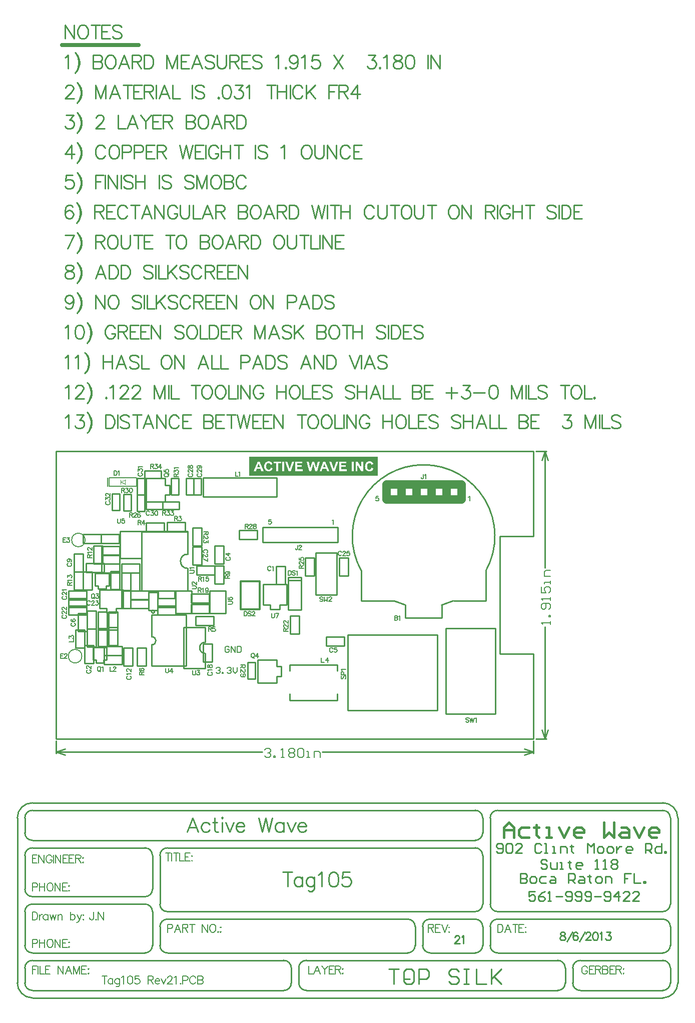
<source format=gto>
%FSLAX25Y25*%
%MOIN*%
G70*
G01*
G75*
G04 Layer_Color=65535*
%ADD10R,0.11024X0.05512*%
%ADD11R,0.01378X0.03543*%
%ADD12R,0.01378X0.03543*%
%ADD13R,0.11811X0.23622*%
%ADD14R,0.03000X0.03000*%
%ADD15R,0.05000X0.03600*%
%ADD16R,0.03600X0.03600*%
%ADD17R,0.11000X0.04500*%
%ADD18R,0.03600X0.03600*%
%ADD19R,0.03600X0.05000*%
%ADD20R,0.02000X0.05000*%
%ADD21O,0.01600X0.06000*%
%ADD22R,0.02362X0.02362*%
%ADD23R,0.06299X0.05118*%
%ADD24O,0.01600X0.06000*%
%ADD25R,0.09000X0.02362*%
%ADD26R,0.02362X0.10000*%
%ADD27R,0.07000X0.02362*%
%ADD28R,0.02362X0.09000*%
%ADD29O,0.02400X0.08000*%
%ADD30R,0.10000X0.07000*%
%ADD31R,0.10000X0.10000*%
%ADD32C,0.02000*%
%ADD33R,0.20000X0.10000*%
%ADD34R,0.16000X0.18000*%
%ADD35C,0.01200*%
%ADD36R,0.07000X0.11000*%
%ADD37R,0.03000X0.03000*%
%ADD38R,0.03937X0.02165*%
%ADD39C,0.04000*%
%ADD40R,0.07400X0.04500*%
%ADD41R,0.08000X0.03500*%
%ADD42C,0.01500*%
%ADD43C,0.01000*%
%ADD44C,0.04000*%
%ADD45C,0.02500*%
%ADD46C,0.00600*%
%ADD47C,0.01600*%
%ADD48C,0.01400*%
%ADD49C,0.00800*%
%ADD50C,0.02000*%
%ADD51C,0.03000*%
%ADD52C,0.07400*%
%ADD53C,0.01200*%
%ADD54C,0.00900*%
%ADD55C,0.00500*%
%ADD56C,0.06200*%
%ADD57R,0.06200X0.06200*%
%ADD58C,0.19500*%
%ADD59C,0.07000*%
%ADD60C,0.07800*%
%ADD61C,0.12200*%
%ADD62R,0.05000X0.05000*%
%ADD63C,0.02800*%
%ADD64R,0.07000X0.07000*%
%ADD65C,0.00984*%
%ADD66C,0.05500*%
%ADD67C,0.00400*%
%ADD68C,0.00600*%
G36*
X209412Y170193D02*
X123800D01*
Y182820D01*
X209412D01*
Y170193D01*
D02*
G37*
%LPC*%
G36*
X174419Y179712D02*
X173053D01*
X170564Y173300D01*
X171930D01*
X172457Y174754D01*
X175044D01*
X175590Y173300D01*
X176996D01*
X174419Y179712D01*
D02*
G37*
G36*
X188395D02*
X183652D01*
Y173300D01*
X188522D01*
Y174383D01*
X184950D01*
Y176121D01*
X188151D01*
Y177204D01*
X184950D01*
Y178629D01*
X188395D01*
Y179712D01*
D02*
G37*
G36*
X193373D02*
X192075D01*
Y173300D01*
X193373D01*
Y179712D01*
D02*
G37*
G36*
X159047D02*
X154304D01*
Y173300D01*
X159174D01*
Y174383D01*
X155602D01*
Y176121D01*
X158803D01*
Y177204D01*
X155602D01*
Y178629D01*
X159047D01*
Y179712D01*
D02*
G37*
G36*
X130655D02*
X129289D01*
X126800Y173300D01*
X128166D01*
X128693Y174754D01*
X131280D01*
X131826Y173300D01*
X133232D01*
X130655Y179712D01*
D02*
G37*
G36*
X144993D02*
X139927D01*
Y178629D01*
X141811D01*
Y173300D01*
X143109D01*
Y178629D01*
X144993D01*
Y179712D01*
D02*
G37*
G36*
X147101D02*
X145803D01*
Y173300D01*
X147101D01*
Y179712D01*
D02*
G37*
G36*
X199697D02*
X198497D01*
Y175408D01*
X195852Y179712D01*
X194603D01*
Y173300D01*
X195803D01*
Y177507D01*
X198399Y173300D01*
X199697D01*
Y179712D01*
D02*
G37*
G36*
X136794Y179820D02*
X136677D01*
X136433Y179810D01*
X136199Y179781D01*
X135974Y179742D01*
X135769Y179683D01*
X135574Y179615D01*
X135399Y179537D01*
X135233Y179459D01*
X135086Y179381D01*
X134950Y179293D01*
X134833Y179215D01*
X134735Y179137D01*
X134647Y179068D01*
X134589Y179010D01*
X134540Y178971D01*
X134510Y178941D01*
X134501Y178931D01*
X134354Y178756D01*
X134227Y178570D01*
X134120Y178375D01*
X134022Y178170D01*
X133944Y177965D01*
X133886Y177751D01*
X133827Y177555D01*
X133788Y177350D01*
X133749Y177165D01*
X133720Y176999D01*
X133710Y176843D01*
X133691Y176706D01*
Y176599D01*
X133681Y176511D01*
Y176462D01*
Y176443D01*
X133691Y176169D01*
X133720Y175906D01*
X133759Y175662D01*
X133808Y175437D01*
X133876Y175223D01*
X133944Y175028D01*
X134013Y174842D01*
X134091Y174686D01*
X134169Y174539D01*
X134237Y174413D01*
X134315Y174305D01*
X134374Y174217D01*
X134423Y174149D01*
X134462Y174100D01*
X134491Y174071D01*
X134501Y174061D01*
X134657Y173905D01*
X134823Y173778D01*
X134998Y173661D01*
X135174Y173564D01*
X135350Y173476D01*
X135525Y173407D01*
X135691Y173349D01*
X135857Y173300D01*
X136013Y173261D01*
X136150Y173241D01*
X136277Y173222D01*
X136384Y173202D01*
X136472D01*
X136540Y173193D01*
X136599D01*
X136785Y173202D01*
X136970Y173212D01*
X137136Y173241D01*
X137302Y173271D01*
X137448Y173310D01*
X137585Y173349D01*
X137712Y173398D01*
X137829Y173446D01*
X137936Y173495D01*
X138034Y173544D01*
X138112Y173583D01*
X138180Y173622D01*
X138229Y173651D01*
X138268Y173681D01*
X138287Y173690D01*
X138297Y173700D01*
X138424Y173798D01*
X138531Y173915D01*
X138736Y174159D01*
X138902Y174422D01*
X139029Y174676D01*
X139088Y174793D01*
X139137Y174910D01*
X139176Y175008D01*
X139205Y175096D01*
X139234Y175174D01*
X139254Y175223D01*
X139263Y175262D01*
Y175271D01*
X138005Y175662D01*
X137936Y175408D01*
X137848Y175203D01*
X137760Y175018D01*
X137673Y174871D01*
X137595Y174764D01*
X137526Y174676D01*
X137487Y174637D01*
X137468Y174618D01*
X137321Y174510D01*
X137175Y174432D01*
X137029Y174374D01*
X136882Y174335D01*
X136765Y174315D01*
X136667Y174305D01*
X136628Y174295D01*
X136580D01*
X136453Y174305D01*
X136336Y174315D01*
X136111Y174374D01*
X135916Y174452D01*
X135750Y174549D01*
X135623Y174647D01*
X135525Y174725D01*
X135467Y174784D01*
X135457Y174793D01*
X135447Y174803D01*
X135369Y174910D01*
X135311Y175028D01*
X135252Y175154D01*
X135203Y175291D01*
X135125Y175584D01*
X135076Y175867D01*
X135057Y176004D01*
X135037Y176130D01*
X135028Y176238D01*
Y176345D01*
X135018Y176423D01*
Y176491D01*
Y176531D01*
Y176540D01*
X135028Y176745D01*
X135037Y176941D01*
X135057Y177126D01*
X135086Y177282D01*
X135116Y177438D01*
X135155Y177575D01*
X135194Y177692D01*
X135242Y177799D01*
X135281Y177897D01*
X135320Y177975D01*
X135360Y178043D01*
X135389Y178102D01*
X135418Y178141D01*
X135438Y178180D01*
X135457Y178190D01*
Y178200D01*
X135545Y178287D01*
X135633Y178375D01*
X135730Y178444D01*
X135818Y178502D01*
X136013Y178590D01*
X136199Y178648D01*
X136365Y178688D01*
X136433Y178697D01*
X136492Y178707D01*
X136540Y178717D01*
X136609D01*
X136794Y178707D01*
X136960Y178668D01*
X137116Y178629D01*
X137243Y178570D01*
X137351Y178522D01*
X137419Y178473D01*
X137468Y178434D01*
X137487Y178424D01*
X137614Y178307D01*
X137712Y178180D01*
X137800Y178053D01*
X137858Y177926D01*
X137907Y177809D01*
X137946Y177721D01*
X137956Y177663D01*
X137965Y177653D01*
Y177643D01*
X139244Y177946D01*
X139156Y178219D01*
X139049Y178453D01*
X138932Y178648D01*
X138824Y178814D01*
X138727Y178951D01*
X138649Y179039D01*
X138600Y179097D01*
X138590Y179117D01*
X138580D01*
X138434Y179244D01*
X138287Y179351D01*
X138131Y179439D01*
X137975Y179527D01*
X137819Y179595D01*
X137653Y179644D01*
X137507Y179693D01*
X137351Y179732D01*
X137214Y179761D01*
X137087Y179781D01*
X136970Y179800D01*
X136872Y179810D01*
X136794Y179820D01*
D02*
G37*
G36*
X203943D02*
X203826D01*
X203582Y179810D01*
X203348Y179781D01*
X203123Y179742D01*
X202918Y179683D01*
X202723Y179615D01*
X202547Y179537D01*
X202381Y179459D01*
X202235Y179381D01*
X202098Y179293D01*
X201981Y179215D01*
X201884Y179137D01*
X201796Y179068D01*
X201737Y179010D01*
X201689Y178971D01*
X201659Y178941D01*
X201649Y178931D01*
X201503Y178756D01*
X201376Y178570D01*
X201269Y178375D01*
X201171Y178170D01*
X201093Y177965D01*
X201035Y177751D01*
X200976Y177555D01*
X200937Y177350D01*
X200898Y177165D01*
X200869Y176999D01*
X200859Y176843D01*
X200839Y176706D01*
Y176599D01*
X200830Y176511D01*
Y176462D01*
Y176443D01*
X200839Y176169D01*
X200869Y175906D01*
X200908Y175662D01*
X200957Y175437D01*
X201025Y175223D01*
X201093Y175028D01*
X201161Y174842D01*
X201239Y174686D01*
X201318Y174539D01*
X201386Y174413D01*
X201464Y174305D01*
X201523Y174217D01*
X201571Y174149D01*
X201610Y174100D01*
X201640Y174071D01*
X201649Y174061D01*
X201806Y173905D01*
X201972Y173778D01*
X202147Y173661D01*
X202323Y173564D01*
X202499Y173476D01*
X202674Y173407D01*
X202840Y173349D01*
X203006Y173300D01*
X203162Y173261D01*
X203299Y173241D01*
X203426Y173222D01*
X203533Y173202D01*
X203621D01*
X203689Y173193D01*
X203748D01*
X203933Y173202D01*
X204119Y173212D01*
X204285Y173241D01*
X204451Y173271D01*
X204597Y173310D01*
X204734Y173349D01*
X204860Y173398D01*
X204978Y173446D01*
X205085Y173495D01*
X205183Y173544D01*
X205261Y173583D01*
X205329Y173622D01*
X205378Y173651D01*
X205417Y173681D01*
X205436Y173690D01*
X205446Y173700D01*
X205573Y173798D01*
X205680Y173915D01*
X205885Y174159D01*
X206051Y174422D01*
X206178Y174676D01*
X206237Y174793D01*
X206285Y174910D01*
X206325Y175008D01*
X206354Y175096D01*
X206383Y175174D01*
X206403Y175223D01*
X206412Y175262D01*
Y175271D01*
X205153Y175662D01*
X205085Y175408D01*
X204997Y175203D01*
X204909Y175018D01*
X204821Y174871D01*
X204743Y174764D01*
X204675Y174676D01*
X204636Y174637D01*
X204616Y174618D01*
X204470Y174510D01*
X204324Y174432D01*
X204177Y174374D01*
X204031Y174335D01*
X203914Y174315D01*
X203816Y174305D01*
X203777Y174295D01*
X203728D01*
X203601Y174305D01*
X203484Y174315D01*
X203260Y174374D01*
X203065Y174452D01*
X202899Y174549D01*
X202772Y174647D01*
X202674Y174725D01*
X202616Y174784D01*
X202606Y174793D01*
X202596Y174803D01*
X202518Y174910D01*
X202460Y175028D01*
X202401Y175154D01*
X202352Y175291D01*
X202274Y175584D01*
X202225Y175867D01*
X202206Y176004D01*
X202186Y176130D01*
X202176Y176238D01*
Y176345D01*
X202167Y176423D01*
Y176491D01*
Y176531D01*
Y176540D01*
X202176Y176745D01*
X202186Y176941D01*
X202206Y177126D01*
X202235Y177282D01*
X202264Y177438D01*
X202303Y177575D01*
X202342Y177692D01*
X202391Y177799D01*
X202430Y177897D01*
X202469Y177975D01*
X202508Y178043D01*
X202538Y178102D01*
X202567Y178141D01*
X202586Y178180D01*
X202606Y178190D01*
Y178200D01*
X202694Y178287D01*
X202782Y178375D01*
X202879Y178444D01*
X202967Y178502D01*
X203162Y178590D01*
X203348Y178648D01*
X203514Y178688D01*
X203582Y178697D01*
X203641Y178707D01*
X203689Y178717D01*
X203758D01*
X203943Y178707D01*
X204109Y178668D01*
X204265Y178629D01*
X204392Y178570D01*
X204499Y178522D01*
X204568Y178473D01*
X204616Y178434D01*
X204636Y178424D01*
X204763Y178307D01*
X204860Y178180D01*
X204948Y178053D01*
X205007Y177926D01*
X205056Y177809D01*
X205095Y177721D01*
X205104Y177663D01*
X205114Y177653D01*
Y177643D01*
X206393Y177946D01*
X206305Y178219D01*
X206198Y178453D01*
X206081Y178648D01*
X205973Y178814D01*
X205875Y178951D01*
X205797Y179039D01*
X205749Y179097D01*
X205739Y179117D01*
X205729D01*
X205583Y179244D01*
X205436Y179351D01*
X205280Y179439D01*
X205124Y179527D01*
X204968Y179595D01*
X204802Y179644D01*
X204656Y179693D01*
X204499Y179732D01*
X204363Y179761D01*
X204236Y179781D01*
X204119Y179800D01*
X204021Y179810D01*
X203943Y179820D01*
D02*
G37*
G36*
X182998Y179712D02*
X181612D01*
X180051Y174969D01*
X178421Y179712D01*
X177025D01*
X179319Y173300D01*
X180714D01*
X182998Y179712D01*
D02*
G37*
G36*
X153650D02*
X152264D01*
X150702Y174969D01*
X149072Y179712D01*
X147677D01*
X149970Y173300D01*
X151366D01*
X153650Y179712D01*
D02*
G37*
G36*
X170535D02*
X169227D01*
X168251Y175233D01*
X167119Y179712D01*
X165586D01*
X164415Y175301D01*
X163468Y179712D01*
X162141D01*
X163634Y173300D01*
X165059D01*
X166328Y178092D01*
X167607Y173300D01*
X168992D01*
X170535Y179712D01*
D02*
G37*
%LPD*%
G36*
X130860Y175838D02*
X129094D01*
X129962Y178219D01*
X130860Y175838D01*
D02*
G37*
G36*
X174624D02*
X172857D01*
X173726Y178219D01*
X174624Y175838D01*
D02*
G37*
D42*
X293352Y-70690D02*
Y-64025D01*
X296685Y-60693D01*
X300017Y-64025D01*
Y-70690D01*
Y-65691D01*
X293352D01*
X310014Y-64025D02*
X305015D01*
X303349Y-65691D01*
Y-69024D01*
X305015Y-70690D01*
X310014D01*
X315012Y-62359D02*
Y-64025D01*
X313346D01*
X316678D01*
X315012D01*
Y-69024D01*
X316678Y-70690D01*
X321676D02*
X325009D01*
X323342D01*
Y-64025D01*
X321676D01*
X330007D02*
X333339Y-70690D01*
X336672Y-64025D01*
X345002Y-70690D02*
X341670D01*
X340004Y-69024D01*
Y-65691D01*
X341670Y-64025D01*
X345002D01*
X346668Y-65691D01*
Y-67357D01*
X340004D01*
X359997Y-60693D02*
Y-70690D01*
X363330Y-67357D01*
X366662Y-70690D01*
Y-60693D01*
X371660Y-64025D02*
X374992D01*
X376659Y-65691D01*
Y-70690D01*
X371660D01*
X369994Y-69024D01*
X371660Y-67357D01*
X376659D01*
X379991Y-64025D02*
X383323Y-70690D01*
X386655Y-64025D01*
X394986Y-70690D02*
X391654D01*
X389988Y-69024D01*
Y-65691D01*
X391654Y-64025D01*
X394986D01*
X396652Y-65691D01*
Y-67357D01*
X389988D01*
D43*
X82639Y117970D02*
G03*
X82639Y108521I0J-4724D01*
G01*
X94446Y59298D02*
G03*
X94446Y51817I0J-3740D01*
G01*
X60600Y79600D02*
G03*
X60600Y79600I-1000J0D01*
G01*
X58800Y57546D02*
G03*
X58800Y62954I0J2704D01*
G01*
X251905Y84066D02*
G03*
X259886Y86943I-12051J45946D01*
G01*
X281458Y107092D02*
G03*
X239854Y177512I-41605J22920D01*
G01*
X219821Y86943D02*
G03*
X227802Y84066I20032J43069D01*
G01*
X239854Y177512D02*
G03*
X198249Y107092I0J-47500D01*
G01*
X168000Y91000D02*
Y119000D01*
X182000D01*
Y91000D02*
Y119000D01*
X168000Y91000D02*
X182000D01*
X189472Y64197D02*
X219000D01*
X189472Y14000D02*
Y64197D01*
X219000D01*
X189472Y14000D02*
Y64197D01*
X248921Y13803D02*
Y64197D01*
X219000D02*
X248921D01*
X219000Y13803D02*
X248921D01*
X189472D02*
X219000D01*
X189472Y64197D02*
X219000D01*
X251905Y75500D02*
Y79762D01*
X227802Y75500D02*
X251905D01*
X227802D02*
Y79762D01*
X82639Y128206D02*
Y132931D01*
X79764D02*
X82639D01*
X51930D02*
X79764D01*
X132500Y136000D02*
X182500D01*
Y126000D02*
Y136000D01*
X132500Y126000D02*
X182500D01*
X132500D02*
Y136000D01*
X182445Y40055D02*
Y44311D01*
Y20689D02*
Y24945D01*
X150555Y20689D02*
Y24945D01*
Y40055D02*
Y44311D01*
X182445D01*
X150555Y20689D02*
X182445D01*
X216800Y-158603D02*
X223464D01*
X220132D01*
Y-168600D01*
X231795Y-158603D02*
X228463D01*
X226797Y-160269D01*
Y-166934D01*
X228463Y-168600D01*
X231795D01*
X233461Y-166934D01*
Y-160269D01*
X231795Y-158603D01*
X236793Y-168600D02*
Y-158603D01*
X241792D01*
X243458Y-160269D01*
Y-163602D01*
X241792Y-165268D01*
X236793D01*
X263452Y-160269D02*
X261786Y-158603D01*
X258453D01*
X256787Y-160269D01*
Y-161935D01*
X258453Y-163602D01*
X261786D01*
X263452Y-165268D01*
Y-166934D01*
X261786Y-168600D01*
X258453D01*
X256787Y-166934D01*
X266784Y-158603D02*
X270116D01*
X268450D01*
Y-168600D01*
X266784D01*
X270116D01*
X275114Y-158603D02*
Y-168600D01*
X281779D01*
X285111Y-158603D02*
Y-168600D01*
Y-165268D01*
X291776Y-158603D01*
X286777Y-163602D01*
X291776Y-168600D01*
X313000Y-14900D02*
Y-6500D01*
X-5000Y-14900D02*
Y-6500D01*
X172494Y-13900D02*
X313000D01*
X-5000D02*
X132306D01*
X307000Y-11900D02*
X313000Y-13900D01*
X307000Y-15900D02*
X313000Y-13900D01*
X-5000D02*
X1000Y-15900D01*
X-5000Y-13900D02*
X1000Y-11900D01*
X314500Y186500D02*
X321600D01*
X314500Y-5000D02*
X321600D01*
X320600Y108744D02*
Y186500D01*
Y-5000D02*
Y69556D01*
X318600Y180500D02*
X320600Y186500D01*
X322600Y180500D01*
X320600Y-5000D02*
X322600Y1000D01*
X318600D02*
X320600Y-5000D01*
X226755Y-164965D02*
X230692D01*
X-5000Y186500D02*
X313000D01*
Y130000D02*
Y186500D01*
X290500Y51400D02*
Y130000D01*
X313000Y-5000D02*
Y51400D01*
X-5000Y-5000D02*
Y186500D01*
X290500Y51400D02*
X313000D01*
X290500Y130000D02*
X313000D01*
X-5000Y-5000D02*
X313000D01*
X404192Y-130118D02*
G03*
X399292Y-125218I-4900J0D01*
G01*
X289192D02*
G03*
X284192Y-130218I0J-5000D01*
G01*
X399192Y-120218D02*
G03*
X404192Y-115218I0J5000D01*
G01*
X284192D02*
G03*
X289192Y-120218I5000J0D01*
G01*
X-20808Y-47718D02*
G03*
X-30808Y-57718I0J-10000D01*
G01*
Y-167618D02*
G03*
X-20884Y-177716I10100J0D01*
G01*
X399192Y-177718D02*
G03*
X409192Y-167718I0J10000D01*
G01*
Y-57718D02*
G03*
X399192Y-47718I-10000J0D01*
G01*
X404192Y-57618D02*
G03*
X399121Y-52721I-4900J0D01*
G01*
X399192Y-147718D02*
G03*
X404192Y-142718I0J5000D01*
G01*
X404192Y-157630D02*
G03*
X399192Y-152717I-5000J-87D01*
G01*
Y-172718D02*
G03*
X404192Y-167718I0J5000D01*
G01*
X274192Y-147718D02*
G03*
X279192Y-142718I0J5000D01*
G01*
X284192Y-142818D02*
G03*
X289177Y-147717I4900J0D01*
G01*
X279192Y-130118D02*
G03*
X274292Y-125218I-4900J0D01*
G01*
X-25808Y-167718D02*
G03*
X-20895Y-172717I5000J0D01*
G01*
X274279Y-120218D02*
G03*
X279193Y-115218I-87J5000D01*
G01*
X-20808Y-152718D02*
G03*
X-25808Y-157718I0J-5000D01*
G01*
X279192Y-82718D02*
G03*
X274192Y-77718I-5000J0D01*
G01*
Y-72718D02*
G03*
X279192Y-67718I0J5000D01*
G01*
X289192Y-52718D02*
G03*
X284192Y-57718I0J-5000D01*
G01*
X279192D02*
G03*
X274192Y-52718I-5000J0D01*
G01*
X-20808D02*
G03*
X-25808Y-57718I0J-5000D01*
G01*
Y-67718D02*
G03*
X-20808Y-72718I5000J0D01*
G01*
Y-77718D02*
G03*
X-25808Y-82718I0J-5000D01*
G01*
Y-105218D02*
G03*
X-20808Y-110218I5000J0D01*
G01*
Y-115218D02*
G03*
X-25808Y-120218I0J-5000D01*
G01*
Y-142718D02*
G03*
X-20895Y-147717I5000J0D01*
G01*
X69192Y-77718D02*
G03*
X64192Y-82718I0J-5000D01*
G01*
X69192Y-125218D02*
G03*
X64192Y-130218I0J-5000D01*
G01*
X243992Y-125218D02*
G03*
X239199Y-130269I0J-4800D01*
G01*
X239192Y-142618D02*
G03*
X244203Y-147717I5100J0D01*
G01*
X229292Y-147718D02*
G03*
X234191Y-142732I0J4900D01*
G01*
X234192Y-130118D02*
G03*
X229292Y-125218I-4900J0D01*
G01*
X54292Y-147718D02*
G03*
X59192Y-142818I0J4900D01*
G01*
X64192D02*
G03*
X69092Y-147718I4900J0D01*
G01*
X64192Y-115318D02*
G03*
X69092Y-120218I4900J0D01*
G01*
X59192Y-120118D02*
G03*
X54121Y-115221I-4900J0D01*
G01*
X54392Y-110218D02*
G03*
X59192Y-105418I0J4800D01*
G01*
Y-82618D02*
G03*
X54292Y-77718I-4900J0D01*
G01*
X344192Y-152718D02*
G03*
X339192Y-157718I0J-5000D01*
G01*
Y-167818D02*
G03*
X344178Y-172717I4900J0D01*
G01*
X329308Y-172718D02*
G03*
X334190Y-167750I84J4800D01*
G01*
X334192Y-157718D02*
G03*
X329192Y-152718I-5000J0D01*
G01*
X156692Y-167718D02*
G03*
X161605Y-172717I5000J0D01*
G01*
X161692Y-152718D02*
G03*
X156692Y-157718I0J-5000D01*
G01*
X146808Y-172718D02*
G03*
X151690Y-167750I84J4800D01*
G01*
X151692Y-157718D02*
G03*
X146692Y-152718I-5000J0D01*
G01*
X404192Y-142718D02*
Y-130118D01*
X284192Y-142718D02*
Y-130218D01*
X404192Y-115218D02*
Y-57718D01*
X284192Y-115218D02*
Y-57718D01*
X-30808Y-167718D02*
Y-57718D01*
X-25808Y-167718D02*
Y-157718D01*
X404192Y-167718D02*
Y-157718D01*
X279192Y-142718D02*
Y-130218D01*
X239192Y-142718D02*
Y-130218D01*
X64192Y-142718D02*
Y-130218D01*
X234192Y-142718D02*
Y-130218D01*
X64192Y-115218D02*
Y-82718D01*
X279192Y-115218D02*
Y-82718D01*
Y-67718D02*
Y-57718D01*
X-25808Y-67718D02*
Y-57718D01*
X59192Y-105218D02*
Y-82718D01*
X-25808Y-105218D02*
Y-82718D01*
X59192Y-142718D02*
Y-120218D01*
X-25808Y-142718D02*
Y-120218D01*
X409192Y-167718D02*
Y-57718D01*
X339192Y-167718D02*
Y-157718D01*
X334192Y-167718D02*
Y-157718D01*
X156692Y-167718D02*
Y-157718D01*
X151692Y-167718D02*
Y-157718D01*
X289192Y-125218D02*
X399192D01*
X289192Y-120218D02*
X399192D01*
X69192D02*
X274192D01*
X289192Y-52718D02*
X399192D01*
X289192Y-147718D02*
X399192D01*
X244192Y-125218D02*
X274192D01*
X244192Y-147718D02*
X274192D01*
X69192D02*
X229192D01*
X69192Y-125218D02*
X229192D01*
X69192Y-77718D02*
X274192D01*
X-20808Y-72718D02*
X274192D01*
X-20808Y-77718D02*
X54192D01*
X-20808Y-110218D02*
X54192D01*
X-20808Y-115218D02*
X54192D01*
X-20808Y-147718D02*
X54192D01*
X-20808Y-47718D02*
X399192D01*
X-20808Y-177718D02*
X399192D01*
X-20808Y-52718D02*
X274192D01*
X344192Y-152718D02*
X399192D01*
X344192Y-172718D02*
X399192D01*
X161692Y-152718D02*
X329192D01*
X-20808D02*
X146692D01*
X-20808Y-172718D02*
X146692D01*
X161692D02*
X329192D01*
X322117Y-86358D02*
X321051Y-85292D01*
X318919D01*
X317852Y-86358D01*
Y-87424D01*
X318919Y-88491D01*
X321051D01*
X322117Y-89557D01*
Y-90623D01*
X321051Y-91690D01*
X318919D01*
X317852Y-90623D01*
X324250Y-87424D02*
Y-90623D01*
X325317Y-91690D01*
X328516D01*
Y-87424D01*
X330648Y-91690D02*
X332781D01*
X331714D01*
Y-87424D01*
X330648D01*
X337046Y-86358D02*
Y-87424D01*
X335980D01*
X338112D01*
X337046D01*
Y-90623D01*
X338112Y-91690D01*
X344510D02*
X342378D01*
X341311Y-90623D01*
Y-88491D01*
X342378Y-87424D01*
X344510D01*
X345577Y-88491D01*
Y-89557D01*
X341311D01*
X354107Y-91690D02*
X356240D01*
X355173D01*
Y-85292D01*
X354107Y-86358D01*
X359439Y-91690D02*
X361571D01*
X360505D01*
Y-85292D01*
X359439Y-86358D01*
X364770D02*
X365837Y-85292D01*
X367969D01*
X369036Y-86358D01*
Y-87424D01*
X367969Y-88491D01*
X369036Y-89557D01*
Y-90623D01*
X367969Y-91690D01*
X365837D01*
X364770Y-90623D01*
Y-89557D01*
X365837Y-88491D01*
X364770Y-87424D01*
Y-86358D01*
X365837Y-88491D02*
X367969D01*
X314118Y-106792D02*
X309852D01*
Y-109991D01*
X311985Y-108924D01*
X313051D01*
X314118Y-109991D01*
Y-112123D01*
X313051Y-113190D01*
X310919D01*
X309852Y-112123D01*
X320515Y-106792D02*
X318383Y-107858D01*
X316250Y-109991D01*
Y-112123D01*
X317317Y-113190D01*
X319449D01*
X320515Y-112123D01*
Y-111057D01*
X319449Y-109991D01*
X316250D01*
X322648Y-113190D02*
X324781D01*
X323714D01*
Y-106792D01*
X322648Y-107858D01*
X327980Y-109991D02*
X332245D01*
X334378Y-112123D02*
X335444Y-113190D01*
X337577D01*
X338643Y-112123D01*
Y-107858D01*
X337577Y-106792D01*
X335444D01*
X334378Y-107858D01*
Y-108924D01*
X335444Y-109991D01*
X338643D01*
X340776Y-112123D02*
X341842Y-113190D01*
X343974D01*
X345041Y-112123D01*
Y-107858D01*
X343974Y-106792D01*
X341842D01*
X340776Y-107858D01*
Y-108924D01*
X341842Y-109991D01*
X345041D01*
X347174Y-112123D02*
X348240Y-113190D01*
X350373D01*
X351439Y-112123D01*
Y-107858D01*
X350373Y-106792D01*
X348240D01*
X347174Y-107858D01*
Y-108924D01*
X348240Y-109991D01*
X351439D01*
X353571D02*
X357837D01*
X359969Y-112123D02*
X361036Y-113190D01*
X363168D01*
X364235Y-112123D01*
Y-107858D01*
X363168Y-106792D01*
X361036D01*
X359969Y-107858D01*
Y-108924D01*
X361036Y-109991D01*
X364235D01*
X369566Y-113190D02*
Y-106792D01*
X366367Y-109991D01*
X370633D01*
X377030Y-113190D02*
X372765D01*
X377030Y-108924D01*
Y-107858D01*
X375964Y-106792D01*
X373832D01*
X372765Y-107858D01*
X383428Y-113190D02*
X379163D01*
X383428Y-108924D01*
Y-107858D01*
X382362Y-106792D01*
X380229D01*
X379163Y-107858D01*
X288352Y-80123D02*
X289419Y-81190D01*
X291551D01*
X292618Y-80123D01*
Y-75858D01*
X291551Y-74792D01*
X289419D01*
X288352Y-75858D01*
Y-76925D01*
X289419Y-77991D01*
X292618D01*
X294750Y-75858D02*
X295816Y-74792D01*
X297949D01*
X299015Y-75858D01*
Y-80123D01*
X297949Y-81190D01*
X295816D01*
X294750Y-80123D01*
Y-75858D01*
X305413Y-81190D02*
X301148D01*
X305413Y-76925D01*
Y-75858D01*
X304347Y-74792D01*
X302214D01*
X301148Y-75858D01*
X318209D02*
X317143Y-74792D01*
X315010D01*
X313944Y-75858D01*
Y-80123D01*
X315010Y-81190D01*
X317143D01*
X318209Y-80123D01*
X320342Y-81190D02*
X322475D01*
X321408D01*
Y-74792D01*
X320342D01*
X325674Y-81190D02*
X327806D01*
X326740D01*
Y-76925D01*
X325674D01*
X331005Y-81190D02*
Y-76925D01*
X334204D01*
X335270Y-77991D01*
Y-81190D01*
X338469Y-75858D02*
Y-76925D01*
X337403D01*
X339536D01*
X338469D01*
Y-80123D01*
X339536Y-81190D01*
X349133D02*
Y-74792D01*
X351265Y-76925D01*
X353398Y-74792D01*
Y-81190D01*
X356597D02*
X358730D01*
X359796Y-80123D01*
Y-77991D01*
X358730Y-76925D01*
X356597D01*
X355531Y-77991D01*
Y-80123D01*
X356597Y-81190D01*
X362995D02*
X365127D01*
X366194Y-80123D01*
Y-77991D01*
X365127Y-76925D01*
X362995D01*
X361928Y-77991D01*
Y-80123D01*
X362995Y-81190D01*
X368326Y-76925D02*
Y-81190D01*
Y-79057D01*
X369393Y-77991D01*
X370459Y-76925D01*
X371525D01*
X377923Y-81190D02*
X375791D01*
X374724Y-80123D01*
Y-77991D01*
X375791Y-76925D01*
X377923D01*
X378990Y-77991D01*
Y-79057D01*
X374724D01*
X387520Y-81190D02*
Y-74792D01*
X390719D01*
X391785Y-75858D01*
Y-77991D01*
X390719Y-79057D01*
X387520D01*
X389653D02*
X391785Y-81190D01*
X398183Y-74792D02*
Y-81190D01*
X394984D01*
X393918Y-80123D01*
Y-77991D01*
X394984Y-76925D01*
X398183D01*
X400316Y-81190D02*
Y-80123D01*
X401382D01*
Y-81190D01*
X400316D01*
X304352Y-94792D02*
Y-101190D01*
X307551D01*
X308617Y-100123D01*
Y-99057D01*
X307551Y-97991D01*
X304352D01*
X307551D01*
X308617Y-96925D01*
Y-95858D01*
X307551Y-94792D01*
X304352D01*
X311817Y-101190D02*
X313949D01*
X315016Y-100123D01*
Y-97991D01*
X313949Y-96925D01*
X311817D01*
X310750Y-97991D01*
Y-100123D01*
X311817Y-101190D01*
X321413Y-96925D02*
X318214D01*
X317148Y-97991D01*
Y-100123D01*
X318214Y-101190D01*
X321413D01*
X324612Y-96925D02*
X326745D01*
X327811Y-97991D01*
Y-101190D01*
X324612D01*
X323546Y-100123D01*
X324612Y-99057D01*
X327811D01*
X336342Y-101190D02*
Y-94792D01*
X339541D01*
X340607Y-95858D01*
Y-97991D01*
X339541Y-99057D01*
X336342D01*
X338474D02*
X340607Y-101190D01*
X343806Y-96925D02*
X345939D01*
X347005Y-97991D01*
Y-101190D01*
X343806D01*
X342740Y-100123D01*
X343806Y-99057D01*
X347005D01*
X350204Y-95858D02*
Y-96925D01*
X349138D01*
X351270D01*
X350204D01*
Y-100123D01*
X351270Y-101190D01*
X355536D02*
X357668D01*
X358735Y-100123D01*
Y-97991D01*
X357668Y-96925D01*
X355536D01*
X354469Y-97991D01*
Y-100123D01*
X355536Y-101190D01*
X360867D02*
Y-96925D01*
X364066D01*
X365133Y-97991D01*
Y-101190D01*
X377928Y-94792D02*
X373663D01*
Y-97991D01*
X375796D01*
X373663D01*
Y-101190D01*
X380061Y-94792D02*
Y-101190D01*
X384326D01*
X386459D02*
Y-100123D01*
X387525D01*
Y-101190D01*
X386459D01*
X1060Y228934D02*
X1917Y229363D01*
X3202Y230648D01*
Y221650D01*
X8087Y228506D02*
Y228934D01*
X8515Y229791D01*
X8944Y230220D01*
X9801Y230648D01*
X11514D01*
X12371Y230220D01*
X12800Y229791D01*
X13228Y228934D01*
Y228077D01*
X12800Y227220D01*
X11943Y225935D01*
X7658Y221650D01*
X13657D01*
X15671Y232362D02*
X16528Y231505D01*
X17385Y230220D01*
X18242Y228506D01*
X18670Y226363D01*
Y224649D01*
X18242Y222507D01*
X17385Y220793D01*
X16528Y219508D01*
X15671Y218651D01*
X16528Y231505D02*
X17385Y229791D01*
X17813Y228506D01*
X18242Y226363D01*
Y224649D01*
X17813Y222507D01*
X17385Y221221D01*
X16528Y219508D01*
X28354Y222507D02*
X27925Y222078D01*
X28354Y221650D01*
X28782Y222078D01*
X28354Y222507D01*
X30753Y228934D02*
X31610Y229363D01*
X32896Y230648D01*
Y221650D01*
X37780Y228506D02*
Y228934D01*
X38209Y229791D01*
X38637Y230220D01*
X39494Y230648D01*
X41208D01*
X42065Y230220D01*
X42494Y229791D01*
X42922Y228934D01*
Y228077D01*
X42494Y227220D01*
X41637Y225935D01*
X37352Y221650D01*
X43351D01*
X45793Y228506D02*
Y228934D01*
X46221Y229791D01*
X46650Y230220D01*
X47507Y230648D01*
X49221D01*
X50078Y230220D01*
X50506Y229791D01*
X50935Y228934D01*
Y228077D01*
X50506Y227220D01*
X49649Y225935D01*
X45364Y221650D01*
X51363D01*
X60447Y230648D02*
Y221650D01*
Y230648D02*
X63875Y221650D01*
X67303Y230648D02*
X63875Y221650D01*
X67303Y230648D02*
Y221650D01*
X69873Y230648D02*
Y221650D01*
X71759Y230648D02*
Y221650D01*
X76901D01*
X87955Y230648D02*
Y221650D01*
X84956Y230648D02*
X90955D01*
X94597D02*
X93740Y230220D01*
X92883Y229363D01*
X92454Y228506D01*
X92026Y227220D01*
Y225078D01*
X92454Y223792D01*
X92883Y222935D01*
X93740Y222078D01*
X94597Y221650D01*
X96311D01*
X97168Y222078D01*
X98025Y222935D01*
X98453Y223792D01*
X98882Y225078D01*
Y227220D01*
X98453Y228506D01*
X98025Y229363D01*
X97168Y230220D01*
X96311Y230648D01*
X94597D01*
X103552D02*
X102695Y230220D01*
X101838Y229363D01*
X101410Y228506D01*
X100981Y227220D01*
Y225078D01*
X101410Y223792D01*
X101838Y222935D01*
X102695Y222078D01*
X103552Y221650D01*
X105266D01*
X106123Y222078D01*
X106980Y222935D01*
X107408Y223792D01*
X107837Y225078D01*
Y227220D01*
X107408Y228506D01*
X106980Y229363D01*
X106123Y230220D01*
X105266Y230648D01*
X103552D01*
X109936D02*
Y221650D01*
X115078D01*
X116064Y230648D02*
Y221650D01*
X117949Y230648D02*
Y221650D01*
Y230648D02*
X123948Y221650D01*
Y230648D02*
Y221650D01*
X132860Y228506D02*
X132431Y229363D01*
X131574Y230220D01*
X130718Y230648D01*
X129004D01*
X128147Y230220D01*
X127290Y229363D01*
X126861Y228506D01*
X126433Y227220D01*
Y225078D01*
X126861Y223792D01*
X127290Y222935D01*
X128147Y222078D01*
X129004Y221650D01*
X130718D01*
X131574Y222078D01*
X132431Y222935D01*
X132860Y223792D01*
Y225078D01*
X130718D02*
X132860D01*
X141987Y230648D02*
Y221650D01*
X147985Y230648D02*
Y221650D01*
X141987Y226363D02*
X147985D01*
X153041Y230648D02*
X152184Y230220D01*
X151327Y229363D01*
X150899Y228506D01*
X150470Y227220D01*
Y225078D01*
X150899Y223792D01*
X151327Y222935D01*
X152184Y222078D01*
X153041Y221650D01*
X154755D01*
X155612Y222078D01*
X156469Y222935D01*
X156898Y223792D01*
X157326Y225078D01*
Y227220D01*
X156898Y228506D01*
X156469Y229363D01*
X155612Y230220D01*
X154755Y230648D01*
X153041D01*
X159426D02*
Y221650D01*
X164567D01*
X171123Y230648D02*
X165553D01*
Y221650D01*
X171123D01*
X165553Y226363D02*
X168981D01*
X178622Y229363D02*
X177765Y230220D01*
X176479Y230648D01*
X174765D01*
X173480Y230220D01*
X172623Y229363D01*
Y228506D01*
X173051Y227649D01*
X173480Y227220D01*
X174337Y226792D01*
X176908Y225935D01*
X177765Y225506D01*
X178193Y225078D01*
X178622Y224221D01*
Y222935D01*
X177765Y222078D01*
X176479Y221650D01*
X174765D01*
X173480Y222078D01*
X172623Y222935D01*
X193704Y229363D02*
X192847Y230220D01*
X191562Y230648D01*
X189848D01*
X188562Y230220D01*
X187705Y229363D01*
Y228506D01*
X188134Y227649D01*
X188562Y227220D01*
X189419Y226792D01*
X191990Y225935D01*
X192847Y225506D01*
X193276Y225078D01*
X193704Y224221D01*
Y222935D01*
X192847Y222078D01*
X191562Y221650D01*
X189848D01*
X188562Y222078D01*
X187705Y222935D01*
X195718Y230648D02*
Y221650D01*
X201717Y230648D02*
Y221650D01*
X195718Y226363D02*
X201717D01*
X211057Y221650D02*
X207630Y230648D01*
X204202Y221650D01*
X205487Y224649D02*
X209772D01*
X213157Y230648D02*
Y221650D01*
X218299D01*
X219284Y230648D02*
Y221650D01*
X224426D01*
X232482Y230648D02*
Y221650D01*
Y230648D02*
X236338D01*
X237623Y230220D01*
X238052Y229791D01*
X238480Y228934D01*
Y228077D01*
X238052Y227220D01*
X237623Y226792D01*
X236338Y226363D01*
X232482D02*
X236338D01*
X237623Y225935D01*
X238052Y225506D01*
X238480Y224649D01*
Y223364D01*
X238052Y222507D01*
X237623Y222078D01*
X236338Y221650D01*
X232482D01*
X246064Y230648D02*
X240494D01*
Y221650D01*
X246064D01*
X240494Y226363D02*
X243922D01*
X258490Y229363D02*
Y221650D01*
X254634Y225506D02*
X262347D01*
X265860Y230648D02*
X270573D01*
X268002Y227220D01*
X269288D01*
X270145Y226792D01*
X270573Y226363D01*
X271002Y225078D01*
Y224221D01*
X270573Y222935D01*
X269716Y222078D01*
X268431Y221650D01*
X267145D01*
X265860Y222078D01*
X265432Y222507D01*
X265003Y223364D01*
X273016Y225506D02*
X280728D01*
X285956Y230648D02*
X284670Y230220D01*
X283813Y228934D01*
X283385Y226792D01*
Y225506D01*
X283813Y223364D01*
X284670Y222078D01*
X285956Y221650D01*
X286813D01*
X288098Y222078D01*
X288955Y223364D01*
X289384Y225506D01*
Y226792D01*
X288955Y228934D01*
X288098Y230220D01*
X286813Y230648D01*
X285956D01*
X298467D02*
Y221650D01*
Y230648D02*
X301895Y221650D01*
X305323Y230648D02*
X301895Y221650D01*
X305323Y230648D02*
Y221650D01*
X307894Y230648D02*
Y221650D01*
X309779Y230648D02*
Y221650D01*
X314921D01*
X321905Y229363D02*
X321048Y230220D01*
X319763Y230648D01*
X318049D01*
X316763Y230220D01*
X315906Y229363D01*
Y228506D01*
X316335Y227649D01*
X316763Y227220D01*
X317620Y226792D01*
X320191Y225935D01*
X321048Y225506D01*
X321477Y225078D01*
X321905Y224221D01*
Y222935D01*
X321048Y222078D01*
X319763Y221650D01*
X318049D01*
X316763Y222078D01*
X315906Y222935D01*
X333988Y230648D02*
Y221650D01*
X330989Y230648D02*
X336988D01*
X340630D02*
X339773Y230220D01*
X338916Y229363D01*
X338487Y228506D01*
X338059Y227220D01*
Y225078D01*
X338487Y223792D01*
X338916Y222935D01*
X339773Y222078D01*
X340630Y221650D01*
X342344D01*
X343201Y222078D01*
X344057Y222935D01*
X344486Y223792D01*
X344915Y225078D01*
Y227220D01*
X344486Y228506D01*
X344057Y229363D01*
X343201Y230220D01*
X342344Y230648D01*
X340630D01*
X347014D02*
Y221650D01*
X352156D01*
X353570Y222507D02*
X353141Y222078D01*
X353570Y221650D01*
X353998Y222078D01*
X353570Y222507D01*
X960Y448834D02*
X1817Y449263D01*
X3102Y450548D01*
Y441550D01*
X7558Y452262D02*
X8415Y451405D01*
X9272Y450120D01*
X10129Y448406D01*
X10558Y446263D01*
Y444549D01*
X10129Y442407D01*
X9272Y440693D01*
X8415Y439408D01*
X7558Y438551D01*
X8415Y451405D02*
X9272Y449691D01*
X9701Y448406D01*
X10129Y446263D01*
Y444549D01*
X9701Y442407D01*
X9272Y441121D01*
X8415Y439408D01*
X19813Y450548D02*
Y441550D01*
Y450548D02*
X23669D01*
X24954Y450120D01*
X25383Y449691D01*
X25811Y448834D01*
Y447977D01*
X25383Y447120D01*
X24954Y446692D01*
X23669Y446263D01*
X19813D02*
X23669D01*
X24954Y445835D01*
X25383Y445406D01*
X25811Y444549D01*
Y443264D01*
X25383Y442407D01*
X24954Y441979D01*
X23669Y441550D01*
X19813D01*
X30396Y450548D02*
X29539Y450120D01*
X28682Y449263D01*
X28254Y448406D01*
X27825Y447120D01*
Y444978D01*
X28254Y443692D01*
X28682Y442835D01*
X29539Y441979D01*
X30396Y441550D01*
X32110D01*
X32967Y441979D01*
X33824Y442835D01*
X34253Y443692D01*
X34681Y444978D01*
Y447120D01*
X34253Y448406D01*
X33824Y449263D01*
X32967Y450120D01*
X32110Y450548D01*
X30396D01*
X43636Y441550D02*
X40208Y450548D01*
X36781Y441550D01*
X38066Y444549D02*
X42351D01*
X45736Y450548D02*
Y441550D01*
Y450548D02*
X49592D01*
X50877Y450120D01*
X51306Y449691D01*
X51734Y448834D01*
Y447977D01*
X51306Y447120D01*
X50877Y446692D01*
X49592Y446263D01*
X45736D01*
X48735D02*
X51734Y441550D01*
X53748Y450548D02*
Y441550D01*
Y450548D02*
X56748D01*
X58033Y450120D01*
X58890Y449263D01*
X59319Y448406D01*
X59747Y447120D01*
Y444978D01*
X59319Y443692D01*
X58890Y442835D01*
X58033Y441979D01*
X56748Y441550D01*
X53748D01*
X68831Y450548D02*
Y441550D01*
Y450548D02*
X72259Y441550D01*
X75686Y450548D02*
X72259Y441550D01*
X75686Y450548D02*
Y441550D01*
X83828Y450548D02*
X78257D01*
Y441550D01*
X83828D01*
X78257Y446263D02*
X81685D01*
X92183Y441550D02*
X88755Y450548D01*
X85327Y441550D01*
X86613Y444549D02*
X90898D01*
X100281Y449263D02*
X99424Y450120D01*
X98139Y450548D01*
X96425D01*
X95139Y450120D01*
X94282Y449263D01*
Y448406D01*
X94711Y447549D01*
X95139Y447120D01*
X95996Y446692D01*
X98567Y445835D01*
X99424Y445406D01*
X99853Y444978D01*
X100281Y444121D01*
Y442835D01*
X99424Y441979D01*
X98139Y441550D01*
X96425D01*
X95139Y441979D01*
X94282Y442835D01*
X102295Y450548D02*
Y444121D01*
X102724Y442835D01*
X103580Y441979D01*
X104866Y441550D01*
X105723D01*
X107008Y441979D01*
X107865Y442835D01*
X108294Y444121D01*
Y450548D01*
X110779D02*
Y441550D01*
Y450548D02*
X114635D01*
X115921Y450120D01*
X116349Y449691D01*
X116778Y448834D01*
Y447977D01*
X116349Y447120D01*
X115921Y446692D01*
X114635Y446263D01*
X110779D01*
X113778D02*
X116778Y441550D01*
X124362Y450548D02*
X118791D01*
Y441550D01*
X124362D01*
X118791Y446263D02*
X122219D01*
X131860Y449263D02*
X131003Y450120D01*
X129718Y450548D01*
X128004D01*
X126718Y450120D01*
X125861Y449263D01*
Y448406D01*
X126290Y447549D01*
X126718Y447120D01*
X127575Y446692D01*
X130146Y445835D01*
X131003Y445406D01*
X131432Y444978D01*
X131860Y444121D01*
Y442835D01*
X131003Y441979D01*
X129718Y441550D01*
X128004D01*
X126718Y441979D01*
X125861Y442835D01*
X140944Y448834D02*
X141801Y449263D01*
X143086Y450548D01*
Y441550D01*
X147971Y442407D02*
X147543Y441979D01*
X147971Y441550D01*
X148399Y441979D01*
X147971Y442407D01*
X155941Y447549D02*
X155512Y446263D01*
X154655Y445406D01*
X153370Y444978D01*
X152941D01*
X151656Y445406D01*
X150799Y446263D01*
X150370Y447549D01*
Y447977D01*
X150799Y449263D01*
X151656Y450120D01*
X152941Y450548D01*
X153370D01*
X154655Y450120D01*
X155512Y449263D01*
X155941Y447549D01*
Y445406D01*
X155512Y443264D01*
X154655Y441979D01*
X153370Y441550D01*
X152513D01*
X151227Y441979D01*
X150799Y442835D01*
X158383Y448834D02*
X159240Y449263D01*
X160525Y450548D01*
Y441550D01*
X170123Y450548D02*
X165839D01*
X165410Y446692D01*
X165839Y447120D01*
X167124Y447549D01*
X168409D01*
X169695Y447120D01*
X170552Y446263D01*
X170980Y444978D01*
Y444121D01*
X170552Y442835D01*
X169695Y441979D01*
X168409Y441550D01*
X167124D01*
X165839Y441979D01*
X165410Y442407D01*
X164982Y443264D01*
X180064Y450548D02*
X186063Y441550D01*
Y450548D02*
X180064Y441550D01*
X203073Y450548D02*
X207787D01*
X205216Y447120D01*
X206501D01*
X207358Y446692D01*
X207787Y446263D01*
X208215Y444978D01*
Y444121D01*
X207787Y442835D01*
X206930Y441979D01*
X205644Y441550D01*
X204359D01*
X203073Y441979D01*
X202645Y442407D01*
X202217Y443264D01*
X210658Y442407D02*
X210229Y441979D01*
X210658Y441550D01*
X211086Y441979D01*
X210658Y442407D01*
X213057Y448834D02*
X213914Y449263D01*
X215199Y450548D01*
Y441550D01*
X221798Y450548D02*
X220513Y450120D01*
X220084Y449263D01*
Y448406D01*
X220513Y447549D01*
X221370Y447120D01*
X223083Y446692D01*
X224369Y446263D01*
X225226Y445406D01*
X225654Y444549D01*
Y443264D01*
X225226Y442407D01*
X224797Y441979D01*
X223512Y441550D01*
X221798D01*
X220513Y441979D01*
X220084Y442407D01*
X219656Y443264D01*
Y444549D01*
X220084Y445406D01*
X220941Y446263D01*
X222227Y446692D01*
X223940Y447120D01*
X224797Y447549D01*
X225226Y448406D01*
Y449263D01*
X224797Y450120D01*
X223512Y450548D01*
X221798D01*
X230239D02*
X228954Y450120D01*
X228097Y448834D01*
X227668Y446692D01*
Y445406D01*
X228097Y443264D01*
X228954Y441979D01*
X230239Y441550D01*
X231096D01*
X232381Y441979D01*
X233238Y443264D01*
X233667Y445406D01*
Y446692D01*
X233238Y448834D01*
X232381Y450120D01*
X231096Y450548D01*
X230239D01*
X242751D02*
Y441550D01*
X244636Y450548D02*
Y441550D01*
Y450548D02*
X250635Y441550D01*
Y450548D02*
Y441550D01*
X960Y470548D02*
Y461550D01*
Y470548D02*
X6958Y461550D01*
Y470548D02*
Y461550D01*
X12014Y470548D02*
X11157Y470120D01*
X10300Y469263D01*
X9872Y468406D01*
X9443Y467120D01*
Y464978D01*
X9872Y463692D01*
X10300Y462835D01*
X11157Y461978D01*
X12014Y461550D01*
X13728D01*
X14585Y461978D01*
X15442Y462835D01*
X15871Y463692D01*
X16299Y464978D01*
Y467120D01*
X15871Y468406D01*
X15442Y469263D01*
X14585Y470120D01*
X13728Y470548D01*
X12014D01*
X21398D02*
Y461550D01*
X18399Y470548D02*
X24397D01*
X31039D02*
X25469D01*
Y461550D01*
X31039D01*
X25469Y466263D02*
X28896D01*
X38537Y469263D02*
X37680Y470120D01*
X36395Y470548D01*
X34681D01*
X33395Y470120D01*
X32539Y469263D01*
Y468406D01*
X32967Y467549D01*
X33395Y467120D01*
X34253Y466692D01*
X36823Y465835D01*
X37680Y465406D01*
X38109Y464978D01*
X38537Y464121D01*
Y462835D01*
X37680Y461978D01*
X36395Y461550D01*
X34681D01*
X33395Y461978D01*
X32539Y462835D01*
X960Y268834D02*
X1817Y269263D01*
X3102Y270548D01*
Y261550D01*
X10129Y270548D02*
X8844Y270120D01*
X7987Y268834D01*
X7558Y266692D01*
Y265406D01*
X7987Y263264D01*
X8844Y261979D01*
X10129Y261550D01*
X10986D01*
X12271Y261979D01*
X13128Y263264D01*
X13557Y265406D01*
Y266692D01*
X13128Y268834D01*
X12271Y270120D01*
X10986Y270548D01*
X10129D01*
X15571Y272262D02*
X16428Y271405D01*
X17285Y270120D01*
X18142Y268406D01*
X18570Y266263D01*
Y264549D01*
X18142Y262407D01*
X17285Y260693D01*
X16428Y259408D01*
X15571Y258551D01*
X16428Y271405D02*
X17285Y269691D01*
X17713Y268406D01*
X18142Y266263D01*
Y264549D01*
X17713Y262407D01*
X17285Y261122D01*
X16428Y259408D01*
X34253Y268406D02*
X33824Y269263D01*
X32967Y270120D01*
X32110Y270548D01*
X30396D01*
X29539Y270120D01*
X28682Y269263D01*
X28254Y268406D01*
X27825Y267120D01*
Y264978D01*
X28254Y263692D01*
X28682Y262835D01*
X29539Y261979D01*
X30396Y261550D01*
X32110D01*
X32967Y261979D01*
X33824Y262835D01*
X34253Y263692D01*
Y264978D01*
X32110D02*
X34253D01*
X36309Y270548D02*
Y261550D01*
Y270548D02*
X40165D01*
X41451Y270120D01*
X41879Y269691D01*
X42308Y268834D01*
Y267977D01*
X41879Y267120D01*
X41451Y266692D01*
X40165Y266263D01*
X36309D01*
X39309D02*
X42308Y261550D01*
X49892Y270548D02*
X44322D01*
Y261550D01*
X49892D01*
X44322Y266263D02*
X47750D01*
X56962Y270548D02*
X51392D01*
Y261550D01*
X56962D01*
X51392Y266263D02*
X54820D01*
X58462Y270548D02*
Y261550D01*
Y270548D02*
X64460Y261550D01*
Y270548D02*
Y261550D01*
X80014Y269263D02*
X79157Y270120D01*
X77872Y270548D01*
X76158D01*
X74872Y270120D01*
X74015Y269263D01*
Y268406D01*
X74444Y267549D01*
X74872Y267120D01*
X75729Y266692D01*
X78300Y265835D01*
X79157Y265406D01*
X79586Y264978D01*
X80014Y264121D01*
Y262835D01*
X79157Y261979D01*
X77872Y261550D01*
X76158D01*
X74872Y261979D01*
X74015Y262835D01*
X84599Y270548D02*
X83742Y270120D01*
X82885Y269263D01*
X82456Y268406D01*
X82028Y267120D01*
Y264978D01*
X82456Y263692D01*
X82885Y262835D01*
X83742Y261979D01*
X84599Y261550D01*
X86313D01*
X87170Y261979D01*
X88027Y262835D01*
X88455Y263692D01*
X88884Y264978D01*
Y267120D01*
X88455Y268406D01*
X88027Y269263D01*
X87170Y270120D01*
X86313Y270548D01*
X84599D01*
X90983D02*
Y261550D01*
X96125D01*
X97110Y270548D02*
Y261550D01*
Y270548D02*
X100110D01*
X101395Y270120D01*
X102252Y269263D01*
X102681Y268406D01*
X103109Y267120D01*
Y264978D01*
X102681Y263692D01*
X102252Y262835D01*
X101395Y261979D01*
X100110Y261550D01*
X97110D01*
X110693Y270548D02*
X105123D01*
Y261550D01*
X110693D01*
X105123Y266263D02*
X108551D01*
X112193Y270548D02*
Y261550D01*
Y270548D02*
X116049D01*
X117335Y270120D01*
X117763Y269691D01*
X118192Y268834D01*
Y267977D01*
X117763Y267120D01*
X117335Y266692D01*
X116049Y266263D01*
X112193D01*
X115192D02*
X118192Y261550D01*
X127275Y270548D02*
Y261550D01*
Y270548D02*
X130703Y261550D01*
X134131Y270548D02*
X130703Y261550D01*
X134131Y270548D02*
Y261550D01*
X143558D02*
X140130Y270548D01*
X136702Y261550D01*
X137987Y264549D02*
X142272D01*
X151656Y269263D02*
X150799Y270120D01*
X149513Y270548D01*
X147800D01*
X146514Y270120D01*
X145657Y269263D01*
Y268406D01*
X146086Y267549D01*
X146514Y267120D01*
X147371Y266692D01*
X149942Y265835D01*
X150799Y265406D01*
X151227Y264978D01*
X151656Y264121D01*
Y262835D01*
X150799Y261979D01*
X149513Y261550D01*
X147800D01*
X146514Y261979D01*
X145657Y262835D01*
X153670Y270548D02*
Y261550D01*
X159668Y270548D02*
X153670Y264549D01*
X155812Y266692D02*
X159668Y261550D01*
X168752Y270548D02*
Y261550D01*
Y270548D02*
X172608D01*
X173894Y270120D01*
X174322Y269691D01*
X174751Y268834D01*
Y267977D01*
X174322Y267120D01*
X173894Y266692D01*
X172608Y266263D01*
X168752D02*
X172608D01*
X173894Y265835D01*
X174322Y265406D01*
X174751Y264549D01*
Y263264D01*
X174322Y262407D01*
X173894Y261979D01*
X172608Y261550D01*
X168752D01*
X179336Y270548D02*
X178479Y270120D01*
X177622Y269263D01*
X177193Y268406D01*
X176765Y267120D01*
Y264978D01*
X177193Y263692D01*
X177622Y262835D01*
X178479Y261979D01*
X179336Y261550D01*
X181050D01*
X181906Y261979D01*
X182764Y262835D01*
X183192Y263692D01*
X183620Y264978D01*
Y267120D01*
X183192Y268406D01*
X182764Y269263D01*
X181906Y270120D01*
X181050Y270548D01*
X179336D01*
X188719D02*
Y261550D01*
X185720Y270548D02*
X191719D01*
X192790D02*
Y261550D01*
X198789Y270548D02*
Y261550D01*
X192790Y266263D02*
X198789D01*
X214342Y269263D02*
X213486Y270120D01*
X212200Y270548D01*
X210486D01*
X209201Y270120D01*
X208344Y269263D01*
Y268406D01*
X208772Y267549D01*
X209201Y267120D01*
X210058Y266692D01*
X212629Y265835D01*
X213486Y265406D01*
X213914Y264978D01*
X214342Y264121D01*
Y262835D01*
X213486Y261979D01*
X212200Y261550D01*
X210486D01*
X209201Y261979D01*
X208344Y262835D01*
X216356Y270548D02*
Y261550D01*
X218242Y270548D02*
Y261550D01*
Y270548D02*
X221241D01*
X222526Y270120D01*
X223383Y269263D01*
X223812Y268406D01*
X224240Y267120D01*
Y264978D01*
X223812Y263692D01*
X223383Y262835D01*
X222526Y261979D01*
X221241Y261550D01*
X218242D01*
X231824Y270548D02*
X226254D01*
Y261550D01*
X231824D01*
X226254Y266263D02*
X229682D01*
X239323Y269263D02*
X238466Y270120D01*
X237180Y270548D01*
X235467D01*
X234181Y270120D01*
X233324Y269263D01*
Y268406D01*
X233753Y267549D01*
X234181Y267120D01*
X235038Y266692D01*
X237609Y265835D01*
X238466Y265406D01*
X238894Y264978D01*
X239323Y264121D01*
Y262835D01*
X238466Y261979D01*
X237180Y261550D01*
X235467D01*
X234181Y261979D01*
X233324Y262835D01*
X1817Y410548D02*
X6530D01*
X3959Y407120D01*
X5244D01*
X6101Y406692D01*
X6530Y406263D01*
X6958Y404978D01*
Y404121D01*
X6530Y402835D01*
X5673Y401978D01*
X4388Y401550D01*
X3102D01*
X1817Y401978D01*
X1388Y402407D01*
X960Y403264D01*
X8972Y412262D02*
X9829Y411405D01*
X10686Y410120D01*
X11543Y408406D01*
X11972Y406263D01*
Y404549D01*
X11543Y402407D01*
X10686Y400693D01*
X9829Y399408D01*
X8972Y398551D01*
X9829Y411405D02*
X10686Y409691D01*
X11115Y408406D01*
X11543Y406263D01*
Y404549D01*
X11115Y402407D01*
X10686Y401122D01*
X9829Y399408D01*
X21655Y408406D02*
Y408834D01*
X22084Y409691D01*
X22512Y410120D01*
X23369Y410548D01*
X25083D01*
X25940Y410120D01*
X26368Y409691D01*
X26797Y408834D01*
Y407977D01*
X26368Y407120D01*
X25512Y405835D01*
X21227Y401550D01*
X27225D01*
X36309Y410548D02*
Y401550D01*
X41451D01*
X49292D02*
X45864Y410548D01*
X42437Y401550D01*
X43722Y404549D02*
X48007D01*
X51392Y410548D02*
X54820Y406263D01*
Y401550D01*
X58247Y410548D02*
X54820Y406263D01*
X64974Y410548D02*
X59404D01*
Y401550D01*
X64974D01*
X59404Y406263D02*
X62832D01*
X66474Y410548D02*
Y401550D01*
Y410548D02*
X70331D01*
X71616Y410120D01*
X72044Y409691D01*
X72473Y408834D01*
Y407977D01*
X72044Y407120D01*
X71616Y406692D01*
X70331Y406263D01*
X66474D01*
X69473D02*
X72473Y401550D01*
X81557Y410548D02*
Y401550D01*
Y410548D02*
X85413D01*
X86698Y410120D01*
X87127Y409691D01*
X87555Y408834D01*
Y407977D01*
X87127Y407120D01*
X86698Y406692D01*
X85413Y406263D01*
X81557D02*
X85413D01*
X86698Y405835D01*
X87127Y405406D01*
X87555Y404549D01*
Y403264D01*
X87127Y402407D01*
X86698Y401978D01*
X85413Y401550D01*
X81557D01*
X92140Y410548D02*
X91283Y410120D01*
X90426Y409263D01*
X89998Y408406D01*
X89569Y407120D01*
Y404978D01*
X89998Y403692D01*
X90426Y402835D01*
X91283Y401978D01*
X92140Y401550D01*
X93854D01*
X94711Y401978D01*
X95568Y402835D01*
X95996Y403692D01*
X96425Y404978D01*
Y407120D01*
X95996Y408406D01*
X95568Y409263D01*
X94711Y410120D01*
X93854Y410548D01*
X92140D01*
X105380Y401550D02*
X101952Y410548D01*
X98524Y401550D01*
X99810Y404549D02*
X104095D01*
X107480Y410548D02*
Y401550D01*
Y410548D02*
X111336D01*
X112621Y410120D01*
X113050Y409691D01*
X113478Y408834D01*
Y407977D01*
X113050Y407120D01*
X112621Y406692D01*
X111336Y406263D01*
X107480D01*
X110479D02*
X113478Y401550D01*
X115492Y410548D02*
Y401550D01*
Y410548D02*
X118492D01*
X119777Y410120D01*
X120634Y409263D01*
X121062Y408406D01*
X121491Y407120D01*
Y404978D01*
X121062Y403692D01*
X120634Y402835D01*
X119777Y401978D01*
X118492Y401550D01*
X115492D01*
X5244Y390548D02*
X960Y384549D01*
X7387D01*
X5244Y390548D02*
Y381550D01*
X8972Y392262D02*
X9829Y391405D01*
X10686Y390120D01*
X11543Y388406D01*
X11971Y386263D01*
Y384549D01*
X11543Y382407D01*
X10686Y380693D01*
X9829Y379408D01*
X8972Y378551D01*
X9829Y391405D02*
X10686Y389691D01*
X11115Y388406D01*
X11543Y386263D01*
Y384549D01*
X11115Y382407D01*
X10686Y381121D01*
X9829Y379408D01*
X27654Y388406D02*
X27225Y389263D01*
X26368Y390120D01*
X25512Y390548D01*
X23798D01*
X22941Y390120D01*
X22084Y389263D01*
X21655Y388406D01*
X21227Y387120D01*
Y384978D01*
X21655Y383692D01*
X22084Y382835D01*
X22941Y381979D01*
X23798Y381550D01*
X25512D01*
X26368Y381979D01*
X27225Y382835D01*
X27654Y383692D01*
X32753Y390548D02*
X31896Y390120D01*
X31039Y389263D01*
X30610Y388406D01*
X30182Y387120D01*
Y384978D01*
X30610Y383692D01*
X31039Y382835D01*
X31896Y381979D01*
X32753Y381550D01*
X34467D01*
X35324Y381979D01*
X36181Y382835D01*
X36609Y383692D01*
X37038Y384978D01*
Y387120D01*
X36609Y388406D01*
X36181Y389263D01*
X35324Y390120D01*
X34467Y390548D01*
X32753D01*
X39137Y385835D02*
X42993D01*
X44279Y386263D01*
X44707Y386692D01*
X45136Y387549D01*
Y388834D01*
X44707Y389691D01*
X44279Y390120D01*
X42993Y390548D01*
X39137D01*
Y381550D01*
X47150Y385835D02*
X51006D01*
X52291Y386263D01*
X52720Y386692D01*
X53148Y387549D01*
Y388834D01*
X52720Y389691D01*
X52291Y390120D01*
X51006Y390548D01*
X47150D01*
Y381550D01*
X60733Y390548D02*
X55162D01*
Y381550D01*
X60733D01*
X55162Y386263D02*
X58590D01*
X62232Y390548D02*
Y381550D01*
Y390548D02*
X66088D01*
X67374Y390120D01*
X67802Y389691D01*
X68231Y388834D01*
Y387977D01*
X67802Y387120D01*
X67374Y386692D01*
X66088Y386263D01*
X62232D01*
X65232D02*
X68231Y381550D01*
X77315Y390548D02*
X79457Y381550D01*
X81599Y390548D02*
X79457Y381550D01*
X81599Y390548D02*
X83742Y381550D01*
X85884Y390548D02*
X83742Y381550D01*
X93254Y390548D02*
X87684D01*
Y381550D01*
X93254D01*
X87684Y386263D02*
X91112D01*
X94754Y390548D02*
Y381550D01*
X103066Y388406D02*
X102638Y389263D01*
X101781Y390120D01*
X100924Y390548D01*
X99210D01*
X98353Y390120D01*
X97496Y389263D01*
X97068Y388406D01*
X96639Y387120D01*
Y384978D01*
X97068Y383692D01*
X97496Y382835D01*
X98353Y381979D01*
X99210Y381550D01*
X100924D01*
X101781Y381979D01*
X102638Y382835D01*
X103066Y383692D01*
Y384978D01*
X100924D02*
X103066D01*
X105123Y390548D02*
Y381550D01*
X111122Y390548D02*
Y381550D01*
X105123Y386263D02*
X111122D01*
X116606Y390548D02*
Y381550D01*
X113607Y390548D02*
X119606D01*
X127747D02*
Y381550D01*
X135631Y389263D02*
X134774Y390120D01*
X133488Y390548D01*
X131774D01*
X130489Y390120D01*
X129632Y389263D01*
Y388406D01*
X130061Y387549D01*
X130489Y387120D01*
X131346Y386692D01*
X133917Y385835D01*
X134774Y385406D01*
X135202Y384978D01*
X135631Y384121D01*
Y382835D01*
X134774Y381979D01*
X133488Y381550D01*
X131774D01*
X130489Y381979D01*
X129632Y382835D01*
X144714Y388834D02*
X145571Y389263D01*
X146857Y390548D01*
Y381550D01*
X160954Y390548D02*
X160097Y390120D01*
X159240Y389263D01*
X158811Y388406D01*
X158383Y387120D01*
Y384978D01*
X158811Y383692D01*
X159240Y382835D01*
X160097Y381979D01*
X160954Y381550D01*
X162668D01*
X163525Y381979D01*
X164382Y382835D01*
X164810Y383692D01*
X165239Y384978D01*
Y387120D01*
X164810Y388406D01*
X164382Y389263D01*
X163525Y390120D01*
X162668Y390548D01*
X160954D01*
X167338D02*
Y384121D01*
X167767Y382835D01*
X168624Y381979D01*
X169909Y381550D01*
X170766D01*
X172052Y381979D01*
X172908Y382835D01*
X173337Y384121D01*
Y390548D01*
X175822D02*
Y381550D01*
Y390548D02*
X181821Y381550D01*
Y390548D02*
Y381550D01*
X190733Y388406D02*
X190305Y389263D01*
X189448Y390120D01*
X188591Y390548D01*
X186877D01*
X186020Y390120D01*
X185163Y389263D01*
X184734Y388406D01*
X184306Y387120D01*
Y384978D01*
X184734Y383692D01*
X185163Y382835D01*
X186020Y381979D01*
X186877Y381550D01*
X188591D01*
X189448Y381979D01*
X190305Y382835D01*
X190733Y383692D01*
X198831Y390548D02*
X193261D01*
Y381550D01*
X198831D01*
X193261Y386263D02*
X196689D01*
X6101Y370548D02*
X1817D01*
X1388Y366692D01*
X1817Y367120D01*
X3102Y367549D01*
X4387D01*
X5673Y367120D01*
X6530Y366263D01*
X6958Y364978D01*
Y364121D01*
X6530Y362835D01*
X5673Y361979D01*
X4387Y361550D01*
X3102D01*
X1817Y361979D01*
X1388Y362407D01*
X960Y363264D01*
X8972Y372262D02*
X9829Y371405D01*
X10686Y370120D01*
X11543Y368406D01*
X11971Y366263D01*
Y364549D01*
X11543Y362407D01*
X10686Y360693D01*
X9829Y359408D01*
X8972Y358551D01*
X9829Y371405D02*
X10686Y369691D01*
X11115Y368406D01*
X11543Y366263D01*
Y364549D01*
X11115Y362407D01*
X10686Y361122D01*
X9829Y359408D01*
X21227Y370548D02*
Y361550D01*
Y370548D02*
X26797D01*
X21227Y366263D02*
X24655D01*
X27825Y370548D02*
Y361550D01*
X29711Y370548D02*
Y361550D01*
Y370548D02*
X35709Y361550D01*
Y370548D02*
Y361550D01*
X38195Y370548D02*
Y361550D01*
X46079Y369263D02*
X45222Y370120D01*
X43936Y370548D01*
X42222D01*
X40937Y370120D01*
X40080Y369263D01*
Y368406D01*
X40508Y367549D01*
X40937Y367120D01*
X41794Y366692D01*
X44365Y365835D01*
X45222Y365406D01*
X45650Y364978D01*
X46079Y364121D01*
Y362835D01*
X45222Y361979D01*
X43936Y361550D01*
X42222D01*
X40937Y361979D01*
X40080Y362835D01*
X48092Y370548D02*
Y361550D01*
X54091Y370548D02*
Y361550D01*
X48092Y366263D02*
X54091D01*
X63646Y370548D02*
Y361550D01*
X71530Y369263D02*
X70673Y370120D01*
X69388Y370548D01*
X67674D01*
X66388Y370120D01*
X65531Y369263D01*
Y368406D01*
X65960Y367549D01*
X66388Y367120D01*
X67245Y366692D01*
X69816Y365835D01*
X70673Y365406D01*
X71102Y364978D01*
X71530Y364121D01*
Y362835D01*
X70673Y361979D01*
X69388Y361550D01*
X67674D01*
X66388Y361979D01*
X65531Y362835D01*
X86613Y369263D02*
X85756Y370120D01*
X84470Y370548D01*
X82756D01*
X81471Y370120D01*
X80614Y369263D01*
Y368406D01*
X81042Y367549D01*
X81471Y367120D01*
X82328Y366692D01*
X84899Y365835D01*
X85756Y365406D01*
X86184Y364978D01*
X86613Y364121D01*
Y362835D01*
X85756Y361979D01*
X84470Y361550D01*
X82756D01*
X81471Y361979D01*
X80614Y362835D01*
X88626Y370548D02*
Y361550D01*
Y370548D02*
X92054Y361550D01*
X95482Y370548D02*
X92054Y361550D01*
X95482Y370548D02*
Y361550D01*
X100624Y370548D02*
X99767Y370120D01*
X98910Y369263D01*
X98482Y368406D01*
X98053Y367120D01*
Y364978D01*
X98482Y363692D01*
X98910Y362835D01*
X99767Y361979D01*
X100624Y361550D01*
X102338D01*
X103195Y361979D01*
X104052Y362835D01*
X104480Y363692D01*
X104909Y364978D01*
Y367120D01*
X104480Y368406D01*
X104052Y369263D01*
X103195Y370120D01*
X102338Y370548D01*
X100624D01*
X107008D02*
Y361550D01*
Y370548D02*
X110865D01*
X112150Y370120D01*
X112578Y369691D01*
X113007Y368834D01*
Y367977D01*
X112578Y367120D01*
X112150Y366692D01*
X110865Y366263D01*
X107008D02*
X110865D01*
X112150Y365835D01*
X112578Y365406D01*
X113007Y364549D01*
Y363264D01*
X112578Y362407D01*
X112150Y361979D01*
X110865Y361550D01*
X107008D01*
X121448Y368406D02*
X121020Y369263D01*
X120163Y370120D01*
X119306Y370548D01*
X117592D01*
X116735Y370120D01*
X115878Y369263D01*
X115449Y368406D01*
X115021Y367120D01*
Y364978D01*
X115449Y363692D01*
X115878Y362835D01*
X116735Y361979D01*
X117592Y361550D01*
X119306D01*
X120163Y361979D01*
X121020Y362835D01*
X121448Y363692D01*
X6101Y349263D02*
X5673Y350120D01*
X4387Y350548D01*
X3531D01*
X2245Y350120D01*
X1388Y348834D01*
X960Y346692D01*
Y344549D01*
X1388Y342835D01*
X2245Y341979D01*
X3531Y341550D01*
X3959D01*
X5244Y341979D01*
X6101Y342835D01*
X6530Y344121D01*
Y344549D01*
X6101Y345835D01*
X5244Y346692D01*
X3959Y347120D01*
X3531D01*
X2245Y346692D01*
X1388Y345835D01*
X960Y344549D01*
X8501Y352262D02*
X9358Y351405D01*
X10215Y350120D01*
X11072Y348406D01*
X11500Y346263D01*
Y344549D01*
X11072Y342407D01*
X10215Y340693D01*
X9358Y339408D01*
X8501Y338551D01*
X9358Y351405D02*
X10215Y349691D01*
X10643Y348406D01*
X11072Y346263D01*
Y344549D01*
X10643Y342407D01*
X10215Y341122D01*
X9358Y339408D01*
X20755Y350548D02*
Y341550D01*
Y350548D02*
X24612D01*
X25897Y350120D01*
X26326Y349691D01*
X26754Y348834D01*
Y347977D01*
X26326Y347120D01*
X25897Y346692D01*
X24612Y346263D01*
X20755D01*
X23755D02*
X26754Y341550D01*
X34338Y350548D02*
X28768D01*
Y341550D01*
X34338D01*
X28768Y346263D02*
X32196D01*
X42265Y348406D02*
X41837Y349263D01*
X40980Y350120D01*
X40123Y350548D01*
X38409D01*
X37552Y350120D01*
X36695Y349263D01*
X36266Y348406D01*
X35838Y347120D01*
Y344978D01*
X36266Y343692D01*
X36695Y342835D01*
X37552Y341979D01*
X38409Y341550D01*
X40123D01*
X40980Y341979D01*
X41837Y342835D01*
X42265Y343692D01*
X47792Y350548D02*
Y341550D01*
X44793Y350548D02*
X50792D01*
X58719Y341550D02*
X55291Y350548D01*
X51863Y341550D01*
X53148Y344549D02*
X57433D01*
X60818Y350548D02*
Y341550D01*
Y350548D02*
X66817Y341550D01*
Y350548D02*
Y341550D01*
X75729Y348406D02*
X75301Y349263D01*
X74444Y350120D01*
X73587Y350548D01*
X71873D01*
X71016Y350120D01*
X70159Y349263D01*
X69731Y348406D01*
X69302Y347120D01*
Y344978D01*
X69731Y343692D01*
X70159Y342835D01*
X71016Y341979D01*
X71873Y341550D01*
X73587D01*
X74444Y341979D01*
X75301Y342835D01*
X75729Y343692D01*
Y344978D01*
X73587D02*
X75729D01*
X77786Y350548D02*
Y344121D01*
X78215Y342835D01*
X79071Y341979D01*
X80357Y341550D01*
X81214D01*
X82499Y341979D01*
X83356Y342835D01*
X83785Y344121D01*
Y350548D01*
X86270D02*
Y341550D01*
X91412D01*
X99253D02*
X95825Y350548D01*
X92397Y341550D01*
X93683Y344549D02*
X97967D01*
X101352Y350548D02*
Y341550D01*
Y350548D02*
X105209D01*
X106494Y350120D01*
X106923Y349691D01*
X107351Y348834D01*
Y347977D01*
X106923Y347120D01*
X106494Y346692D01*
X105209Y346263D01*
X101352D01*
X104352D02*
X107351Y341550D01*
X116435Y350548D02*
Y341550D01*
Y350548D02*
X120291D01*
X121577Y350120D01*
X122005Y349691D01*
X122433Y348834D01*
Y347977D01*
X122005Y347120D01*
X121577Y346692D01*
X120291Y346263D01*
X116435D02*
X120291D01*
X121577Y345835D01*
X122005Y345406D01*
X122433Y344549D01*
Y343264D01*
X122005Y342407D01*
X121577Y341979D01*
X120291Y341550D01*
X116435D01*
X127018Y350548D02*
X126161Y350120D01*
X125304Y349263D01*
X124876Y348406D01*
X124447Y347120D01*
Y344978D01*
X124876Y343692D01*
X125304Y342835D01*
X126161Y341979D01*
X127018Y341550D01*
X128732D01*
X129589Y341979D01*
X130446Y342835D01*
X130875Y343692D01*
X131303Y344978D01*
Y347120D01*
X130875Y348406D01*
X130446Y349263D01*
X129589Y350120D01*
X128732Y350548D01*
X127018D01*
X140258Y341550D02*
X136830Y350548D01*
X133403Y341550D01*
X134688Y344549D02*
X138973D01*
X142358Y350548D02*
Y341550D01*
Y350548D02*
X146214D01*
X147500Y350120D01*
X147928Y349691D01*
X148357Y348834D01*
Y347977D01*
X147928Y347120D01*
X147500Y346692D01*
X146214Y346263D01*
X142358D01*
X145357D02*
X148357Y341550D01*
X150370Y350548D02*
Y341550D01*
Y350548D02*
X153370D01*
X154655Y350120D01*
X155512Y349263D01*
X155941Y348406D01*
X156369Y347120D01*
Y344978D01*
X155941Y343692D01*
X155512Y342835D01*
X154655Y341979D01*
X153370Y341550D01*
X150370D01*
X165453Y350548D02*
X167595Y341550D01*
X169738Y350548D02*
X167595Y341550D01*
X169738Y350548D02*
X171880Y341550D01*
X174022Y350548D02*
X171880Y341550D01*
X175822Y350548D02*
Y341550D01*
X180707Y350548D02*
Y341550D01*
X177707Y350548D02*
X183706D01*
X184777D02*
Y341550D01*
X190776Y350548D02*
Y341550D01*
X184777Y346263D02*
X190776D01*
X206758Y348406D02*
X206330Y349263D01*
X205473Y350120D01*
X204616Y350548D01*
X202902D01*
X202045Y350120D01*
X201188Y349263D01*
X200760Y348406D01*
X200331Y347120D01*
Y344978D01*
X200760Y343692D01*
X201188Y342835D01*
X202045Y341979D01*
X202902Y341550D01*
X204616D01*
X205473Y341979D01*
X206330Y342835D01*
X206758Y343692D01*
X209286Y350548D02*
Y344121D01*
X209715Y342835D01*
X210572Y341979D01*
X211857Y341550D01*
X212714D01*
X214000Y341979D01*
X214857Y342835D01*
X215285Y344121D01*
Y350548D01*
X220770D02*
Y341550D01*
X217770Y350548D02*
X223769D01*
X227411D02*
X226554Y350120D01*
X225697Y349263D01*
X225269Y348406D01*
X224840Y347120D01*
Y344978D01*
X225269Y343692D01*
X225697Y342835D01*
X226554Y341979D01*
X227411Y341550D01*
X229125D01*
X229982Y341979D01*
X230839Y342835D01*
X231267Y343692D01*
X231696Y344978D01*
Y347120D01*
X231267Y348406D01*
X230839Y349263D01*
X229982Y350120D01*
X229125Y350548D01*
X227411D01*
X233795D02*
Y344121D01*
X234224Y342835D01*
X235081Y341979D01*
X236366Y341550D01*
X237223D01*
X238509Y341979D01*
X239366Y342835D01*
X239794Y344121D01*
Y350548D01*
X245279D02*
Y341550D01*
X242279Y350548D02*
X248278D01*
X258990D02*
X258133Y350120D01*
X257276Y349263D01*
X256848Y348406D01*
X256419Y347120D01*
Y344978D01*
X256848Y343692D01*
X257276Y342835D01*
X258133Y341979D01*
X258990Y341550D01*
X260704D01*
X261561Y341979D01*
X262418Y342835D01*
X262846Y343692D01*
X263275Y344978D01*
Y347120D01*
X262846Y348406D01*
X262418Y349263D01*
X261561Y350120D01*
X260704Y350548D01*
X258990D01*
X265374D02*
Y341550D01*
Y350548D02*
X271373Y341550D01*
Y350548D02*
Y341550D01*
X280928Y350548D02*
Y341550D01*
Y350548D02*
X284785D01*
X286070Y350120D01*
X286498Y349691D01*
X286927Y348834D01*
Y347977D01*
X286498Y347120D01*
X286070Y346692D01*
X284785Y346263D01*
X280928D01*
X283927D02*
X286927Y341550D01*
X288941Y350548D02*
Y341550D01*
X297253Y348406D02*
X296825Y349263D01*
X295968Y350120D01*
X295111Y350548D01*
X293397D01*
X292540Y350120D01*
X291683Y349263D01*
X291254Y348406D01*
X290826Y347120D01*
Y344978D01*
X291254Y343692D01*
X291683Y342835D01*
X292540Y341979D01*
X293397Y341550D01*
X295111D01*
X295968Y341979D01*
X296825Y342835D01*
X297253Y343692D01*
Y344978D01*
X295111D02*
X297253D01*
X299310Y350548D02*
Y341550D01*
X305309Y350548D02*
Y341550D01*
X299310Y346263D02*
X305309D01*
X310793Y350548D02*
Y341550D01*
X307794Y350548D02*
X313792D01*
X327932Y349263D02*
X327075Y350120D01*
X325790Y350548D01*
X324076D01*
X322791Y350120D01*
X321934Y349263D01*
Y348406D01*
X322362Y347549D01*
X322791Y347120D01*
X323648Y346692D01*
X326218Y345835D01*
X327075Y345406D01*
X327504Y344978D01*
X327932Y344121D01*
Y342835D01*
X327075Y341979D01*
X325790Y341550D01*
X324076D01*
X322791Y341979D01*
X321934Y342835D01*
X329946Y350548D02*
Y341550D01*
X331832Y350548D02*
Y341550D01*
Y350548D02*
X334831D01*
X336116Y350120D01*
X336973Y349263D01*
X337402Y348406D01*
X337830Y347120D01*
Y344978D01*
X337402Y343692D01*
X336973Y342835D01*
X336116Y341979D01*
X334831Y341550D01*
X331832D01*
X345414Y350548D02*
X339844D01*
Y341550D01*
X345414D01*
X339844Y346263D02*
X343272D01*
X6958Y330548D02*
X2674Y321550D01*
X960Y330548D02*
X6958D01*
X8972Y332262D02*
X9829Y331405D01*
X10686Y330120D01*
X11543Y328406D01*
X11971Y326263D01*
Y324549D01*
X11543Y322407D01*
X10686Y320693D01*
X9829Y319408D01*
X8972Y318551D01*
X9829Y331405D02*
X10686Y329691D01*
X11115Y328406D01*
X11543Y326263D01*
Y324549D01*
X11115Y322407D01*
X10686Y321122D01*
X9829Y319408D01*
X21227Y330548D02*
Y321550D01*
Y330548D02*
X25083D01*
X26368Y330120D01*
X26797Y329691D01*
X27225Y328834D01*
Y327977D01*
X26797Y327120D01*
X26368Y326692D01*
X25083Y326263D01*
X21227D01*
X24226D02*
X27225Y321550D01*
X31810Y330548D02*
X30953Y330120D01*
X30096Y329263D01*
X29668Y328406D01*
X29239Y327120D01*
Y324978D01*
X29668Y323692D01*
X30096Y322835D01*
X30953Y321978D01*
X31810Y321550D01*
X33524D01*
X34381Y321978D01*
X35238Y322835D01*
X35666Y323692D01*
X36095Y324978D01*
Y327120D01*
X35666Y328406D01*
X35238Y329263D01*
X34381Y330120D01*
X33524Y330548D01*
X31810D01*
X38195D02*
Y324121D01*
X38623Y322835D01*
X39480Y321978D01*
X40765Y321550D01*
X41622D01*
X42908Y321978D01*
X43765Y322835D01*
X44193Y324121D01*
Y330548D01*
X49678D02*
Y321550D01*
X46678Y330548D02*
X52677D01*
X59319D02*
X53748D01*
Y321550D01*
X59319D01*
X53748Y326263D02*
X57176D01*
X70888Y330548D02*
Y321550D01*
X67888Y330548D02*
X73887D01*
X77529D02*
X76672Y330120D01*
X75815Y329263D01*
X75387Y328406D01*
X74958Y327120D01*
Y324978D01*
X75387Y323692D01*
X75815Y322835D01*
X76672Y321978D01*
X77529Y321550D01*
X79243D01*
X80100Y321978D01*
X80957Y322835D01*
X81385Y323692D01*
X81814Y324978D01*
Y327120D01*
X81385Y328406D01*
X80957Y329263D01*
X80100Y330120D01*
X79243Y330548D01*
X77529D01*
X90983D02*
Y321550D01*
Y330548D02*
X94840D01*
X96125Y330120D01*
X96553Y329691D01*
X96982Y328834D01*
Y327977D01*
X96553Y327120D01*
X96125Y326692D01*
X94840Y326263D01*
X90983D02*
X94840D01*
X96125Y325835D01*
X96553Y325406D01*
X96982Y324549D01*
Y323264D01*
X96553Y322407D01*
X96125Y321978D01*
X94840Y321550D01*
X90983D01*
X101567Y330548D02*
X100710Y330120D01*
X99853Y329263D01*
X99424Y328406D01*
X98996Y327120D01*
Y324978D01*
X99424Y323692D01*
X99853Y322835D01*
X100710Y321978D01*
X101567Y321550D01*
X103280D01*
X104138Y321978D01*
X104994Y322835D01*
X105423Y323692D01*
X105851Y324978D01*
Y327120D01*
X105423Y328406D01*
X104994Y329263D01*
X104138Y330120D01*
X103280Y330548D01*
X101567D01*
X114807Y321550D02*
X111379Y330548D01*
X107951Y321550D01*
X109236Y324549D02*
X113521D01*
X116906Y330548D02*
Y321550D01*
Y330548D02*
X120763D01*
X122048Y330120D01*
X122476Y329691D01*
X122905Y328834D01*
Y327977D01*
X122476Y327120D01*
X122048Y326692D01*
X120763Y326263D01*
X116906D01*
X119905D02*
X122905Y321550D01*
X124919Y330548D02*
Y321550D01*
Y330548D02*
X127918D01*
X129203Y330120D01*
X130061Y329263D01*
X130489Y328406D01*
X130917Y327120D01*
Y324978D01*
X130489Y323692D01*
X130061Y322835D01*
X129203Y321978D01*
X127918Y321550D01*
X124919D01*
X142572Y330548D02*
X141715Y330120D01*
X140858Y329263D01*
X140430Y328406D01*
X140001Y327120D01*
Y324978D01*
X140430Y323692D01*
X140858Y322835D01*
X141715Y321978D01*
X142572Y321550D01*
X144286D01*
X145143Y321978D01*
X146000Y322835D01*
X146428Y323692D01*
X146857Y324978D01*
Y327120D01*
X146428Y328406D01*
X146000Y329263D01*
X145143Y330120D01*
X144286Y330548D01*
X142572D01*
X148956D02*
Y324121D01*
X149385Y322835D01*
X150242Y321978D01*
X151527Y321550D01*
X152384D01*
X153670Y321978D01*
X154527Y322835D01*
X154955Y324121D01*
Y330548D01*
X160440D02*
Y321550D01*
X157440Y330548D02*
X163439D01*
X164510D02*
Y321550D01*
X169652D01*
X170638Y330548D02*
Y321550D01*
X172523Y330548D02*
Y321550D01*
Y330548D02*
X178522Y321550D01*
Y330548D02*
Y321550D01*
X186577Y330548D02*
X181007D01*
Y321550D01*
X186577D01*
X181007Y326263D02*
X184434D01*
X3102Y310548D02*
X1817Y310120D01*
X1388Y309263D01*
Y308406D01*
X1817Y307549D01*
X2674Y307120D01*
X4387Y306692D01*
X5673Y306263D01*
X6530Y305406D01*
X6958Y304549D01*
Y303264D01*
X6530Y302407D01*
X6101Y301978D01*
X4816Y301550D01*
X3102D01*
X1817Y301978D01*
X1388Y302407D01*
X960Y303264D01*
Y304549D01*
X1388Y305406D01*
X2245Y306263D01*
X3531Y306692D01*
X5244Y307120D01*
X6101Y307549D01*
X6530Y308406D01*
Y309263D01*
X6101Y310120D01*
X4816Y310548D01*
X3102D01*
X8972Y312262D02*
X9829Y311405D01*
X10686Y310120D01*
X11543Y308406D01*
X11971Y306263D01*
Y304549D01*
X11543Y302407D01*
X10686Y300693D01*
X9829Y299408D01*
X8972Y298551D01*
X9829Y311405D02*
X10686Y309691D01*
X11115Y308406D01*
X11543Y306263D01*
Y304549D01*
X11115Y302407D01*
X10686Y301121D01*
X9829Y299408D01*
X28082Y301550D02*
X24655Y310548D01*
X21227Y301550D01*
X22512Y304549D02*
X26797D01*
X30182Y310548D02*
Y301550D01*
Y310548D02*
X33181D01*
X34467Y310120D01*
X35324Y309263D01*
X35752Y308406D01*
X36181Y307120D01*
Y304978D01*
X35752Y303692D01*
X35324Y302835D01*
X34467Y301978D01*
X33181Y301550D01*
X30182D01*
X38195Y310548D02*
Y301550D01*
Y310548D02*
X41194D01*
X42479Y310120D01*
X43336Y309263D01*
X43765Y308406D01*
X44193Y307120D01*
Y304978D01*
X43765Y303692D01*
X43336Y302835D01*
X42479Y301978D01*
X41194Y301550D01*
X38195D01*
X59276Y309263D02*
X58419Y310120D01*
X57133Y310548D01*
X55419D01*
X54134Y310120D01*
X53277Y309263D01*
Y308406D01*
X53705Y307549D01*
X54134Y307120D01*
X54991Y306692D01*
X57562Y305835D01*
X58419Y305406D01*
X58847Y304978D01*
X59276Y304121D01*
Y302835D01*
X58419Y301978D01*
X57133Y301550D01*
X55419D01*
X54134Y301978D01*
X53277Y302835D01*
X61290Y310548D02*
Y301550D01*
X63175Y310548D02*
Y301550D01*
X68317D01*
X69302Y310548D02*
Y301550D01*
X75301Y310548D02*
X69302Y304549D01*
X71444Y306692D02*
X75301Y301550D01*
X83313Y309263D02*
X82456Y310120D01*
X81171Y310548D01*
X79457D01*
X78172Y310120D01*
X77315Y309263D01*
Y308406D01*
X77743Y307549D01*
X78172Y307120D01*
X79029Y306692D01*
X81599Y305835D01*
X82456Y305406D01*
X82885Y304978D01*
X83313Y304121D01*
Y302835D01*
X82456Y301978D01*
X81171Y301550D01*
X79457D01*
X78172Y301978D01*
X77315Y302835D01*
X91754Y308406D02*
X91326Y309263D01*
X90469Y310120D01*
X89612Y310548D01*
X87898D01*
X87041Y310120D01*
X86184Y309263D01*
X85756Y308406D01*
X85327Y307120D01*
Y304978D01*
X85756Y303692D01*
X86184Y302835D01*
X87041Y301978D01*
X87898Y301550D01*
X89612D01*
X90469Y301978D01*
X91326Y302835D01*
X91754Y303692D01*
X94282Y310548D02*
Y301550D01*
Y310548D02*
X98139D01*
X99424Y310120D01*
X99853Y309691D01*
X100281Y308834D01*
Y307977D01*
X99853Y307120D01*
X99424Y306692D01*
X98139Y306263D01*
X94282D01*
X97282D02*
X100281Y301550D01*
X107865Y310548D02*
X102295D01*
Y301550D01*
X107865D01*
X102295Y306263D02*
X105723D01*
X114935Y310548D02*
X109365D01*
Y301550D01*
X114935D01*
X109365Y306263D02*
X112793D01*
X116435Y310548D02*
Y301550D01*
Y310548D02*
X122433Y301550D01*
Y310548D02*
Y301550D01*
X6530Y287549D02*
X6101Y286263D01*
X5244Y285406D01*
X3959Y284978D01*
X3531D01*
X2245Y285406D01*
X1388Y286263D01*
X960Y287549D01*
Y287977D01*
X1388Y289263D01*
X2245Y290120D01*
X3531Y290548D01*
X3959D01*
X5244Y290120D01*
X6101Y289263D01*
X6530Y287549D01*
Y285406D01*
X6101Y283264D01*
X5244Y281979D01*
X3959Y281550D01*
X3102D01*
X1817Y281979D01*
X1388Y282835D01*
X8972Y292262D02*
X9829Y291405D01*
X10686Y290120D01*
X11543Y288406D01*
X11971Y286263D01*
Y284549D01*
X11543Y282407D01*
X10686Y280693D01*
X9829Y279408D01*
X8972Y278551D01*
X9829Y291405D02*
X10686Y289691D01*
X11115Y288406D01*
X11543Y286263D01*
Y284549D01*
X11115Y282407D01*
X10686Y281121D01*
X9829Y279408D01*
X21227Y290548D02*
Y281550D01*
Y290548D02*
X27225Y281550D01*
Y290548D02*
Y281550D01*
X32282Y290548D02*
X31424Y290120D01*
X30567Y289263D01*
X30139Y288406D01*
X29711Y287120D01*
Y284978D01*
X30139Y283692D01*
X30567Y282835D01*
X31424Y281979D01*
X32282Y281550D01*
X33995D01*
X34852Y281979D01*
X35709Y282835D01*
X36138Y283692D01*
X36566Y284978D01*
Y287120D01*
X36138Y288406D01*
X35709Y289263D01*
X34852Y290120D01*
X33995Y290548D01*
X32282D01*
X51734Y289263D02*
X50877Y290120D01*
X49592Y290548D01*
X47878D01*
X46593Y290120D01*
X45736Y289263D01*
Y288406D01*
X46164Y287549D01*
X46593Y287120D01*
X47450Y286692D01*
X50020Y285835D01*
X50877Y285406D01*
X51306Y284978D01*
X51734Y284121D01*
Y282835D01*
X50877Y281979D01*
X49592Y281550D01*
X47878D01*
X46593Y281979D01*
X45736Y282835D01*
X53748Y290548D02*
Y281550D01*
X55634Y290548D02*
Y281550D01*
X60775D01*
X61761Y290548D02*
Y281550D01*
X67760Y290548D02*
X61761Y284549D01*
X63903Y286692D02*
X67760Y281550D01*
X75772Y289263D02*
X74915Y290120D01*
X73630Y290548D01*
X71916D01*
X70630Y290120D01*
X69773Y289263D01*
Y288406D01*
X70202Y287549D01*
X70630Y287120D01*
X71487Y286692D01*
X74058Y285835D01*
X74915Y285406D01*
X75344Y284978D01*
X75772Y284121D01*
Y282835D01*
X74915Y281979D01*
X73630Y281550D01*
X71916D01*
X70630Y281979D01*
X69773Y282835D01*
X84213Y288406D02*
X83785Y289263D01*
X82928Y290120D01*
X82071Y290548D01*
X80357D01*
X79500Y290120D01*
X78643Y289263D01*
X78215Y288406D01*
X77786Y287120D01*
Y284978D01*
X78215Y283692D01*
X78643Y282835D01*
X79500Y281979D01*
X80357Y281550D01*
X82071D01*
X82928Y281979D01*
X83785Y282835D01*
X84213Y283692D01*
X86741Y290548D02*
Y281550D01*
Y290548D02*
X90597D01*
X91883Y290120D01*
X92311Y289691D01*
X92740Y288834D01*
Y287977D01*
X92311Y287120D01*
X91883Y286692D01*
X90597Y286263D01*
X86741D01*
X89741D02*
X92740Y281550D01*
X100324Y290548D02*
X94754D01*
Y281550D01*
X100324D01*
X94754Y286263D02*
X98182D01*
X107394Y290548D02*
X101824D01*
Y281550D01*
X107394D01*
X101824Y286263D02*
X105252D01*
X108894Y290548D02*
Y281550D01*
Y290548D02*
X114892Y281550D01*
Y290548D02*
Y281550D01*
X127018Y290548D02*
X126161Y290120D01*
X125304Y289263D01*
X124876Y288406D01*
X124447Y287120D01*
Y284978D01*
X124876Y283692D01*
X125304Y282835D01*
X126161Y281979D01*
X127018Y281550D01*
X128732D01*
X129589Y281979D01*
X130446Y282835D01*
X130875Y283692D01*
X131303Y284978D01*
Y287120D01*
X130875Y288406D01*
X130446Y289263D01*
X129589Y290120D01*
X128732Y290548D01*
X127018D01*
X133403D02*
Y281550D01*
Y290548D02*
X139401Y281550D01*
Y290548D02*
Y281550D01*
X148956Y285835D02*
X152813D01*
X154098Y286263D01*
X154527Y286692D01*
X154955Y287549D01*
Y288834D01*
X154527Y289691D01*
X154098Y290120D01*
X152813Y290548D01*
X148956D01*
Y281550D01*
X163825D02*
X160397Y290548D01*
X156969Y281550D01*
X158254Y284549D02*
X162539D01*
X165924Y290548D02*
Y281550D01*
Y290548D02*
X168924D01*
X170209Y290120D01*
X171066Y289263D01*
X171494Y288406D01*
X171923Y287120D01*
Y284978D01*
X171494Y283692D01*
X171066Y282835D01*
X170209Y281979D01*
X168924Y281550D01*
X165924D01*
X179936Y289263D02*
X179079Y290120D01*
X177793Y290548D01*
X176079D01*
X174794Y290120D01*
X173937Y289263D01*
Y288406D01*
X174365Y287549D01*
X174794Y287120D01*
X175651Y286692D01*
X178222Y285835D01*
X179079Y285406D01*
X179507Y284978D01*
X179936Y284121D01*
Y282835D01*
X179079Y281979D01*
X177793Y281550D01*
X176079D01*
X174794Y281979D01*
X173937Y282835D01*
X1388Y428406D02*
Y428834D01*
X1817Y429691D01*
X2245Y430120D01*
X3102Y430548D01*
X4816D01*
X5673Y430120D01*
X6101Y429691D01*
X6530Y428834D01*
Y427977D01*
X6101Y427120D01*
X5244Y425835D01*
X960Y421550D01*
X6958D01*
X8972Y432262D02*
X9829Y431405D01*
X10686Y430120D01*
X11543Y428406D01*
X11971Y426263D01*
Y424549D01*
X11543Y422407D01*
X10686Y420693D01*
X9829Y419408D01*
X8972Y418551D01*
X9829Y431405D02*
X10686Y429691D01*
X11115Y428406D01*
X11543Y426263D01*
Y424549D01*
X11115Y422407D01*
X10686Y421122D01*
X9829Y419408D01*
X21227Y430548D02*
Y421550D01*
Y430548D02*
X24655Y421550D01*
X28082Y430548D02*
X24655Y421550D01*
X28082Y430548D02*
Y421550D01*
X37509D02*
X34081Y430548D01*
X30653Y421550D01*
X31939Y424549D02*
X36224D01*
X42608Y430548D02*
Y421550D01*
X39608Y430548D02*
X45607D01*
X52249D02*
X46678D01*
Y421550D01*
X52249D01*
X46678Y426263D02*
X50106D01*
X53748Y430548D02*
Y421550D01*
Y430548D02*
X57605D01*
X58890Y430120D01*
X59319Y429691D01*
X59747Y428834D01*
Y427977D01*
X59319Y427120D01*
X58890Y426692D01*
X57605Y426263D01*
X53748D01*
X56748D02*
X59747Y421550D01*
X61761Y430548D02*
Y421550D01*
X70502D02*
X67074Y430548D01*
X63646Y421550D01*
X64932Y424549D02*
X69216D01*
X72601Y430548D02*
Y421550D01*
X77743D01*
X85799Y430548D02*
Y421550D01*
X93683Y429263D02*
X92826Y430120D01*
X91540Y430548D01*
X89826D01*
X88541Y430120D01*
X87684Y429263D01*
Y428406D01*
X88112Y427549D01*
X88541Y427120D01*
X89398Y426692D01*
X91969Y425835D01*
X92826Y425406D01*
X93254Y424978D01*
X93683Y424121D01*
Y422835D01*
X92826Y421979D01*
X91540Y421550D01*
X89826D01*
X88541Y421979D01*
X87684Y422835D01*
X103195Y422407D02*
X102766Y421979D01*
X103195Y421550D01*
X103623Y421979D01*
X103195Y422407D01*
X108165Y430548D02*
X106880Y430120D01*
X106023Y428834D01*
X105594Y426692D01*
Y425406D01*
X106023Y423264D01*
X106880Y421979D01*
X108165Y421550D01*
X109022D01*
X110308Y421979D01*
X111164Y423264D01*
X111593Y425406D01*
Y426692D01*
X111164Y428834D01*
X110308Y430120D01*
X109022Y430548D01*
X108165D01*
X114464D02*
X119177D01*
X116606Y427120D01*
X117892D01*
X118749Y426692D01*
X119177Y426263D01*
X119606Y424978D01*
Y424121D01*
X119177Y422835D01*
X118320Y421979D01*
X117035Y421550D01*
X115749D01*
X114464Y421979D01*
X114035Y422407D01*
X113607Y423264D01*
X121619Y428834D02*
X122476Y429263D01*
X123762Y430548D01*
Y421550D01*
X138287Y430548D02*
Y421550D01*
X135288Y430548D02*
X141287D01*
X142358D02*
Y421550D01*
X148357Y430548D02*
Y421550D01*
X142358Y426263D02*
X148357D01*
X150842Y430548D02*
Y421550D01*
X159154Y428406D02*
X158726Y429263D01*
X157869Y430120D01*
X157012Y430548D01*
X155298D01*
X154441Y430120D01*
X153584Y429263D01*
X153156Y428406D01*
X152727Y427120D01*
Y424978D01*
X153156Y423692D01*
X153584Y422835D01*
X154441Y421979D01*
X155298Y421550D01*
X157012D01*
X157869Y421979D01*
X158726Y422835D01*
X159154Y423692D01*
X161682Y430548D02*
Y421550D01*
X167681Y430548D02*
X161682Y424549D01*
X163825Y426692D02*
X167681Y421550D01*
X176765Y430548D02*
Y421550D01*
Y430548D02*
X182335D01*
X176765Y426263D02*
X180193D01*
X183363Y430548D02*
Y421550D01*
Y430548D02*
X187220D01*
X188505Y430120D01*
X188934Y429691D01*
X189362Y428834D01*
Y427977D01*
X188934Y427120D01*
X188505Y426692D01*
X187220Y426263D01*
X183363D01*
X186363D02*
X189362Y421550D01*
X195661Y430548D02*
X191376Y424549D01*
X197803D01*
X195661Y430548D02*
Y421550D01*
X960Y248834D02*
X1817Y249263D01*
X3102Y250548D01*
Y241550D01*
X7558Y248834D02*
X8415Y249263D01*
X9701Y250548D01*
Y241550D01*
X14157Y252262D02*
X15014Y251405D01*
X15871Y250120D01*
X16728Y248406D01*
X17156Y246263D01*
Y244549D01*
X16728Y242407D01*
X15871Y240693D01*
X15014Y239408D01*
X14157Y238551D01*
X15014Y251405D02*
X15871Y249691D01*
X16299Y248406D01*
X16728Y246263D01*
Y244549D01*
X16299Y242407D01*
X15871Y241122D01*
X15014Y239408D01*
X26411Y250548D02*
Y241550D01*
X32410Y250548D02*
Y241550D01*
X26411Y246263D02*
X32410D01*
X41751Y241550D02*
X38323Y250548D01*
X34895Y241550D01*
X36181Y244549D02*
X40465D01*
X49849Y249263D02*
X48992Y250120D01*
X47707Y250548D01*
X45993D01*
X44707Y250120D01*
X43850Y249263D01*
Y248406D01*
X44279Y247549D01*
X44707Y247120D01*
X45564Y246692D01*
X48135Y245835D01*
X48992Y245406D01*
X49421Y244978D01*
X49849Y244121D01*
Y242835D01*
X48992Y241979D01*
X47707Y241550D01*
X45993D01*
X44707Y241979D01*
X43850Y242835D01*
X51863Y250548D02*
Y241550D01*
X57005D01*
X67631Y250548D02*
X66774Y250120D01*
X65917Y249263D01*
X65489Y248406D01*
X65060Y247120D01*
Y244978D01*
X65489Y243692D01*
X65917Y242835D01*
X66774Y241979D01*
X67631Y241550D01*
X69345D01*
X70202Y241979D01*
X71059Y242835D01*
X71487Y243692D01*
X71916Y244978D01*
Y247120D01*
X71487Y248406D01*
X71059Y249263D01*
X70202Y250120D01*
X69345Y250548D01*
X67631D01*
X74015D02*
Y241550D01*
Y250548D02*
X80014Y241550D01*
Y250548D02*
Y241550D01*
X96425D02*
X92997Y250548D01*
X89569Y241550D01*
X90855Y244549D02*
X95139D01*
X98524Y250548D02*
Y241550D01*
X103666D01*
X104652Y250548D02*
Y241550D01*
X109793D01*
X117849Y245835D02*
X121705D01*
X122991Y246263D01*
X123419Y246692D01*
X123847Y247549D01*
Y248834D01*
X123419Y249691D01*
X122991Y250120D01*
X121705Y250548D01*
X117849D01*
Y241550D01*
X132717D02*
X129289Y250548D01*
X125861Y241550D01*
X127147Y244549D02*
X131432D01*
X134817Y250548D02*
Y241550D01*
Y250548D02*
X137816D01*
X139101Y250120D01*
X139958Y249263D01*
X140387Y248406D01*
X140815Y247120D01*
Y244978D01*
X140387Y243692D01*
X139958Y242835D01*
X139101Y241979D01*
X137816Y241550D01*
X134817D01*
X148828Y249263D02*
X147971Y250120D01*
X146686Y250548D01*
X144972D01*
X143686Y250120D01*
X142829Y249263D01*
Y248406D01*
X143258Y247549D01*
X143686Y247120D01*
X144543Y246692D01*
X147114Y245835D01*
X147971Y245406D01*
X148399Y244978D01*
X148828Y244121D01*
Y242835D01*
X147971Y241979D01*
X146686Y241550D01*
X144972D01*
X143686Y241979D01*
X142829Y242835D01*
X164767Y241550D02*
X161339Y250548D01*
X157912Y241550D01*
X159197Y244549D02*
X163482D01*
X166867Y250548D02*
Y241550D01*
Y250548D02*
X172866Y241550D01*
Y250548D02*
Y241550D01*
X175351Y250548D02*
Y241550D01*
Y250548D02*
X178350D01*
X179636Y250120D01*
X180493Y249263D01*
X180921Y248406D01*
X181350Y247120D01*
Y244978D01*
X180921Y243692D01*
X180493Y242835D01*
X179636Y241979D01*
X178350Y241550D01*
X175351D01*
X190433Y250548D02*
X193861Y241550D01*
X197289Y250548D02*
X193861Y241550D01*
X198446Y250548D02*
Y241550D01*
X207187D02*
X203759Y250548D01*
X200331Y241550D01*
X201617Y244549D02*
X205901D01*
X215285Y249263D02*
X214428Y250120D01*
X213143Y250548D01*
X211429D01*
X210143Y250120D01*
X209286Y249263D01*
Y248406D01*
X209715Y247549D01*
X210143Y247120D01*
X211000Y246692D01*
X213571Y245835D01*
X214428Y245406D01*
X214857Y244978D01*
X215285Y244121D01*
Y242835D01*
X214428Y241979D01*
X213143Y241550D01*
X211429D01*
X210143Y241979D01*
X209286Y242835D01*
X1060Y209034D02*
X1917Y209463D01*
X3202Y210748D01*
Y201750D01*
X8515Y210748D02*
X13228D01*
X10658Y207320D01*
X11943D01*
X12800Y206892D01*
X13228Y206463D01*
X13657Y205178D01*
Y204321D01*
X13228Y203035D01*
X12371Y202179D01*
X11086Y201750D01*
X9801D01*
X8515Y202179D01*
X8087Y202607D01*
X7658Y203464D01*
X15671Y212462D02*
X16528Y211605D01*
X17385Y210320D01*
X18242Y208606D01*
X18670Y206463D01*
Y204749D01*
X18242Y202607D01*
X17385Y200893D01*
X16528Y199608D01*
X15671Y198751D01*
X16528Y211605D02*
X17385Y209891D01*
X17813Y208606D01*
X18242Y206463D01*
Y204749D01*
X17813Y202607D01*
X17385Y201322D01*
X16528Y199608D01*
X27925Y210748D02*
Y201750D01*
Y210748D02*
X30925D01*
X32210Y210320D01*
X33067Y209463D01*
X33496Y208606D01*
X33924Y207320D01*
Y205178D01*
X33496Y203892D01*
X33067Y203035D01*
X32210Y202179D01*
X30925Y201750D01*
X27925D01*
X35938Y210748D02*
Y201750D01*
X43822Y209463D02*
X42965Y210320D01*
X41679Y210748D01*
X39966D01*
X38680Y210320D01*
X37823Y209463D01*
Y208606D01*
X38252Y207749D01*
X38680Y207320D01*
X39537Y206892D01*
X42108Y206035D01*
X42965Y205606D01*
X43393Y205178D01*
X43822Y204321D01*
Y203035D01*
X42965Y202179D01*
X41679Y201750D01*
X39966D01*
X38680Y202179D01*
X37823Y203035D01*
X48835Y210748D02*
Y201750D01*
X45836Y210748D02*
X51834D01*
X59761Y201750D02*
X56334Y210748D01*
X52906Y201750D01*
X54191Y204749D02*
X58476D01*
X61861Y210748D02*
Y201750D01*
Y210748D02*
X67860Y201750D01*
Y210748D02*
Y201750D01*
X76772Y208606D02*
X76344Y209463D01*
X75486Y210320D01*
X74629Y210748D01*
X72916D01*
X72059Y210320D01*
X71202Y209463D01*
X70773Y208606D01*
X70345Y207320D01*
Y205178D01*
X70773Y203892D01*
X71202Y203035D01*
X72059Y202179D01*
X72916Y201750D01*
X74629D01*
X75486Y202179D01*
X76344Y203035D01*
X76772Y203892D01*
X84870Y210748D02*
X79300D01*
Y201750D01*
X84870D01*
X79300Y206463D02*
X82728D01*
X93440Y210748D02*
Y201750D01*
Y210748D02*
X97296D01*
X98582Y210320D01*
X99010Y209891D01*
X99439Y209034D01*
Y208177D01*
X99010Y207320D01*
X98582Y206892D01*
X97296Y206463D01*
X93440D02*
X97296D01*
X98582Y206035D01*
X99010Y205606D01*
X99439Y204749D01*
Y203464D01*
X99010Y202607D01*
X98582Y202179D01*
X97296Y201750D01*
X93440D01*
X107023Y210748D02*
X101452D01*
Y201750D01*
X107023D01*
X101452Y206463D02*
X104880D01*
X111522Y210748D02*
Y201750D01*
X108522Y210748D02*
X114521D01*
X115592D02*
X117735Y201750D01*
X119877Y210748D02*
X117735Y201750D01*
X119877Y210748D02*
X122019Y201750D01*
X124162Y210748D02*
X122019Y201750D01*
X131532Y210748D02*
X125961D01*
Y201750D01*
X131532D01*
X125961Y206463D02*
X129389D01*
X138602Y210748D02*
X133031D01*
Y201750D01*
X138602D01*
X133031Y206463D02*
X136459D01*
X140101Y210748D02*
Y201750D01*
Y210748D02*
X146100Y201750D01*
Y210748D02*
Y201750D01*
X158654Y210748D02*
Y201750D01*
X155655Y210748D02*
X161654D01*
X165296D02*
X164439Y210320D01*
X163582Y209463D01*
X163153Y208606D01*
X162725Y207320D01*
Y205178D01*
X163153Y203892D01*
X163582Y203035D01*
X164439Y202179D01*
X165296Y201750D01*
X167010D01*
X167867Y202179D01*
X168724Y203035D01*
X169152Y203892D01*
X169581Y205178D01*
Y207320D01*
X169152Y208606D01*
X168724Y209463D01*
X167867Y210320D01*
X167010Y210748D01*
X165296D01*
X174251D02*
X173394Y210320D01*
X172537Y209463D01*
X172109Y208606D01*
X171680Y207320D01*
Y205178D01*
X172109Y203892D01*
X172537Y203035D01*
X173394Y202179D01*
X174251Y201750D01*
X175965D01*
X176822Y202179D01*
X177679Y203035D01*
X178107Y203892D01*
X178536Y205178D01*
Y207320D01*
X178107Y208606D01*
X177679Y209463D01*
X176822Y210320D01*
X175965Y210748D01*
X174251D01*
X180635D02*
Y201750D01*
X185777D01*
X186763Y210748D02*
Y201750D01*
X188648Y210748D02*
Y201750D01*
Y210748D02*
X194647Y201750D01*
Y210748D02*
Y201750D01*
X203559Y208606D02*
X203131Y209463D01*
X202274Y210320D01*
X201417Y210748D01*
X199703D01*
X198846Y210320D01*
X197989Y209463D01*
X197560Y208606D01*
X197132Y207320D01*
Y205178D01*
X197560Y203892D01*
X197989Y203035D01*
X198846Y202179D01*
X199703Y201750D01*
X201417D01*
X202274Y202179D01*
X203131Y203035D01*
X203559Y203892D01*
Y205178D01*
X201417D02*
X203559D01*
X212686Y210748D02*
Y201750D01*
X218684Y210748D02*
Y201750D01*
X212686Y206463D02*
X218684D01*
X223740Y210748D02*
X222884Y210320D01*
X222026Y209463D01*
X221598Y208606D01*
X221169Y207320D01*
Y205178D01*
X221598Y203892D01*
X222026Y203035D01*
X222884Y202179D01*
X223740Y201750D01*
X225454D01*
X226311Y202179D01*
X227168Y203035D01*
X227597Y203892D01*
X228025Y205178D01*
Y207320D01*
X227597Y208606D01*
X227168Y209463D01*
X226311Y210320D01*
X225454Y210748D01*
X223740D01*
X230125D02*
Y201750D01*
X235266D01*
X241822Y210748D02*
X236252D01*
Y201750D01*
X241822D01*
X236252Y206463D02*
X239680D01*
X249321Y209463D02*
X248464Y210320D01*
X247178Y210748D01*
X245464D01*
X244179Y210320D01*
X243322Y209463D01*
Y208606D01*
X243750Y207749D01*
X244179Y207320D01*
X245036Y206892D01*
X247607Y206035D01*
X248464Y205606D01*
X248892Y205178D01*
X249321Y204321D01*
Y203035D01*
X248464Y202179D01*
X247178Y201750D01*
X245464D01*
X244179Y202179D01*
X243322Y203035D01*
X264403Y209463D02*
X263546Y210320D01*
X262261Y210748D01*
X260547D01*
X259261Y210320D01*
X258404Y209463D01*
Y208606D01*
X258833Y207749D01*
X259261Y207320D01*
X260118Y206892D01*
X262689Y206035D01*
X263546Y205606D01*
X263975Y205178D01*
X264403Y204321D01*
Y203035D01*
X263546Y202179D01*
X262261Y201750D01*
X260547D01*
X259261Y202179D01*
X258404Y203035D01*
X266417Y210748D02*
Y201750D01*
X272416Y210748D02*
Y201750D01*
X266417Y206463D02*
X272416D01*
X281757Y201750D02*
X278329Y210748D01*
X274901Y201750D01*
X276186Y204749D02*
X280471D01*
X283856Y210748D02*
Y201750D01*
X288998D01*
X289983Y210748D02*
Y201750D01*
X295125D01*
X303181Y210748D02*
Y201750D01*
Y210748D02*
X307037D01*
X308322Y210320D01*
X308751Y209891D01*
X309179Y209034D01*
Y208177D01*
X308751Y207320D01*
X308322Y206892D01*
X307037Y206463D01*
X303181D02*
X307037D01*
X308322Y206035D01*
X308751Y205606D01*
X309179Y204749D01*
Y203464D01*
X308751Y202607D01*
X308322Y202179D01*
X307037Y201750D01*
X303181D01*
X316763Y210748D02*
X311193D01*
Y201750D01*
X316763D01*
X311193Y206463D02*
X314621D01*
X333260Y210748D02*
X337973D01*
X335402Y207320D01*
X336688D01*
X337545Y206892D01*
X337973Y206463D01*
X338402Y205178D01*
Y204321D01*
X337973Y203035D01*
X337116Y202179D01*
X335831Y201750D01*
X334545D01*
X333260Y202179D01*
X332831Y202607D01*
X332403Y203464D01*
X347485Y210748D02*
Y201750D01*
Y210748D02*
X350913Y201750D01*
X354341Y210748D02*
X350913Y201750D01*
X354341Y210748D02*
Y201750D01*
X356912Y210748D02*
Y201750D01*
X358797Y210748D02*
Y201750D01*
X363939D01*
X370923Y209463D02*
X370066Y210320D01*
X368781Y210748D01*
X367067D01*
X365781Y210320D01*
X364924Y209463D01*
Y208606D01*
X365353Y207749D01*
X365781Y207320D01*
X366638Y206892D01*
X369209Y206035D01*
X370066Y205606D01*
X370495Y205178D01*
X370923Y204321D01*
Y203035D01*
X370066Y202179D01*
X368781Y201750D01*
X367067D01*
X365781Y202179D01*
X364924Y203035D01*
D45*
X-1040Y457050D02*
X49960D01*
D46*
X172699Y88899D02*
X172199Y89399D01*
X171200D01*
X170700Y88899D01*
Y88399D01*
X171200Y87900D01*
X172199D01*
X172699Y87400D01*
Y86900D01*
X172199Y86400D01*
X171200D01*
X170700Y86900D01*
X173699Y89399D02*
Y86400D01*
X174699Y87400D01*
X175698Y86400D01*
Y89399D01*
X178697Y86400D02*
X176698D01*
X178697Y88399D01*
Y88899D01*
X178198Y89399D01*
X177198D01*
X176698Y88899D01*
X171600Y48799D02*
Y45800D01*
X173599D01*
X176099D02*
Y48799D01*
X174599Y47300D01*
X176598D01*
X118000Y44300D02*
X120999D01*
Y42801D01*
X120499Y42301D01*
X119500D01*
X119000Y42801D01*
Y44300D01*
Y43300D02*
X118000Y42301D01*
Y39302D02*
Y41301D01*
X119999Y39302D01*
X120499D01*
X120999Y39801D01*
Y40801D01*
X120499Y41301D01*
X118500Y38302D02*
X118000Y37802D01*
Y36802D01*
X118500Y36303D01*
X120499D01*
X120999Y36802D01*
Y37802D01*
X120499Y38302D01*
X119999D01*
X119500Y37802D01*
Y36303D01*
X58000Y177999D02*
Y175000D01*
Y177999D02*
X59285D01*
X59714Y177857D01*
X59857Y177714D01*
X60000Y177428D01*
Y177142D01*
X59857Y176857D01*
X59714Y176714D01*
X59285Y176571D01*
X58000D01*
X59000D02*
X60000Y175000D01*
X60957Y177999D02*
X62528D01*
X61671Y176857D01*
X62099D01*
X62385Y176714D01*
X62528Y176571D01*
X62670Y176143D01*
Y175857D01*
X62528Y175428D01*
X62242Y175143D01*
X61813Y175000D01*
X61385D01*
X60957Y175143D01*
X60814Y175286D01*
X60671Y175571D01*
X64770Y177999D02*
X63342Y176000D01*
X65484D01*
X64770Y177999D02*
Y175000D01*
X38500Y161999D02*
Y159000D01*
Y161999D02*
X39785D01*
X40214Y161856D01*
X40357Y161714D01*
X40500Y161428D01*
Y161142D01*
X40357Y160857D01*
X40214Y160714D01*
X39785Y160571D01*
X38500D01*
X39500D02*
X40500Y159000D01*
X41456Y161999D02*
X43028D01*
X42171Y160857D01*
X42599D01*
X42885Y160714D01*
X43028Y160571D01*
X43170Y160143D01*
Y159857D01*
X43028Y159429D01*
X42742Y159143D01*
X42314Y159000D01*
X41885D01*
X41456Y159143D01*
X41314Y159286D01*
X41171Y159571D01*
X44699Y161999D02*
X44270Y161856D01*
X43985Y161428D01*
X43842Y160714D01*
Y160285D01*
X43985Y159571D01*
X44270Y159143D01*
X44699Y159000D01*
X44984D01*
X45413Y159143D01*
X45698Y159571D01*
X45841Y160285D01*
Y160714D01*
X45698Y161428D01*
X45413Y161856D01*
X44984Y161999D01*
X44699D01*
X114700Y172999D02*
Y170000D01*
X116414D01*
X116742Y172428D02*
X117028Y172571D01*
X117456Y172999D01*
Y170000D01*
X89715Y171642D02*
X89429Y171500D01*
X89144Y171214D01*
X89001Y170928D01*
Y170357D01*
X89144Y170071D01*
X89429Y169786D01*
X89715Y169643D01*
X90143Y169500D01*
X90857D01*
X91286Y169643D01*
X91571Y169786D01*
X91857Y170071D01*
X92000Y170357D01*
Y170928D01*
X91857Y171214D01*
X91571Y171500D01*
X91286Y171642D01*
X89715Y172628D02*
X89572D01*
X89286Y172771D01*
X89144Y172914D01*
X89001Y173199D01*
Y173770D01*
X89144Y174056D01*
X89286Y174199D01*
X89572Y174342D01*
X89858D01*
X90143Y174199D01*
X90572Y173913D01*
X92000Y172485D01*
Y174485D01*
X90000Y177013D02*
X90429Y176870D01*
X90715Y176584D01*
X90857Y176156D01*
Y176013D01*
X90715Y175584D01*
X90429Y175299D01*
X90000Y175156D01*
X89858D01*
X89429Y175299D01*
X89144Y175584D01*
X89001Y176013D01*
Y176156D01*
X89144Y176584D01*
X89429Y176870D01*
X90000Y177013D01*
X90715D01*
X91429Y176870D01*
X91857Y176584D01*
X92000Y176156D01*
Y175870D01*
X91857Y175442D01*
X91571Y175299D01*
X-43Y51699D02*
X-1900D01*
Y48700D01*
X-43D01*
X-1900Y50271D02*
X-757D01*
X599Y50985D02*
Y51128D01*
X742Y51414D01*
X885Y51556D01*
X1171Y51699D01*
X1742D01*
X2028Y51556D01*
X2171Y51414D01*
X2313Y51128D01*
Y50842D01*
X2171Y50557D01*
X1885Y50128D01*
X457Y48700D01*
X2456D01*
X1557Y128899D02*
X-300D01*
Y125900D01*
X1557D01*
X-300Y127471D02*
X843D01*
X2342Y128899D02*
X3913D01*
X3056Y127757D01*
X3485D01*
X3771Y127614D01*
X3913Y127471D01*
X4056Y127043D01*
Y126757D01*
X3913Y126329D01*
X3628Y126043D01*
X3199Y125900D01*
X2771D01*
X2342Y126043D01*
X2200Y126186D01*
X2057Y126471D01*
X185142Y119285D02*
X185000Y119571D01*
X184714Y119857D01*
X184428Y119999D01*
X183857D01*
X183571Y119857D01*
X183286Y119571D01*
X183143Y119285D01*
X183000Y118857D01*
Y118143D01*
X183143Y117714D01*
X183286Y117429D01*
X183571Y117143D01*
X183857Y117000D01*
X184428D01*
X184714Y117143D01*
X185000Y117429D01*
X185142Y117714D01*
X186128Y119285D02*
Y119428D01*
X186271Y119714D01*
X186414Y119857D01*
X186699Y119999D01*
X187270D01*
X187556Y119857D01*
X187699Y119714D01*
X187842Y119428D01*
Y119142D01*
X187699Y118857D01*
X187413Y118428D01*
X185985Y117000D01*
X187985D01*
X190370Y119999D02*
X188942D01*
X188799Y118714D01*
X188942Y118857D01*
X189370Y119000D01*
X189798D01*
X190227Y118857D01*
X190513Y118571D01*
X190656Y118143D01*
Y117857D01*
X190513Y117429D01*
X190227Y117143D01*
X189798Y117000D01*
X189370D01*
X188942Y117143D01*
X188799Y117286D01*
X188656Y117571D01*
X220500Y76999D02*
Y74000D01*
Y76999D02*
X221785D01*
X222214Y76856D01*
X222357Y76714D01*
X222500Y76428D01*
Y76142D01*
X222357Y75857D01*
X222214Y75714D01*
X221785Y75571D01*
X220500D02*
X221785D01*
X222214Y75428D01*
X222357Y75285D01*
X222500Y75000D01*
Y74571D01*
X222357Y74286D01*
X222214Y74143D01*
X221785Y74000D01*
X220500D01*
X223171Y76428D02*
X223457Y76571D01*
X223885Y76999D01*
Y74000D01*
X185429Y37000D02*
X185143Y36714D01*
X185001Y36285D01*
Y35714D01*
X185143Y35286D01*
X185429Y35000D01*
X185715D01*
X186000Y35143D01*
X186143Y35286D01*
X186286Y35571D01*
X186572Y36428D01*
X186715Y36714D01*
X186857Y36857D01*
X187143Y37000D01*
X187572D01*
X187857Y36714D01*
X188000Y36285D01*
Y35714D01*
X187857Y35286D01*
X187572Y35000D01*
X186572Y37671D02*
Y38956D01*
X186429Y39385D01*
X186286Y39528D01*
X186000Y39670D01*
X185572D01*
X185286Y39528D01*
X185143Y39385D01*
X185001Y38956D01*
Y37671D01*
X188000D01*
X185572Y40342D02*
X185429Y40627D01*
X185001Y41056D01*
X188000D01*
X157001Y108500D02*
X160000D01*
X157001D02*
Y109785D01*
X157143Y110214D01*
X157286Y110357D01*
X157572Y110500D01*
X157858D01*
X158143Y110357D01*
X158286Y110214D01*
X158429Y109785D01*
Y108500D01*
Y109500D02*
X160000Y110500D01*
X157715Y111314D02*
X157572D01*
X157286Y111457D01*
X157143Y111599D01*
X157001Y111885D01*
Y112456D01*
X157143Y112742D01*
X157286Y112885D01*
X157572Y113028D01*
X157858D01*
X158143Y112885D01*
X158572Y112599D01*
X160000Y111171D01*
Y113170D01*
X157001Y115556D02*
Y114127D01*
X158286Y113985D01*
X158143Y114127D01*
X158000Y114556D01*
Y114984D01*
X158143Y115413D01*
X158429Y115699D01*
X158857Y115841D01*
X159143D01*
X159572Y115699D01*
X159857Y115413D01*
X160000Y114984D01*
Y114556D01*
X159857Y114127D01*
X159714Y113985D01*
X159429Y113842D01*
X270000Y8571D02*
X269714Y8856D01*
X269285Y8999D01*
X268714D01*
X268286Y8856D01*
X268000Y8571D01*
Y8285D01*
X268143Y8000D01*
X268286Y7857D01*
X268571Y7714D01*
X269428Y7428D01*
X269714Y7285D01*
X269857Y7143D01*
X270000Y6857D01*
Y6429D01*
X269714Y6143D01*
X269285Y6000D01*
X268714D01*
X268286Y6143D01*
X268000Y6429D01*
X270671Y8999D02*
X271385Y6000D01*
X272099Y8999D02*
X271385Y6000D01*
X272099Y8999D02*
X272813Y6000D01*
X273527Y8999D02*
X272813Y6000D01*
X274127Y8428D02*
X274413Y8571D01*
X274841Y8999D01*
Y6000D01*
X179342Y54985D02*
X179200Y55271D01*
X178914Y55556D01*
X178628Y55699D01*
X178057D01*
X177771Y55556D01*
X177486Y55271D01*
X177343Y54985D01*
X177200Y54557D01*
Y53843D01*
X177343Y53414D01*
X177486Y53128D01*
X177771Y52843D01*
X178057Y52700D01*
X178628D01*
X178914Y52843D01*
X179200Y53128D01*
X179342Y53414D01*
X181899Y55699D02*
X180471D01*
X180328Y54414D01*
X180471Y54557D01*
X180899Y54700D01*
X181328D01*
X181756Y54557D01*
X182042Y54271D01*
X182185Y53843D01*
Y53557D01*
X182042Y53128D01*
X181756Y52843D01*
X181328Y52700D01*
X180899D01*
X180471Y52843D01*
X180328Y52986D01*
X180185Y53271D01*
X138099Y109265D02*
X137956Y109551D01*
X137670Y109837D01*
X137384Y109979D01*
X136813D01*
X136527Y109837D01*
X136242Y109551D01*
X136099Y109265D01*
X135956Y108837D01*
Y108123D01*
X136099Y107694D01*
X136242Y107409D01*
X136527Y107123D01*
X136813Y106980D01*
X137384D01*
X137670Y107123D01*
X137956Y107409D01*
X138099Y107694D01*
X138941Y109408D02*
X139227Y109551D01*
X139655Y109979D01*
Y106980D01*
X96715Y39242D02*
X96429Y39100D01*
X96144Y38814D01*
X96001Y38528D01*
Y37957D01*
X96144Y37671D01*
X96429Y37386D01*
X96715Y37243D01*
X97143Y37100D01*
X97857D01*
X98286Y37243D01*
X98571Y37386D01*
X98857Y37671D01*
X99000Y37957D01*
Y38528D01*
X98857Y38814D01*
X98571Y39100D01*
X98286Y39242D01*
X96572Y40085D02*
X96429Y40371D01*
X96001Y40799D01*
X99000D01*
X96001Y42999D02*
X96144Y42570D01*
X96429Y42427D01*
X96715D01*
X97000Y42570D01*
X97143Y42856D01*
X97286Y43427D01*
X97429Y43856D01*
X97715Y44141D01*
X98000Y44284D01*
X98429D01*
X98714Y44141D01*
X98857Y43999D01*
X99000Y43570D01*
Y42999D01*
X98857Y42570D01*
X98714Y42427D01*
X98429Y42285D01*
X98000D01*
X97715Y42427D01*
X97429Y42713D01*
X97286Y43142D01*
X97143Y43713D01*
X97000Y43999D01*
X96715Y44141D01*
X96429D01*
X96144Y43999D01*
X96001Y43570D01*
Y42999D01*
X3701Y59700D02*
X6700D01*
Y61414D01*
X3701Y62028D02*
Y63599D01*
X4843Y62742D01*
Y63171D01*
X4986Y63456D01*
X5129Y63599D01*
X5557Y63742D01*
X5843D01*
X6272Y63599D01*
X6557Y63314D01*
X6700Y62885D01*
Y62457D01*
X6557Y62028D01*
X6414Y61885D01*
X6129Y61742D01*
X16001Y115700D02*
X19000D01*
X16001D02*
Y116985D01*
X16143Y117414D01*
X16286Y117557D01*
X16572Y117700D01*
X16858D01*
X17143Y117557D01*
X17286Y117414D01*
X17429Y116985D01*
Y115700D01*
Y116700D02*
X19000Y117700D01*
X16572Y118371D02*
X16429Y118657D01*
X16001Y119085D01*
X19000D01*
X16715Y120713D02*
X16572D01*
X16286Y120856D01*
X16143Y120999D01*
X16001Y121284D01*
Y121856D01*
X16143Y122142D01*
X16286Y122284D01*
X16572Y122427D01*
X16858D01*
X17143Y122284D01*
X17572Y121999D01*
X19000Y120570D01*
Y122570D01*
X2501Y97300D02*
X5500D01*
X2501D02*
Y98585D01*
X2644Y99014D01*
X2786Y99157D01*
X3072Y99300D01*
X3358D01*
X3643Y99157D01*
X3786Y99014D01*
X3929Y98585D01*
Y97300D01*
Y98300D02*
X5500Y99300D01*
X3072Y99971D02*
X2929Y100257D01*
X2501Y100685D01*
X5500D01*
X2501Y102456D02*
Y104027D01*
X3643Y103170D01*
Y103599D01*
X3786Y103884D01*
X3929Y104027D01*
X4357Y104170D01*
X4643D01*
X5071Y104027D01*
X5357Y103742D01*
X5500Y103313D01*
Y102884D01*
X5357Y102456D01*
X5214Y102313D01*
X4929Y102170D01*
X5615Y72142D02*
X5329Y72000D01*
X5043Y71714D01*
X4901Y71428D01*
Y70857D01*
X5043Y70571D01*
X5329Y70286D01*
X5615Y70143D01*
X6043Y70000D01*
X6757D01*
X7186Y70143D01*
X7472Y70286D01*
X7757Y70571D01*
X7900Y70857D01*
Y71428D01*
X7757Y71714D01*
X7472Y72000D01*
X7186Y72142D01*
X5329Y74699D02*
X5043Y74556D01*
X4901Y74128D01*
Y73842D01*
X5043Y73413D01*
X5472Y73128D01*
X6186Y72985D01*
X6900D01*
X7472Y73128D01*
X7757Y73413D01*
X7900Y73842D01*
Y73985D01*
X7757Y74413D01*
X7472Y74699D01*
X7043Y74842D01*
X6900D01*
X6472Y74699D01*
X6186Y74413D01*
X6043Y73985D01*
Y73842D01*
X6186Y73413D01*
X6472Y73128D01*
X6900Y72985D01*
X3115Y112042D02*
X2829Y111900D01*
X2544Y111614D01*
X2401Y111328D01*
Y110757D01*
X2544Y110471D01*
X2829Y110186D01*
X3115Y110043D01*
X3543Y109900D01*
X4257D01*
X4686Y110043D01*
X4972Y110186D01*
X5257Y110471D01*
X5400Y110757D01*
Y111328D01*
X5257Y111614D01*
X4972Y111900D01*
X4686Y112042D01*
X3400Y114742D02*
X3829Y114599D01*
X4115Y114313D01*
X4257Y113885D01*
Y113742D01*
X4115Y113314D01*
X3829Y113028D01*
X3400Y112885D01*
X3258D01*
X2829Y113028D01*
X2544Y113314D01*
X2401Y113742D01*
Y113885D01*
X2544Y114313D01*
X2829Y114599D01*
X3400Y114742D01*
X4115D01*
X4829Y114599D01*
X5257Y114313D01*
X5400Y113885D01*
Y113599D01*
X5257Y113171D01*
X4972Y113028D01*
X108815Y115942D02*
X108529Y115800D01*
X108244Y115514D01*
X108101Y115228D01*
Y114657D01*
X108244Y114371D01*
X108529Y114086D01*
X108815Y113943D01*
X109243Y113800D01*
X109957D01*
X110386Y113943D01*
X110671Y114086D01*
X110957Y114371D01*
X111100Y114657D01*
Y115228D01*
X110957Y115514D01*
X110671Y115800D01*
X110386Y115942D01*
X108101Y118213D02*
X110100Y116785D01*
Y118928D01*
X108101Y118213D02*
X111100D01*
X95385Y118858D02*
X95671Y119000D01*
X95956Y119286D01*
X96099Y119572D01*
Y120143D01*
X95956Y120429D01*
X95671Y120714D01*
X95385Y120857D01*
X94957Y121000D01*
X94243D01*
X93814Y120857D01*
X93528Y120714D01*
X93243Y120429D01*
X93100Y120143D01*
Y119572D01*
X93243Y119286D01*
X93528Y119000D01*
X93814Y118858D01*
X95385Y117872D02*
X95528D01*
X95814Y117729D01*
X95956Y117586D01*
X96099Y117301D01*
Y116729D01*
X95956Y116444D01*
X95814Y116301D01*
X95528Y116158D01*
X95242D01*
X94957Y116301D01*
X94528Y116587D01*
X93100Y118015D01*
Y116015D01*
X96099Y113345D02*
X93100Y114773D01*
X96099Y115344D02*
Y113345D01*
X239728Y171199D02*
Y168914D01*
X239585Y168486D01*
X239443Y168343D01*
X239157Y168200D01*
X238871D01*
X238586Y168343D01*
X238443Y168486D01*
X238300Y168914D01*
Y169200D01*
X240499Y170628D02*
X240785Y170771D01*
X241214Y171199D01*
Y168200D01*
X15915Y40842D02*
X15629Y40700D01*
X15344Y40414D01*
X15201Y40128D01*
Y39557D01*
X15344Y39271D01*
X15629Y38986D01*
X15915Y38843D01*
X16343Y38700D01*
X17057D01*
X17486Y38843D01*
X17772Y38986D01*
X18057Y39271D01*
X18200Y39557D01*
Y40128D01*
X18057Y40414D01*
X17772Y40700D01*
X17486Y40842D01*
X15915Y41828D02*
X15772D01*
X15486Y41971D01*
X15344Y42114D01*
X15201Y42399D01*
Y42970D01*
X15344Y43256D01*
X15486Y43399D01*
X15772Y43542D01*
X16058D01*
X16343Y43399D01*
X16772Y43113D01*
X18200Y41685D01*
Y43685D01*
X-185Y89942D02*
X-471Y89800D01*
X-757Y89514D01*
X-899Y89228D01*
Y88657D01*
X-757Y88371D01*
X-471Y88086D01*
X-185Y87943D01*
X243Y87800D01*
X957D01*
X1386Y87943D01*
X1671Y88086D01*
X1957Y88371D01*
X2100Y88657D01*
Y89228D01*
X1957Y89514D01*
X1671Y89800D01*
X1386Y89942D01*
X-185Y90928D02*
X-328D01*
X-614Y91071D01*
X-757Y91214D01*
X-899Y91499D01*
Y92071D01*
X-757Y92356D01*
X-614Y92499D01*
X-328Y92642D01*
X-42D01*
X243Y92499D01*
X672Y92213D01*
X2100Y90785D01*
Y92785D01*
X-328Y93456D02*
X-471Y93742D01*
X-899Y94170D01*
X2100D01*
X146501Y66500D02*
X149500D01*
X146501D02*
Y67785D01*
X146643Y68214D01*
X146786Y68357D01*
X147072Y68500D01*
X147358D01*
X147643Y68357D01*
X147786Y68214D01*
X147929Y67785D01*
Y66500D01*
Y67500D02*
X149500Y68500D01*
X147215Y69314D02*
X147072D01*
X146786Y69456D01*
X146643Y69599D01*
X146501Y69885D01*
Y70456D01*
X146643Y70742D01*
X146786Y70885D01*
X147072Y71028D01*
X147358D01*
X147643Y70885D01*
X148072Y70599D01*
X149500Y69171D01*
Y71170D01*
X147215Y71985D02*
X147072D01*
X146786Y72127D01*
X146643Y72270D01*
X146501Y72556D01*
Y73127D01*
X146643Y73413D01*
X146786Y73556D01*
X147072Y73699D01*
X147358D01*
X147643Y73556D01*
X148072Y73270D01*
X149500Y71842D01*
Y73841D01*
X50501Y37500D02*
X53500D01*
X50501D02*
Y38785D01*
X50643Y39214D01*
X50786Y39357D01*
X51072Y39500D01*
X51358D01*
X51643Y39357D01*
X51786Y39214D01*
X51929Y38785D01*
Y37500D01*
Y38500D02*
X53500Y39500D01*
X50929Y41885D02*
X50643Y41742D01*
X50501Y41313D01*
Y41028D01*
X50643Y40599D01*
X51072Y40314D01*
X51786Y40171D01*
X52500D01*
X53071Y40314D01*
X53357Y40599D01*
X53500Y41028D01*
Y41171D01*
X53357Y41599D01*
X53071Y41885D01*
X52643Y42028D01*
X52500D01*
X52072Y41885D01*
X51786Y41599D01*
X51643Y41171D01*
Y41028D01*
X51786Y40599D01*
X52072Y40314D01*
X52500Y40171D01*
X68000Y41999D02*
Y39857D01*
X68143Y39428D01*
X68428Y39143D01*
X68857Y39000D01*
X69143D01*
X69571Y39143D01*
X69857Y39428D01*
X70000Y39857D01*
Y41999D01*
X72256D02*
X70828Y40000D01*
X72970D01*
X72256Y41999D02*
Y39000D01*
X19357Y91499D02*
X19071Y91356D01*
X18786Y91071D01*
X18643Y90785D01*
X18500Y90357D01*
Y89643D01*
X18643Y89214D01*
X18786Y88929D01*
X19071Y88643D01*
X19357Y88500D01*
X19928D01*
X20214Y88643D01*
X20500Y88929D01*
X20642Y89214D01*
X20785Y89643D01*
Y90357D01*
X20642Y90785D01*
X20500Y91071D01*
X20214Y91356D01*
X19928Y91499D01*
X19357D01*
X19785Y89071D02*
X20642Y88214D01*
X21771Y91499D02*
X23342D01*
X22485Y90357D01*
X22913D01*
X23199Y90214D01*
X23342Y90071D01*
X23485Y89643D01*
Y89357D01*
X23342Y88929D01*
X23056Y88643D01*
X22628Y88500D01*
X22199D01*
X21771Y88643D01*
X21628Y88786D01*
X21485Y89071D01*
X31000Y42999D02*
Y40000D01*
X32714D01*
X33185Y42285D02*
Y42428D01*
X33328Y42714D01*
X33471Y42856D01*
X33757Y42999D01*
X34328D01*
X34613Y42856D01*
X34756Y42714D01*
X34899Y42428D01*
Y42142D01*
X34756Y41857D01*
X34471Y41428D01*
X33042Y40000D01*
X35042D01*
X96299Y132800D02*
X93300D01*
X96299D02*
Y131515D01*
X96157Y131086D01*
X96014Y130943D01*
X95728Y130800D01*
X95442D01*
X95157Y130943D01*
X95014Y131086D01*
X94871Y131515D01*
Y132800D01*
Y131800D02*
X93300Y130800D01*
X95585Y129986D02*
X95728D01*
X96014Y129843D01*
X96157Y129701D01*
X96299Y129415D01*
Y128844D01*
X96157Y128558D01*
X96014Y128415D01*
X95728Y128272D01*
X95442D01*
X95157Y128415D01*
X94728Y128701D01*
X93300Y130129D01*
Y128130D01*
X96299Y127173D02*
Y125601D01*
X95157Y126459D01*
Y126030D01*
X95014Y125744D01*
X94871Y125601D01*
X94443Y125459D01*
X94157D01*
X93729Y125601D01*
X93443Y125887D01*
X93300Y126316D01*
Y126744D01*
X93443Y127173D01*
X93586Y127315D01*
X93871Y127458D01*
X42715Y36642D02*
X42429Y36500D01*
X42143Y36214D01*
X42001Y35928D01*
Y35357D01*
X42143Y35071D01*
X42429Y34786D01*
X42715Y34643D01*
X43143Y34500D01*
X43857D01*
X44286Y34643D01*
X44572Y34786D01*
X44857Y35071D01*
X45000Y35357D01*
Y35928D01*
X44857Y36214D01*
X44572Y36500D01*
X44286Y36642D01*
X42572Y37485D02*
X42429Y37771D01*
X42001Y38199D01*
X45000D01*
X42715Y39827D02*
X42572D01*
X42286Y39970D01*
X42143Y40113D01*
X42001Y40399D01*
Y40970D01*
X42143Y41256D01*
X42286Y41399D01*
X42572Y41541D01*
X42858D01*
X43143Y41399D01*
X43572Y41113D01*
X45000Y39685D01*
Y41684D01*
X121000Y137999D02*
Y135000D01*
Y137999D02*
X122285D01*
X122714Y137856D01*
X122857Y137714D01*
X123000Y137428D01*
Y137142D01*
X122857Y136857D01*
X122714Y136714D01*
X122285Y136571D01*
X121000D01*
X122000D02*
X123000Y135000D01*
X123814Y137285D02*
Y137428D01*
X123957Y137714D01*
X124099Y137856D01*
X124385Y137999D01*
X124956D01*
X125242Y137856D01*
X125385Y137714D01*
X125528Y137428D01*
Y137142D01*
X125385Y136857D01*
X125099Y136428D01*
X123671Y135000D01*
X125670D01*
X127056Y137999D02*
X126627Y137856D01*
X126485Y137571D01*
Y137285D01*
X126627Y137000D01*
X126913Y136857D01*
X127484Y136714D01*
X127913Y136571D01*
X128199Y136285D01*
X128341Y136000D01*
Y135571D01*
X128199Y135286D01*
X128056Y135143D01*
X127627Y135000D01*
X127056D01*
X126627Y135143D01*
X126485Y135286D01*
X126342Y135571D01*
Y136000D01*
X126485Y136285D01*
X126770Y136571D01*
X127199Y136714D01*
X127770Y136857D01*
X128056Y137000D01*
X128199Y137285D01*
Y137571D01*
X128056Y137856D01*
X127627Y137999D01*
X127056D01*
X107801Y101800D02*
X110800D01*
X107801D02*
Y103085D01*
X107943Y103514D01*
X108086Y103657D01*
X108372Y103800D01*
X108658D01*
X108943Y103657D01*
X109086Y103514D01*
X109229Y103085D01*
Y101800D01*
Y102800D02*
X110800Y103800D01*
X108800Y106328D02*
X109229Y106185D01*
X109515Y105899D01*
X109657Y105471D01*
Y105328D01*
X109515Y104899D01*
X109229Y104614D01*
X108800Y104471D01*
X108658D01*
X108229Y104614D01*
X107943Y104899D01*
X107801Y105328D01*
Y105471D01*
X107943Y105899D01*
X108229Y106185D01*
X108800Y106328D01*
X109515D01*
X110229Y106185D01*
X110657Y105899D01*
X110800Y105471D01*
Y105185D01*
X110657Y104756D01*
X110371Y104614D01*
X89900Y102999D02*
Y100000D01*
Y102999D02*
X91185D01*
X91614Y102857D01*
X91757Y102714D01*
X91900Y102428D01*
Y102142D01*
X91757Y101857D01*
X91614Y101714D01*
X91185Y101571D01*
X89900D01*
X90900D02*
X91900Y100000D01*
X92571Y102428D02*
X92857Y102571D01*
X93285Y102999D01*
Y100000D01*
X96484Y102999D02*
X95056D01*
X94913Y101714D01*
X95056Y101857D01*
X95485Y102000D01*
X95913D01*
X96342Y101857D01*
X96627Y101571D01*
X96770Y101143D01*
Y100857D01*
X96627Y100428D01*
X96342Y100143D01*
X95913Y100000D01*
X95485D01*
X95056Y100143D01*
X94913Y100286D01*
X94770Y100571D01*
X73900Y143199D02*
Y140200D01*
Y143199D02*
X75185D01*
X75614Y143056D01*
X75757Y142914D01*
X75900Y142628D01*
Y142342D01*
X75757Y142057D01*
X75614Y141914D01*
X75185Y141771D01*
X73900D01*
X74900D02*
X75900Y140200D01*
X76856Y143199D02*
X78428D01*
X77571Y142057D01*
X77999D01*
X78285Y141914D01*
X78428Y141771D01*
X78570Y141343D01*
Y141057D01*
X78428Y140629D01*
X78142Y140343D01*
X77714Y140200D01*
X77285D01*
X76856Y140343D01*
X76714Y140486D01*
X76571Y140771D01*
X49500Y140499D02*
Y137500D01*
Y140499D02*
X50785D01*
X51214Y140357D01*
X51357Y140214D01*
X51500Y139928D01*
Y139642D01*
X51357Y139357D01*
X51214Y139214D01*
X50785Y139071D01*
X49500D01*
X50500D02*
X51500Y137500D01*
X53599Y140499D02*
X52171Y138500D01*
X54313D01*
X53599Y140499D02*
Y137500D01*
X96500Y69499D02*
Y66500D01*
Y69499D02*
X97785D01*
X98214Y69357D01*
X98357Y69214D01*
X98500Y68928D01*
Y68642D01*
X98357Y68357D01*
X98214Y68214D01*
X97785Y68071D01*
X96500D01*
X97500D02*
X98500Y66500D01*
X100885Y69499D02*
X99457D01*
X99314Y68214D01*
X99457Y68357D01*
X99885Y68500D01*
X100313D01*
X100742Y68357D01*
X101028Y68071D01*
X101170Y67643D01*
Y67357D01*
X101028Y66928D01*
X100742Y66643D01*
X100313Y66500D01*
X99885D01*
X99457Y66643D01*
X99314Y66786D01*
X99171Y67071D01*
X89700Y95399D02*
Y92400D01*
Y95399D02*
X90985D01*
X91414Y95257D01*
X91557Y95114D01*
X91700Y94828D01*
Y94542D01*
X91557Y94257D01*
X91414Y94114D01*
X90985Y93971D01*
X89700D01*
X90700D02*
X91700Y92400D01*
X92371Y94828D02*
X92656Y94971D01*
X93085Y95399D01*
Y92400D01*
X96427Y94400D02*
X96284Y93971D01*
X95999Y93685D01*
X95570Y93543D01*
X95427D01*
X94999Y93685D01*
X94713Y93971D01*
X94570Y94400D01*
Y94542D01*
X94713Y94971D01*
X94999Y95257D01*
X95427Y95399D01*
X95570D01*
X95999Y95257D01*
X96284Y94971D01*
X96427Y94400D01*
Y93685D01*
X96284Y92971D01*
X95999Y92543D01*
X95570Y92400D01*
X95284D01*
X94856Y92543D01*
X94713Y92829D01*
X-385Y77242D02*
X-671Y77100D01*
X-957Y76814D01*
X-1099Y76528D01*
Y75957D01*
X-957Y75671D01*
X-671Y75386D01*
X-385Y75243D01*
X43Y75100D01*
X757D01*
X1186Y75243D01*
X1472Y75386D01*
X1757Y75671D01*
X1900Y75957D01*
Y76528D01*
X1757Y76814D01*
X1472Y77100D01*
X1186Y77242D01*
X-385Y78228D02*
X-528D01*
X-814Y78371D01*
X-957Y78513D01*
X-1099Y78799D01*
Y79370D01*
X-957Y79656D01*
X-814Y79799D01*
X-528Y79942D01*
X-242D01*
X43Y79799D01*
X472Y79513D01*
X1900Y78085D01*
Y80085D01*
X-385Y80899D02*
X-528D01*
X-814Y81042D01*
X-957Y81184D01*
X-1099Y81470D01*
Y82041D01*
X-957Y82327D01*
X-814Y82470D01*
X-528Y82613D01*
X-242D01*
X43Y82470D01*
X472Y82184D01*
X1900Y80756D01*
Y82756D01*
X17742Y86285D02*
X17600Y86571D01*
X17314Y86857D01*
X17028Y86999D01*
X16457D01*
X16171Y86857D01*
X15886Y86571D01*
X15743Y86285D01*
X15600Y85857D01*
Y85143D01*
X15743Y84714D01*
X15886Y84429D01*
X16171Y84143D01*
X16457Y84000D01*
X17028D01*
X17314Y84143D01*
X17600Y84429D01*
X17742Y84714D01*
X18728Y86285D02*
Y86428D01*
X18871Y86714D01*
X19014Y86857D01*
X19299Y86999D01*
X19871D01*
X20156Y86857D01*
X20299Y86714D01*
X20442Y86428D01*
Y86142D01*
X20299Y85857D01*
X20013Y85428D01*
X18585Y84000D01*
X20585D01*
X21542Y86999D02*
X23113D01*
X22256Y85857D01*
X22684D01*
X22970Y85714D01*
X23113Y85571D01*
X23256Y85143D01*
Y84857D01*
X23113Y84429D01*
X22827Y84143D01*
X22399Y84000D01*
X21970D01*
X21542Y84143D01*
X21399Y84286D01*
X21256Y84571D01*
X86000Y40499D02*
Y38357D01*
X86143Y37929D01*
X86428Y37643D01*
X86857Y37500D01*
X87143D01*
X87571Y37643D01*
X87857Y37929D01*
X88000Y38357D01*
Y40499D01*
X89114D02*
X90685D01*
X89828Y39357D01*
X90256D01*
X90542Y39214D01*
X90685Y39071D01*
X90828Y38643D01*
Y38357D01*
X90685Y37929D01*
X90399Y37643D01*
X89971Y37500D01*
X89542D01*
X89114Y37643D01*
X88971Y37786D01*
X88828Y38071D01*
X125857Y51999D02*
X125571Y51856D01*
X125286Y51571D01*
X125143Y51285D01*
X125000Y50857D01*
Y50143D01*
X125143Y49714D01*
X125286Y49428D01*
X125571Y49143D01*
X125857Y49000D01*
X126428D01*
X126714Y49143D01*
X127000Y49428D01*
X127142Y49714D01*
X127285Y50143D01*
Y50857D01*
X127142Y51285D01*
X127000Y51571D01*
X126714Y51856D01*
X126428Y51999D01*
X125857D01*
X126285Y49571D02*
X127142Y48714D01*
X129413Y51999D02*
X127985Y50000D01*
X130128D01*
X129413Y51999D02*
Y49000D01*
X149700Y106999D02*
Y104000D01*
Y106999D02*
X150700D01*
X151128Y106857D01*
X151414Y106571D01*
X151557Y106285D01*
X151700Y105857D01*
Y105143D01*
X151557Y104714D01*
X151414Y104429D01*
X151128Y104143D01*
X150700Y104000D01*
X149700D01*
X154370Y106571D02*
X154085Y106857D01*
X153656Y106999D01*
X153085D01*
X152656Y106857D01*
X152371Y106571D01*
Y106285D01*
X152514Y106000D01*
X152656Y105857D01*
X152942Y105714D01*
X153799Y105428D01*
X154085Y105285D01*
X154228Y105143D01*
X154370Y104857D01*
Y104429D01*
X154085Y104143D01*
X153656Y104000D01*
X153085D01*
X152656Y104143D01*
X152371Y104429D01*
X155042Y106428D02*
X155327Y106571D01*
X155756Y106999D01*
Y104000D01*
X109501Y84600D02*
X111643D01*
X112072Y84743D01*
X112357Y85028D01*
X112500Y85457D01*
Y85743D01*
X112357Y86171D01*
X112072Y86457D01*
X111643Y86600D01*
X109501D01*
X109929Y89142D02*
X109643Y88999D01*
X109501Y88571D01*
Y88285D01*
X109643Y87856D01*
X110072Y87571D01*
X110786Y87428D01*
X111500D01*
X112072Y87571D01*
X112357Y87856D01*
X112500Y88285D01*
Y88428D01*
X112357Y88856D01*
X112072Y89142D01*
X111643Y89285D01*
X111500D01*
X111072Y89142D01*
X110786Y88856D01*
X110643Y88428D01*
Y88285D01*
X110786Y87856D01*
X111072Y87571D01*
X111500Y87428D01*
X85501Y94800D02*
X87643D01*
X88072Y94943D01*
X88357Y95228D01*
X88500Y95657D01*
Y95943D01*
X88357Y96371D01*
X88072Y96657D01*
X87643Y96800D01*
X85501D01*
X86215Y97771D02*
X86072D01*
X85786Y97914D01*
X85644Y98056D01*
X85501Y98342D01*
Y98913D01*
X85644Y99199D01*
X85786Y99342D01*
X86072Y99485D01*
X86358D01*
X86643Y99342D01*
X87072Y99056D01*
X88500Y97628D01*
Y99628D01*
X23357Y42999D02*
X23071Y42856D01*
X22786Y42571D01*
X22643Y42285D01*
X22500Y41857D01*
Y41143D01*
X22643Y40714D01*
X22786Y40429D01*
X23071Y40143D01*
X23357Y40000D01*
X23928D01*
X24214Y40143D01*
X24500Y40429D01*
X24642Y40714D01*
X24785Y41143D01*
Y41857D01*
X24642Y42285D01*
X24500Y42571D01*
X24214Y42856D01*
X23928Y42999D01*
X23357D01*
X23785Y40571D02*
X24642Y39714D01*
X25485Y42428D02*
X25771Y42571D01*
X26199Y42999D01*
Y40000D01*
X84071Y105330D02*
X86213D01*
X86642Y105473D01*
X86927Y105758D01*
X87070Y106187D01*
Y106472D01*
X86927Y106901D01*
X86642Y107186D01*
X86213Y107329D01*
X84071D01*
X84642Y108158D02*
X84499Y108443D01*
X84071Y108872D01*
X87070D01*
X35900Y141599D02*
Y139457D01*
X36043Y139029D01*
X36329Y138743D01*
X36757Y138600D01*
X37043D01*
X37471Y138743D01*
X37757Y139029D01*
X37900Y139457D01*
Y141599D01*
X40442D02*
X39014D01*
X38871Y140314D01*
X39014Y140457D01*
X39442Y140600D01*
X39871D01*
X40299Y140457D01*
X40585Y140171D01*
X40727Y139743D01*
Y139457D01*
X40585Y139029D01*
X40299Y138743D01*
X39871Y138600D01*
X39442D01*
X39014Y138743D01*
X38871Y138886D01*
X38728Y139171D01*
X138500Y78499D02*
Y76357D01*
X138643Y75928D01*
X138928Y75643D01*
X139357Y75500D01*
X139643D01*
X140071Y75643D01*
X140357Y75928D01*
X140500Y76357D01*
Y78499D01*
X143327D02*
X141899Y75500D01*
X141328Y78499D02*
X143327D01*
X83715Y171642D02*
X83429Y171500D01*
X83144Y171214D01*
X83001Y170928D01*
Y170357D01*
X83144Y170071D01*
X83429Y169786D01*
X83715Y169643D01*
X84143Y169500D01*
X84857D01*
X85286Y169643D01*
X85571Y169786D01*
X85857Y170071D01*
X86000Y170357D01*
Y170928D01*
X85857Y171214D01*
X85571Y171500D01*
X85286Y171642D01*
X83715Y172628D02*
X83572D01*
X83286Y172771D01*
X83144Y172914D01*
X83001Y173199D01*
Y173770D01*
X83144Y174056D01*
X83286Y174199D01*
X83572Y174342D01*
X83858D01*
X84143Y174199D01*
X84572Y173913D01*
X86000Y172485D01*
Y174485D01*
X83001Y175870D02*
X83144Y175442D01*
X83429Y175299D01*
X83715D01*
X84000Y175442D01*
X84143Y175727D01*
X84286Y176298D01*
X84429Y176727D01*
X84715Y177013D01*
X85000Y177155D01*
X85429D01*
X85714Y177013D01*
X85857Y176870D01*
X86000Y176441D01*
Y175870D01*
X85857Y175442D01*
X85714Y175299D01*
X85429Y175156D01*
X85000D01*
X84715Y175299D01*
X84429Y175584D01*
X84286Y176013D01*
X84143Y176584D01*
X84000Y176870D01*
X83715Y177013D01*
X83429D01*
X83144Y176870D01*
X83001Y176441D01*
Y175870D01*
X120200Y79799D02*
Y76800D01*
Y79799D02*
X121200D01*
X121628Y79656D01*
X121914Y79371D01*
X122057Y79085D01*
X122200Y78657D01*
Y77943D01*
X122057Y77514D01*
X121914Y77228D01*
X121628Y76943D01*
X121200Y76800D01*
X120200D01*
X124870Y79371D02*
X124585Y79656D01*
X124156Y79799D01*
X123585D01*
X123156Y79656D01*
X122871Y79371D01*
Y79085D01*
X123014Y78800D01*
X123156Y78657D01*
X123442Y78514D01*
X124299Y78228D01*
X124585Y78085D01*
X124728Y77943D01*
X124870Y77657D01*
Y77228D01*
X124585Y76943D01*
X124156Y76800D01*
X123585D01*
X123156Y76943D01*
X122871Y77228D01*
X125684Y79085D02*
Y79228D01*
X125827Y79514D01*
X125970Y79656D01*
X126256Y79799D01*
X126827D01*
X127113Y79656D01*
X127256Y79514D01*
X127399Y79228D01*
Y78942D01*
X127256Y78657D01*
X126970Y78228D01*
X125542Y76800D01*
X127541D01*
X57242Y146085D02*
X57100Y146371D01*
X56814Y146657D01*
X56528Y146799D01*
X55957D01*
X55671Y146657D01*
X55386Y146371D01*
X55243Y146085D01*
X55100Y145657D01*
Y144943D01*
X55243Y144514D01*
X55386Y144228D01*
X55671Y143943D01*
X55957Y143800D01*
X56528D01*
X56814Y143943D01*
X57100Y144228D01*
X57242Y144514D01*
X58371Y146799D02*
X59942D01*
X59085Y145657D01*
X59513D01*
X59799Y145514D01*
X59942Y145371D01*
X60085Y144943D01*
Y144657D01*
X59942Y144228D01*
X59656Y143943D01*
X59228Y143800D01*
X58799D01*
X58371Y143943D01*
X58228Y144086D01*
X58085Y144371D01*
X61613Y146799D02*
X61184Y146657D01*
X60899Y146228D01*
X60756Y145514D01*
Y145085D01*
X60899Y144371D01*
X61184Y143943D01*
X61613Y143800D01*
X61898D01*
X62327Y143943D01*
X62613Y144371D01*
X62756Y145085D01*
Y145514D01*
X62613Y146228D01*
X62327Y146657D01*
X61898Y146799D01*
X61613D01*
X50215Y172142D02*
X49929Y172000D01*
X49643Y171714D01*
X49501Y171428D01*
Y170857D01*
X49643Y170571D01*
X49929Y170286D01*
X50215Y170143D01*
X50643Y170000D01*
X51357D01*
X51786Y170143D01*
X52071Y170286D01*
X52357Y170571D01*
X52500Y170857D01*
Y171428D01*
X52357Y171714D01*
X52071Y172000D01*
X51786Y172142D01*
X49501Y173271D02*
Y174842D01*
X50643Y173985D01*
Y174413D01*
X50786Y174699D01*
X50929Y174842D01*
X51357Y174985D01*
X51643D01*
X52071Y174842D01*
X52357Y174556D01*
X52500Y174128D01*
Y173699D01*
X52357Y173271D01*
X52214Y173128D01*
X51929Y172985D01*
X50072Y175656D02*
X49929Y175942D01*
X49501Y176370D01*
X52500D01*
X67001Y170357D02*
X67143Y170071D01*
X67429Y169786D01*
X67715Y169643D01*
X68143Y169500D01*
X68857D01*
X69286Y169643D01*
X69572Y169786D01*
X69857Y170071D01*
X70000Y170357D01*
Y170928D01*
X69857Y171214D01*
X69572Y171500D01*
X69286Y171642D01*
X68857Y171785D01*
X68143D01*
X67715Y171642D01*
X67429Y171500D01*
X67143Y171214D01*
X67001Y170928D01*
Y170357D01*
X69429Y170785D02*
X70286Y171642D01*
X67001Y174199D02*
Y172771D01*
X68286Y172628D01*
X68143Y172771D01*
X68000Y173199D01*
Y173628D01*
X68143Y174056D01*
X68429Y174342D01*
X68857Y174485D01*
X69143D01*
X69572Y174342D01*
X69857Y174056D01*
X70000Y173628D01*
Y173199D01*
X69857Y172771D01*
X69714Y172628D01*
X69429Y172485D01*
X44000Y145499D02*
Y142500D01*
Y145499D02*
X45285D01*
X45714Y145357D01*
X45857Y145214D01*
X46000Y144928D01*
Y144642D01*
X45857Y144357D01*
X45714Y144214D01*
X45285Y144071D01*
X44000D01*
X45000D02*
X46000Y142500D01*
X46814Y144785D02*
Y144928D01*
X46957Y145214D01*
X47099Y145357D01*
X47385Y145499D01*
X47956D01*
X48242Y145357D01*
X48385Y145214D01*
X48528Y144928D01*
Y144642D01*
X48385Y144357D01*
X48099Y143928D01*
X46671Y142500D01*
X48670D01*
X51056Y145071D02*
X50913Y145357D01*
X50484Y145499D01*
X50199D01*
X49770Y145357D01*
X49485Y144928D01*
X49342Y144214D01*
Y143500D01*
X49485Y142929D01*
X49770Y142643D01*
X50199Y142500D01*
X50341D01*
X50770Y142643D01*
X51056Y142929D01*
X51199Y143357D01*
Y143500D01*
X51056Y143928D01*
X50770Y144214D01*
X50341Y144357D01*
X50199D01*
X49770Y144214D01*
X49485Y143928D01*
X49342Y143500D01*
X73501Y169500D02*
X76500D01*
X73501D02*
Y170785D01*
X73643Y171214D01*
X73786Y171357D01*
X74072Y171500D01*
X74358D01*
X74643Y171357D01*
X74786Y171214D01*
X74929Y170785D01*
Y169500D01*
Y170500D02*
X76500Y171500D01*
X73501Y172457D02*
Y174028D01*
X74643Y173171D01*
Y173599D01*
X74786Y173885D01*
X74929Y174028D01*
X75357Y174170D01*
X75643D01*
X76072Y174028D01*
X76357Y173742D01*
X76500Y173313D01*
Y172885D01*
X76357Y172457D01*
X76214Y172314D01*
X75929Y172171D01*
X74072Y174842D02*
X73929Y175127D01*
X73501Y175556D01*
X76500D01*
X66000Y146899D02*
Y143900D01*
Y146899D02*
X67285D01*
X67714Y146756D01*
X67857Y146614D01*
X68000Y146328D01*
Y146042D01*
X67857Y145757D01*
X67714Y145614D01*
X67285Y145471D01*
X66000D01*
X67000D02*
X68000Y143900D01*
X68957Y146899D02*
X70528D01*
X69671Y145757D01*
X70099D01*
X70385Y145614D01*
X70528Y145471D01*
X70670Y145043D01*
Y144757D01*
X70528Y144328D01*
X70242Y144043D01*
X69814Y143900D01*
X69385D01*
X68957Y144043D01*
X68814Y144186D01*
X68671Y144471D01*
X71627Y146899D02*
X73198D01*
X72342Y145757D01*
X72770D01*
X73056Y145614D01*
X73198Y145471D01*
X73341Y145043D01*
Y144757D01*
X73198Y144328D01*
X72913Y144043D01*
X72484Y143900D01*
X72056D01*
X71627Y144043D01*
X71485Y144186D01*
X71342Y144471D01*
X179000Y140428D02*
X179286Y140571D01*
X179714Y140999D01*
Y138000D01*
X155928Y123999D02*
Y121714D01*
X155785Y121286D01*
X155643Y121143D01*
X155357Y121000D01*
X155071D01*
X154786Y121143D01*
X154643Y121286D01*
X154500Y121714D01*
Y122000D01*
X156842Y123285D02*
Y123428D01*
X156985Y123714D01*
X157128Y123856D01*
X157414Y123999D01*
X157985D01*
X158271Y123856D01*
X158413Y123714D01*
X158556Y123428D01*
Y123142D01*
X158413Y122857D01*
X158128Y122428D01*
X156700Y121000D01*
X158699D01*
X138214Y140999D02*
X136786D01*
X136643Y139714D01*
X136786Y139857D01*
X137214Y140000D01*
X137643D01*
X138071Y139857D01*
X138357Y139571D01*
X138500Y139143D01*
Y138857D01*
X138357Y138428D01*
X138071Y138143D01*
X137643Y138000D01*
X137214D01*
X136786Y138143D01*
X136643Y138286D01*
X136500Y138571D01*
X269800Y156028D02*
X270086Y156171D01*
X270514Y156599D01*
Y153600D01*
X209714Y156499D02*
X208286D01*
X208143Y155214D01*
X208286Y155357D01*
X208714Y155500D01*
X209143D01*
X209571Y155357D01*
X209857Y155071D01*
X210000Y154643D01*
Y154357D01*
X209857Y153928D01*
X209571Y153643D01*
X209143Y153500D01*
X208714D01*
X208286Y153643D01*
X208143Y153786D01*
X208000Y154071D01*
X133906Y-12501D02*
X134906Y-11501D01*
X136905D01*
X137905Y-12501D01*
Y-13500D01*
X136905Y-14500D01*
X135905D01*
X136905D01*
X137905Y-15500D01*
Y-16499D01*
X136905Y-17499D01*
X134906D01*
X133906Y-16499D01*
X139904Y-17499D02*
Y-16499D01*
X140904D01*
Y-17499D01*
X139904D01*
X144902D02*
X146902D01*
X145902D01*
Y-11501D01*
X144902Y-12501D01*
X149901D02*
X150900Y-11501D01*
X152900D01*
X153900Y-12501D01*
Y-13500D01*
X152900Y-14500D01*
X153900Y-15500D01*
Y-16499D01*
X152900Y-17499D01*
X150900D01*
X149901Y-16499D01*
Y-15500D01*
X150900Y-14500D01*
X149901Y-13500D01*
Y-12501D01*
X150900Y-14500D02*
X152900D01*
X155899Y-12501D02*
X156898Y-11501D01*
X158898D01*
X159898Y-12501D01*
Y-16499D01*
X158898Y-17499D01*
X156898D01*
X155899Y-16499D01*
Y-12501D01*
X161897Y-17499D02*
X163896D01*
X162897D01*
Y-13500D01*
X161897D01*
X166895Y-17499D02*
Y-13500D01*
X169894D01*
X170894Y-14500D01*
Y-17499D01*
X324199Y71156D02*
Y73155D01*
Y72155D01*
X318201D01*
X319201Y71156D01*
X324199Y76154D02*
X323199D01*
Y77154D01*
X324199D01*
Y76154D01*
X323199Y81153D02*
X324199Y82152D01*
Y84152D01*
X323199Y85151D01*
X319201D01*
X318201Y84152D01*
Y82152D01*
X319201Y81153D01*
X320200D01*
X321200Y82152D01*
Y85151D01*
X324199Y87151D02*
Y89150D01*
Y88150D01*
X318201D01*
X319201Y87151D01*
X318201Y96148D02*
Y92149D01*
X321200D01*
X320200Y94148D01*
Y95148D01*
X321200Y96148D01*
X323199D01*
X324199Y95148D01*
Y93149D01*
X323199Y92149D01*
X324199Y98147D02*
Y100146D01*
Y99147D01*
X320200D01*
Y98147D01*
X324199Y103146D02*
X320200D01*
Y106144D01*
X321200Y107144D01*
X324199D01*
D49*
X14400Y127400D02*
G03*
X14400Y127400I-4500J0D01*
G01*
X12200Y50000D02*
G03*
X12200Y50000I-4500J0D01*
G01*
X29461Y163244D02*
Y168756D01*
X30445Y163244D02*
X48555D01*
X30445D02*
Y168756D01*
X48555D01*
Y163244D02*
Y168756D01*
X101600Y41832D02*
X102266Y42499D01*
X103599D01*
X104266Y41832D01*
Y41166D01*
X103599Y40499D01*
X102933D01*
X103599D01*
X104266Y39833D01*
Y39166D01*
X103599Y38500D01*
X102266D01*
X101600Y39166D01*
X105599Y38500D02*
Y39166D01*
X106265D01*
Y38500D01*
X105599D01*
X108931Y41832D02*
X109597Y42499D01*
X110930D01*
X111597Y41832D01*
Y41166D01*
X110930Y40499D01*
X110264D01*
X110930D01*
X111597Y39833D01*
Y39166D01*
X110930Y38500D01*
X109597D01*
X108931Y39166D01*
X112930Y42499D02*
Y39833D01*
X114263Y38500D01*
X115595Y39833D01*
Y42499D01*
X110366Y55832D02*
X109699Y56499D01*
X108367D01*
X107700Y55832D01*
Y53166D01*
X108367Y52500D01*
X109699D01*
X110366Y53166D01*
Y54499D01*
X109033D01*
X111699Y52500D02*
Y56499D01*
X114365Y52500D01*
Y56499D01*
X115697D02*
Y52500D01*
X117697D01*
X118363Y53166D01*
Y55832D01*
X117697Y56499D01*
X115697D01*
X20028Y-120491D02*
Y-124554D01*
X19774Y-125315D01*
X19520Y-125569D01*
X19012Y-125823D01*
X18504D01*
X17996Y-125569D01*
X17742Y-125315D01*
X17489Y-124554D01*
Y-124046D01*
X21653Y-125315D02*
X21399Y-125569D01*
X21653Y-125823D01*
X21907Y-125569D01*
X21653Y-125315D01*
X23075Y-120491D02*
Y-125823D01*
Y-120491D02*
X26629Y-125823D01*
Y-120491D02*
Y-125823D01*
D53*
X130800Y81200D02*
Y99800D01*
X118000D02*
X130800D01*
X118000Y81200D02*
Y99800D01*
Y81200D02*
X130800D01*
D54*
X331939Y-133931D02*
X331177Y-134185D01*
X330923Y-134693D01*
Y-135201D01*
X331177Y-135709D01*
X331685Y-135963D01*
X332700Y-136217D01*
X333462Y-136470D01*
X333970Y-136978D01*
X334224Y-137486D01*
Y-138248D01*
X333970Y-138756D01*
X333716Y-139010D01*
X332954Y-139264D01*
X331939D01*
X331177Y-139010D01*
X330923Y-138756D01*
X330669Y-138248D01*
Y-137486D01*
X330923Y-136978D01*
X331431Y-136470D01*
X332193Y-136217D01*
X333208Y-135963D01*
X333716Y-135709D01*
X333970Y-135201D01*
Y-134693D01*
X333716Y-134185D01*
X332954Y-133931D01*
X331939D01*
X335417Y-140025D02*
X338972Y-133931D01*
X342375Y-134693D02*
X342121Y-134185D01*
X341359Y-133931D01*
X340851D01*
X340089Y-134185D01*
X339582Y-134947D01*
X339328Y-136217D01*
Y-137486D01*
X339582Y-138502D01*
X340089Y-139010D01*
X340851Y-139264D01*
X341105D01*
X341867Y-139010D01*
X342375Y-138502D01*
X342629Y-137740D01*
Y-137486D01*
X342375Y-136724D01*
X341867Y-136217D01*
X341105Y-135963D01*
X340851D01*
X340089Y-136217D01*
X339582Y-136724D01*
X339328Y-137486D01*
X343797Y-140025D02*
X347352Y-133931D01*
X347961Y-135201D02*
Y-134947D01*
X348215Y-134439D01*
X348469Y-134185D01*
X348976Y-133931D01*
X349992D01*
X350500Y-134185D01*
X350754Y-134439D01*
X351008Y-134947D01*
Y-135455D01*
X350754Y-135963D01*
X350246Y-136724D01*
X347707Y-139264D01*
X351262D01*
X353979Y-133931D02*
X353217Y-134185D01*
X352709Y-134947D01*
X352455Y-136217D01*
Y-136978D01*
X352709Y-138248D01*
X353217Y-139010D01*
X353979Y-139264D01*
X354486D01*
X355248Y-139010D01*
X355756Y-138248D01*
X356010Y-136978D01*
Y-136217D01*
X355756Y-134947D01*
X355248Y-134185D01*
X354486Y-133931D01*
X353979D01*
X357203Y-134947D02*
X357711Y-134693D01*
X358473Y-133931D01*
Y-139264D01*
X361622Y-133931D02*
X364415D01*
X362891Y-135963D01*
X363653D01*
X364161Y-136217D01*
X364415Y-136470D01*
X364669Y-137232D01*
Y-137740D01*
X364415Y-138502D01*
X363907Y-139010D01*
X363145Y-139264D01*
X362383D01*
X361622Y-139010D01*
X361368Y-138756D01*
X361114Y-138248D01*
X260696Y-137405D02*
Y-137151D01*
X260950Y-136643D01*
X261204Y-136389D01*
X261712Y-136135D01*
X262727D01*
X263235Y-136389D01*
X263489Y-136643D01*
X263743Y-137151D01*
Y-137659D01*
X263489Y-138167D01*
X262981Y-138928D01*
X260442Y-141468D01*
X263997D01*
X265190Y-137151D02*
X265698Y-136897D01*
X266460Y-136135D01*
Y-141468D01*
X89505Y-67218D02*
X85848Y-57620D01*
X82192Y-67218D01*
X83563Y-64018D02*
X88134D01*
X97229Y-62190D02*
X96315Y-61276D01*
X95401Y-60819D01*
X94029D01*
X93115Y-61276D01*
X92201Y-62190D01*
X91744Y-63561D01*
Y-64475D01*
X92201Y-65847D01*
X93115Y-66761D01*
X94029Y-67218D01*
X95401D01*
X96315Y-66761D01*
X97229Y-65847D01*
X100656Y-57620D02*
Y-65390D01*
X101114Y-66761D01*
X102028Y-67218D01*
X102942D01*
X99285Y-60819D02*
X102485D01*
X105227Y-57620D02*
X105684Y-58077D01*
X106141Y-57620D01*
X105684Y-57163D01*
X105227Y-57620D01*
X105684Y-60819D02*
Y-67218D01*
X107832Y-60819D02*
X110574Y-67218D01*
X113317Y-60819D02*
X110574Y-67218D01*
X114871Y-63561D02*
X120355D01*
Y-62647D01*
X119898Y-61733D01*
X119441Y-61276D01*
X118527Y-60819D01*
X117156D01*
X116242Y-61276D01*
X115328Y-62190D01*
X114871Y-63561D01*
Y-64475D01*
X115328Y-65847D01*
X116242Y-66761D01*
X117156Y-67218D01*
X118527D01*
X119441Y-66761D01*
X120355Y-65847D01*
X129953Y-57620D02*
X132238Y-67218D01*
X134523Y-57620D02*
X132238Y-67218D01*
X134523Y-57620D02*
X136809Y-67218D01*
X139094Y-57620D02*
X136809Y-67218D01*
X146498Y-60819D02*
Y-67218D01*
Y-62190D02*
X145584Y-61276D01*
X144670Y-60819D01*
X143299D01*
X142385Y-61276D01*
X141471Y-62190D01*
X141014Y-63561D01*
Y-64475D01*
X141471Y-65847D01*
X142385Y-66761D01*
X143299Y-67218D01*
X144670D01*
X145584Y-66761D01*
X146498Y-65847D01*
X149058Y-60819D02*
X151800Y-67218D01*
X154542Y-60819D02*
X151800Y-67218D01*
X156096Y-63561D02*
X161581D01*
Y-62647D01*
X161124Y-61733D01*
X160667Y-61276D01*
X159752Y-60819D01*
X158381D01*
X157467Y-61276D01*
X156553Y-62190D01*
X156096Y-63561D01*
Y-64475D01*
X156553Y-65847D01*
X157467Y-66761D01*
X158381Y-67218D01*
X159752D01*
X160667Y-66761D01*
X161581Y-65847D01*
X149199Y-93902D02*
Y-103500D01*
X146000Y-93902D02*
X152399D01*
X159026Y-97101D02*
Y-103500D01*
Y-98472D02*
X158112Y-97558D01*
X157198Y-97101D01*
X155826D01*
X154912Y-97558D01*
X153998Y-98472D01*
X153541Y-99844D01*
Y-100758D01*
X153998Y-102129D01*
X154912Y-103043D01*
X155826Y-103500D01*
X157198D01*
X158112Y-103043D01*
X159026Y-102129D01*
X167070Y-97101D02*
Y-104414D01*
X166613Y-105785D01*
X166156Y-106242D01*
X165242Y-106699D01*
X163871D01*
X162956Y-106242D01*
X167070Y-98472D02*
X166156Y-97558D01*
X165242Y-97101D01*
X163871D01*
X162956Y-97558D01*
X162042Y-98472D01*
X161585Y-99844D01*
Y-100758D01*
X162042Y-102129D01*
X162956Y-103043D01*
X163871Y-103500D01*
X165242D01*
X166156Y-103043D01*
X167070Y-102129D01*
X169629Y-95730D02*
X170543Y-95273D01*
X171914Y-93902D01*
Y-103500D01*
X179410Y-93902D02*
X178039Y-94359D01*
X177125Y-95730D01*
X176668Y-98015D01*
Y-99387D01*
X177125Y-101672D01*
X178039Y-103043D01*
X179410Y-103500D01*
X180324D01*
X181695Y-103043D01*
X182609Y-101672D01*
X183066Y-99387D01*
Y-98015D01*
X182609Y-95730D01*
X181695Y-94359D01*
X180324Y-93902D01*
X179410D01*
X190699D02*
X186128D01*
X185671Y-98015D01*
X186128Y-97558D01*
X187500Y-97101D01*
X188871D01*
X190242Y-97558D01*
X191156Y-98472D01*
X191613Y-99844D01*
Y-100758D01*
X191156Y-102129D01*
X190242Y-103043D01*
X188871Y-103500D01*
X187500D01*
X186128Y-103043D01*
X185671Y-102586D01*
X185214Y-101672D01*
D55*
X289192Y-128636D02*
Y-133968D01*
Y-128636D02*
X290969D01*
X291731Y-128889D01*
X292239Y-129397D01*
X292493Y-129905D01*
X292747Y-130667D01*
Y-131936D01*
X292493Y-132698D01*
X292239Y-133206D01*
X291731Y-133714D01*
X290969Y-133968D01*
X289192D01*
X298003D02*
X295971Y-128636D01*
X293940Y-133968D01*
X294702Y-132190D02*
X297241D01*
X301024Y-128636D02*
Y-133968D01*
X299247Y-128636D02*
X302802D01*
X306737D02*
X303437D01*
Y-133968D01*
X306737D01*
X303437Y-131175D02*
X305468D01*
X307880Y-130413D02*
X307626Y-130667D01*
X307880Y-130921D01*
X308134Y-130667D01*
X307880Y-130413D01*
Y-133460D02*
X307626Y-133714D01*
X307880Y-133968D01*
X308134Y-133714D01*
X307880Y-133460D01*
X242942Y-128636D02*
Y-133968D01*
Y-128636D02*
X245227D01*
X245989Y-128889D01*
X246243Y-129143D01*
X246497Y-129651D01*
Y-130159D01*
X246243Y-130667D01*
X245989Y-130921D01*
X245227Y-131175D01*
X242942D01*
X244719D02*
X246497Y-133968D01*
X250991Y-128636D02*
X247690D01*
Y-133968D01*
X250991D01*
X247690Y-131175D02*
X249722D01*
X251880Y-128636D02*
X253911Y-133968D01*
X255943Y-128636D02*
X253911Y-133968D01*
X256882Y-130413D02*
X256628Y-130667D01*
X256882Y-130921D01*
X257136Y-130667D01*
X256882Y-130413D01*
Y-133460D02*
X256628Y-133714D01*
X256882Y-133968D01*
X257136Y-133714D01*
X256882Y-133460D01*
X-20808Y-103928D02*
X-18523D01*
X-17761Y-103675D01*
X-17507Y-103421D01*
X-17253Y-102913D01*
Y-102151D01*
X-17507Y-101643D01*
X-17761Y-101389D01*
X-18523Y-101136D01*
X-20808D01*
Y-106468D01*
X-16060Y-101136D02*
Y-106468D01*
X-12505Y-101136D02*
Y-106468D01*
X-16060Y-103675D02*
X-12505D01*
X-9509Y-101136D02*
X-10017Y-101389D01*
X-10524Y-101897D01*
X-10778Y-102405D01*
X-11032Y-103167D01*
Y-104436D01*
X-10778Y-105198D01*
X-10524Y-105706D01*
X-10017Y-106214D01*
X-9509Y-106468D01*
X-8493D01*
X-7985Y-106214D01*
X-7478Y-105706D01*
X-7224Y-105198D01*
X-6970Y-104436D01*
Y-103167D01*
X-7224Y-102405D01*
X-7478Y-101897D01*
X-7985Y-101389D01*
X-8493Y-101136D01*
X-9509D01*
X-5725D02*
Y-106468D01*
Y-101136D02*
X-2171Y-106468D01*
Y-101136D02*
Y-106468D01*
X2603Y-101136D02*
X-698D01*
Y-106468D01*
X2603D01*
X-698Y-103675D02*
X1333D01*
X3746Y-102913D02*
X3492Y-103167D01*
X3746Y-103421D01*
X3999Y-103167D01*
X3746Y-102913D01*
Y-105960D02*
X3492Y-106214D01*
X3746Y-106468D01*
X3999Y-106214D01*
X3746Y-105960D01*
X-20808Y-141428D02*
X-18523D01*
X-17761Y-141175D01*
X-17507Y-140921D01*
X-17253Y-140413D01*
Y-139651D01*
X-17507Y-139143D01*
X-17761Y-138889D01*
X-18523Y-138636D01*
X-20808D01*
Y-143968D01*
X-16060Y-138636D02*
Y-143968D01*
X-12505Y-138636D02*
Y-143968D01*
X-16060Y-141175D02*
X-12505D01*
X-9509Y-138636D02*
X-10017Y-138889D01*
X-10524Y-139397D01*
X-10778Y-139905D01*
X-11032Y-140667D01*
Y-141936D01*
X-10778Y-142698D01*
X-10524Y-143206D01*
X-10017Y-143714D01*
X-9509Y-143968D01*
X-8493D01*
X-7985Y-143714D01*
X-7478Y-143206D01*
X-7224Y-142698D01*
X-6970Y-141936D01*
Y-140667D01*
X-7224Y-139905D01*
X-7478Y-139397D01*
X-7985Y-138889D01*
X-8493Y-138636D01*
X-9509D01*
X-5725D02*
Y-143968D01*
Y-138636D02*
X-2171Y-143968D01*
Y-138636D02*
Y-143968D01*
X2603Y-138636D02*
X-698D01*
Y-143968D01*
X2603D01*
X-698Y-141175D02*
X1333D01*
X3746Y-140413D02*
X3492Y-140667D01*
X3746Y-140921D01*
X3999Y-140667D01*
X3746Y-140413D01*
Y-143460D02*
X3492Y-143714D01*
X3746Y-143968D01*
X3999Y-143714D01*
X3746Y-143460D01*
X163192Y-156386D02*
Y-161718D01*
X166239D01*
X170886D02*
X168854Y-156386D01*
X166823Y-161718D01*
X167585Y-159940D02*
X170124D01*
X172130Y-156386D02*
X174161Y-158925D01*
Y-161718D01*
X176192Y-156386D02*
X174161Y-158925D01*
X180179Y-156386D02*
X176878D01*
Y-161718D01*
X180179D01*
X176878Y-158925D02*
X178909D01*
X181068Y-156386D02*
Y-161718D01*
Y-156386D02*
X183353D01*
X184115Y-156639D01*
X184369Y-156893D01*
X184622Y-157401D01*
Y-157909D01*
X184369Y-158417D01*
X184115Y-158671D01*
X183353Y-158925D01*
X181068D01*
X182845D02*
X184622Y-161718D01*
X186070Y-158163D02*
X185816Y-158417D01*
X186070Y-158671D01*
X186324Y-158417D01*
X186070Y-158163D01*
Y-161210D02*
X185816Y-161464D01*
X186070Y-161718D01*
X186324Y-161464D01*
X186070Y-161210D01*
X-17507Y-82385D02*
X-20808D01*
Y-87718D01*
X-17507D01*
X-20808Y-84925D02*
X-18777D01*
X-16618Y-82385D02*
Y-87718D01*
Y-82385D02*
X-13064Y-87718D01*
Y-82385D02*
Y-87718D01*
X-7782Y-83655D02*
X-8036Y-83147D01*
X-8544Y-82639D01*
X-9052Y-82385D01*
X-10067D01*
X-10575Y-82639D01*
X-11083Y-83147D01*
X-11337Y-83655D01*
X-11591Y-84417D01*
Y-85686D01*
X-11337Y-86448D01*
X-11083Y-86956D01*
X-10575Y-87464D01*
X-10067Y-87718D01*
X-9052D01*
X-8544Y-87464D01*
X-8036Y-86956D01*
X-7782Y-86448D01*
Y-85686D01*
X-9052D02*
X-7782D01*
X-6563Y-82385D02*
Y-87718D01*
X-5446Y-82385D02*
Y-87718D01*
Y-82385D02*
X-1891Y-87718D01*
Y-82385D02*
Y-87718D01*
X2882Y-82385D02*
X-419D01*
Y-87718D01*
X2882D01*
X-419Y-84925D02*
X1613D01*
X7072Y-82385D02*
X3771D01*
Y-87718D01*
X7072D01*
X3771Y-84925D02*
X5802D01*
X7961Y-82385D02*
Y-87718D01*
Y-82385D02*
X10246D01*
X11008Y-82639D01*
X11261Y-82893D01*
X11515Y-83401D01*
Y-83909D01*
X11261Y-84417D01*
X11008Y-84671D01*
X10246Y-84925D01*
X7961D01*
X9738D02*
X11515Y-87718D01*
X12963Y-84163D02*
X12709Y-84417D01*
X12963Y-84671D01*
X13217Y-84417D01*
X12963Y-84163D01*
Y-87210D02*
X12709Y-87464D01*
X12963Y-87718D01*
X13217Y-87464D01*
X12963Y-87210D01*
X69192Y-131429D02*
X71477D01*
X72239Y-131175D01*
X72493Y-130921D01*
X72747Y-130413D01*
Y-129651D01*
X72493Y-129143D01*
X72239Y-128889D01*
X71477Y-128636D01*
X69192D01*
Y-133968D01*
X78003D02*
X75972Y-128636D01*
X73940Y-133968D01*
X74702Y-132190D02*
X77241D01*
X79247Y-128636D02*
Y-133968D01*
Y-128636D02*
X81532D01*
X82294Y-128889D01*
X82548Y-129143D01*
X82802Y-129651D01*
Y-130159D01*
X82548Y-130667D01*
X82294Y-130921D01*
X81532Y-131175D01*
X79247D01*
X81024D02*
X82802Y-133968D01*
X85773Y-128636D02*
Y-133968D01*
X83995Y-128636D02*
X87550D01*
X92374D02*
Y-133968D01*
Y-128636D02*
X95929Y-133968D01*
Y-128636D02*
Y-133968D01*
X98926Y-128636D02*
X98418Y-128889D01*
X97910Y-129397D01*
X97656Y-129905D01*
X97402Y-130667D01*
Y-131936D01*
X97656Y-132698D01*
X97910Y-133206D01*
X98418Y-133714D01*
X98926Y-133968D01*
X99941D01*
X100449Y-133714D01*
X100957Y-133206D01*
X101211Y-132698D01*
X101465Y-131936D01*
Y-130667D01*
X101211Y-129905D01*
X100957Y-129397D01*
X100449Y-128889D01*
X99941Y-128636D01*
X98926D01*
X102963Y-133460D02*
X102709Y-133714D01*
X102963Y-133968D01*
X103217Y-133714D01*
X102963Y-133460D01*
X104639Y-130413D02*
X104385Y-130667D01*
X104639Y-130921D01*
X104893Y-130667D01*
X104639Y-130413D01*
Y-133460D02*
X104385Y-133714D01*
X104639Y-133968D01*
X104893Y-133714D01*
X104639Y-133460D01*
X69719Y-81135D02*
Y-86468D01*
X67942Y-81135D02*
X71497D01*
X72132D02*
Y-86468D01*
X75026Y-81135D02*
Y-86468D01*
X73249Y-81135D02*
X76804D01*
X77438D02*
Y-86468D01*
X80485D01*
X84370Y-81135D02*
X81069D01*
Y-86468D01*
X84370D01*
X81069Y-83675D02*
X83101D01*
X85513Y-82913D02*
X85259Y-83167D01*
X85513Y-83421D01*
X85767Y-83167D01*
X85513Y-82913D01*
Y-85960D02*
X85259Y-86214D01*
X85513Y-86468D01*
X85767Y-86214D01*
X85513Y-85960D01*
X-20808Y-120386D02*
Y-125718D01*
Y-120386D02*
X-19031D01*
X-18269Y-120639D01*
X-17761Y-121147D01*
X-17507Y-121655D01*
X-17253Y-122417D01*
Y-123686D01*
X-17507Y-124448D01*
X-17761Y-124956D01*
X-18269Y-125464D01*
X-19031Y-125718D01*
X-20808D01*
X-16060Y-122163D02*
Y-125718D01*
Y-123686D02*
X-15806Y-122925D01*
X-15298Y-122417D01*
X-14790Y-122163D01*
X-14029D01*
X-10499D02*
Y-125718D01*
Y-122925D02*
X-11007Y-122417D01*
X-11515Y-122163D01*
X-12276D01*
X-12784Y-122417D01*
X-13292Y-122925D01*
X-13546Y-123686D01*
Y-124194D01*
X-13292Y-124956D01*
X-12784Y-125464D01*
X-12276Y-125718D01*
X-11515D01*
X-11007Y-125464D01*
X-10499Y-124956D01*
X-9077Y-122163D02*
X-8061Y-125718D01*
X-7046Y-122163D02*
X-8061Y-125718D01*
X-7046Y-122163D02*
X-6030Y-125718D01*
X-5015Y-122163D02*
X-6030Y-125718D01*
X-3770Y-122163D02*
Y-125718D01*
Y-123179D02*
X-3008Y-122417D01*
X-2501Y-122163D01*
X-1739D01*
X-1231Y-122417D01*
X-977Y-123179D01*
Y-125718D01*
X4609Y-120386D02*
Y-125718D01*
Y-122925D02*
X5117Y-122417D01*
X5625Y-122163D01*
X6386D01*
X6894Y-122417D01*
X7402Y-122925D01*
X7656Y-123686D01*
Y-124194D01*
X7402Y-124956D01*
X6894Y-125464D01*
X6386Y-125718D01*
X5625D01*
X5117Y-125464D01*
X4609Y-124956D01*
X9052Y-122163D02*
X10576Y-125718D01*
X12099Y-122163D02*
X10576Y-125718D01*
X10068Y-126733D01*
X9560Y-127241D01*
X9052Y-127495D01*
X8799D01*
X13242Y-122163D02*
X12988Y-122417D01*
X13242Y-122671D01*
X13496Y-122417D01*
X13242Y-122163D01*
Y-125210D02*
X12988Y-125464D01*
X13242Y-125718D01*
X13496Y-125464D01*
X13242Y-125210D01*
X-20808Y-156386D02*
Y-161718D01*
Y-156386D02*
X-17507D01*
X-20808Y-158925D02*
X-18777D01*
X-16898Y-156386D02*
Y-161718D01*
X-15780Y-156386D02*
Y-161718D01*
X-12733D01*
X-8849Y-156386D02*
X-12150D01*
Y-161718D01*
X-8849D01*
X-12150Y-158925D02*
X-10118D01*
X-3770Y-156386D02*
Y-161718D01*
Y-156386D02*
X-216Y-161718D01*
Y-156386D02*
Y-161718D01*
X5320D02*
X3289Y-156386D01*
X1257Y-161718D01*
X2019Y-159940D02*
X4558D01*
X6564Y-156386D02*
Y-161718D01*
Y-156386D02*
X8595Y-161718D01*
X10627Y-156386D02*
X8595Y-161718D01*
X10627Y-156386D02*
Y-161718D01*
X15451Y-156386D02*
X12150D01*
Y-161718D01*
X15451D01*
X12150Y-158925D02*
X14182D01*
X16594Y-158163D02*
X16340Y-158417D01*
X16594Y-158671D01*
X16848Y-158417D01*
X16594Y-158163D01*
Y-161210D02*
X16340Y-161464D01*
X16594Y-161718D01*
X16848Y-161464D01*
X16594Y-161210D01*
X349001Y-157655D02*
X348747Y-157147D01*
X348239Y-156639D01*
X347731Y-156386D01*
X346715D01*
X346208Y-156639D01*
X345700Y-157147D01*
X345446Y-157655D01*
X345192Y-158417D01*
Y-159686D01*
X345446Y-160448D01*
X345700Y-160956D01*
X346208Y-161464D01*
X346715Y-161718D01*
X347731D01*
X348239Y-161464D01*
X348747Y-160956D01*
X349001Y-160448D01*
Y-159686D01*
X347731D02*
X349001D01*
X353520Y-156386D02*
X350219D01*
Y-161718D01*
X353520D01*
X350219Y-158925D02*
X352251D01*
X354409Y-156386D02*
Y-161718D01*
Y-156386D02*
X356694D01*
X357456Y-156639D01*
X357710Y-156893D01*
X357964Y-157401D01*
Y-157909D01*
X357710Y-158417D01*
X357456Y-158671D01*
X356694Y-158925D01*
X354409D01*
X356187D02*
X357964Y-161718D01*
X359157Y-156386D02*
Y-161718D01*
Y-156386D02*
X361443D01*
X362204Y-156639D01*
X362458Y-156893D01*
X362712Y-157401D01*
Y-157909D01*
X362458Y-158417D01*
X362204Y-158671D01*
X361443Y-158925D01*
X359157D02*
X361443D01*
X362204Y-159178D01*
X362458Y-159432D01*
X362712Y-159940D01*
Y-160702D01*
X362458Y-161210D01*
X362204Y-161464D01*
X361443Y-161718D01*
X359157D01*
X367206Y-156386D02*
X363906D01*
Y-161718D01*
X367206D01*
X363906Y-158925D02*
X365937D01*
X368095Y-156386D02*
Y-161718D01*
Y-156386D02*
X370380D01*
X371142Y-156639D01*
X371396Y-156893D01*
X371650Y-157401D01*
Y-157909D01*
X371396Y-158417D01*
X371142Y-158671D01*
X370380Y-158925D01*
X368095D01*
X369873D02*
X371650Y-161718D01*
X373097Y-158163D02*
X372843Y-158417D01*
X373097Y-158671D01*
X373351Y-158417D01*
X373097Y-158163D01*
Y-161210D02*
X372843Y-161464D01*
X373097Y-161718D01*
X373351Y-161464D01*
X373097Y-161210D01*
X27277Y-163168D02*
Y-168500D01*
X25500Y-163168D02*
X29055D01*
X32737Y-164945D02*
Y-168500D01*
Y-165707D02*
X32229Y-165199D01*
X31721Y-164945D01*
X30959D01*
X30451Y-165199D01*
X29943Y-165707D01*
X29690Y-166469D01*
Y-166976D01*
X29943Y-167738D01*
X30451Y-168246D01*
X30959Y-168500D01*
X31721D01*
X32229Y-168246D01*
X32737Y-167738D01*
X37205Y-164945D02*
Y-169008D01*
X36952Y-169770D01*
X36698Y-170024D01*
X36190Y-170277D01*
X35428D01*
X34920Y-170024D01*
X37205Y-165707D02*
X36698Y-165199D01*
X36190Y-164945D01*
X35428D01*
X34920Y-165199D01*
X34412Y-165707D01*
X34159Y-166469D01*
Y-166976D01*
X34412Y-167738D01*
X34920Y-168246D01*
X35428Y-168500D01*
X36190D01*
X36698Y-168246D01*
X37205Y-167738D01*
X38627Y-164183D02*
X39135Y-163929D01*
X39897Y-163168D01*
Y-168500D01*
X44061Y-163168D02*
X43299Y-163422D01*
X42792Y-164183D01*
X42538Y-165453D01*
Y-166215D01*
X42792Y-167484D01*
X43299Y-168246D01*
X44061Y-168500D01*
X44569D01*
X45331Y-168246D01*
X45839Y-167484D01*
X46093Y-166215D01*
Y-165453D01*
X45839Y-164183D01*
X45331Y-163422D01*
X44569Y-163168D01*
X44061D01*
X50333D02*
X47794D01*
X47540Y-165453D01*
X47794Y-165199D01*
X48555Y-164945D01*
X49317D01*
X50079Y-165199D01*
X50587Y-165707D01*
X50841Y-166469D01*
Y-166976D01*
X50587Y-167738D01*
X50079Y-168246D01*
X49317Y-168500D01*
X48555D01*
X47794Y-168246D01*
X47540Y-167992D01*
X47286Y-167484D01*
X56224Y-163168D02*
Y-168500D01*
Y-163168D02*
X58509D01*
X59271Y-163422D01*
X59525Y-163676D01*
X59778Y-164183D01*
Y-164691D01*
X59525Y-165199D01*
X59271Y-165453D01*
X58509Y-165707D01*
X56224D01*
X58001D02*
X59778Y-168500D01*
X60972Y-166469D02*
X64019D01*
Y-165961D01*
X63765Y-165453D01*
X63511Y-165199D01*
X63003Y-164945D01*
X62242D01*
X61734Y-165199D01*
X61226Y-165707D01*
X60972Y-166469D01*
Y-166976D01*
X61226Y-167738D01*
X61734Y-168246D01*
X62242Y-168500D01*
X63003D01*
X63511Y-168246D01*
X64019Y-167738D01*
X65162Y-164945D02*
X66685Y-168500D01*
X68208Y-164945D02*
X66685Y-168500D01*
X69326Y-164437D02*
Y-164183D01*
X69580Y-163676D01*
X69834Y-163422D01*
X70341Y-163168D01*
X71357D01*
X71865Y-163422D01*
X72119Y-163676D01*
X72373Y-164183D01*
Y-164691D01*
X72119Y-165199D01*
X71611Y-165961D01*
X69072Y-168500D01*
X72627D01*
X73820Y-164183D02*
X74328Y-163929D01*
X75090Y-163168D01*
Y-168500D01*
X77984Y-167992D02*
X77730Y-168246D01*
X77984Y-168500D01*
X78238Y-168246D01*
X77984Y-167992D01*
X79406Y-165961D02*
X81691D01*
X82453Y-165707D01*
X82707Y-165453D01*
X82961Y-164945D01*
Y-164183D01*
X82707Y-163676D01*
X82453Y-163422D01*
X81691Y-163168D01*
X79406D01*
Y-168500D01*
X87963Y-164437D02*
X87709Y-163929D01*
X87201Y-163422D01*
X86694Y-163168D01*
X85678D01*
X85170Y-163422D01*
X84662Y-163929D01*
X84408Y-164437D01*
X84154Y-165199D01*
Y-166469D01*
X84408Y-167230D01*
X84662Y-167738D01*
X85170Y-168246D01*
X85678Y-168500D01*
X86694D01*
X87201Y-168246D01*
X87709Y-167738D01*
X87963Y-167230D01*
X89461Y-163168D02*
Y-168500D01*
Y-163168D02*
X91746D01*
X92508Y-163422D01*
X92762Y-163676D01*
X93016Y-164183D01*
Y-164691D01*
X92762Y-165199D01*
X92508Y-165453D01*
X91746Y-165707D01*
X89461D02*
X91746D01*
X92508Y-165961D01*
X92762Y-166215D01*
X93016Y-166723D01*
Y-167484D01*
X92762Y-167992D01*
X92508Y-168246D01*
X91746Y-168500D01*
X89461D01*
D65*
X74600Y78650D02*
Y86100D01*
Y78650D02*
X79900D01*
X85200D02*
Y86100D01*
X79900Y78650D02*
X85200D01*
Y86100D02*
Y93550D01*
X79900D02*
X85200D01*
X74600Y86100D02*
Y93550D01*
X79900D01*
X97300D02*
X102600D01*
X97300Y86100D02*
Y93550D01*
X102600D02*
X107900D01*
Y86100D02*
Y93550D01*
X102600Y78650D02*
X107900D01*
Y86100D01*
X97300Y78650D02*
X102600D01*
X97300D02*
Y86100D01*
X127500Y35000D02*
Y46000D01*
X122500Y35000D02*
X127500D01*
X122500D02*
Y46000D01*
X127500D01*
X70500Y157500D02*
Y162200D01*
Y164000D01*
X67500D02*
X70500D01*
X67500D02*
Y168500D01*
X55000D02*
X67500D01*
X55000Y153000D02*
Y168500D01*
Y153000D02*
X67500D01*
Y157500D01*
X70500D01*
X142260Y81051D02*
X144060D01*
Y84051D01*
X148560D01*
Y98000D01*
X133060D02*
X148560D01*
X133060Y84051D02*
Y98000D01*
Y84051D02*
X137560D01*
Y81051D02*
Y84051D01*
Y81051D02*
X142260D01*
X48600Y115100D02*
X52100D01*
Y133100D01*
X37600D02*
X52100D01*
X37600Y115100D02*
Y133100D01*
Y115100D02*
X48600D01*
X51930Y93561D02*
X82639D01*
Y100253D01*
Y117970D02*
Y133061D01*
Y100253D02*
Y108521D01*
X51930Y101435D02*
Y132931D01*
Y93561D02*
Y101435D01*
Y133061D02*
X82639D01*
X21509Y45623D02*
X26628D01*
X19541Y47591D02*
Y55859D01*
X28596Y47591D02*
Y55859D01*
X21509Y45623D02*
Y47591D01*
X19541D02*
X21509D01*
X26628Y45623D02*
Y47591D01*
X28596D01*
X28399Y55859D02*
X28596D01*
X19541D02*
X28399D01*
X149684Y100542D02*
Y102511D01*
X158345D01*
Y100542D02*
Y102511D01*
X149684Y80857D02*
Y100542D01*
X158345Y80857D02*
Y100542D01*
X149684D02*
X158345D01*
X149684Y80857D02*
X158345Y80857D01*
X80076Y41778D02*
Y50046D01*
Y41778D02*
X83620D01*
X90903Y69337D02*
X94446D01*
X80076Y50046D02*
Y69337D01*
X90903D01*
X83620Y41778D02*
X94446D01*
Y51817D01*
Y59298D02*
Y69337D01*
X28600Y78800D02*
X33300D01*
X35100D01*
Y81800D01*
X39600D01*
Y94300D01*
X24100D02*
X39600D01*
X24100Y81800D02*
Y94300D01*
Y81800D02*
X28600D01*
Y78800D02*
Y81800D01*
X58800Y77500D02*
X81800D01*
Y43500D02*
Y77500D01*
X58800Y43500D02*
X81800D01*
X58800Y62954D02*
Y77500D01*
Y43500D02*
Y57546D01*
X254500Y11500D02*
X271000D01*
X254500D02*
Y40000D01*
Y68500D02*
X271000D01*
X254500Y40000D02*
Y68500D01*
X271000D02*
X287500D01*
Y40000D02*
Y68500D01*
X271000Y11500D02*
X287500D01*
Y40000D01*
X251905Y79762D02*
Y84066D01*
X259886Y86943D02*
X281458D01*
Y87012D02*
Y107092D01*
X227802Y79762D02*
Y84066D01*
X198249Y86943D02*
X219821D01*
X198249Y87012D02*
Y107092D01*
X142000Y156200D02*
Y168800D01*
X93000D02*
X93000Y156200D01*
X142000Y156200D01*
X93000Y168800D02*
X142000D01*
X74000Y88500D02*
Y93500D01*
X63000D02*
X74000D01*
X63000Y88500D02*
Y93500D01*
Y88500D02*
X74000D01*
X37400Y147059D02*
Y158059D01*
X32400Y147059D02*
X37400D01*
X32400D02*
Y158059D01*
X37400D01*
X54000Y168500D02*
Y173500D01*
Y168500D02*
X65000D01*
Y173500D01*
X54000D02*
X65000D01*
X66000Y153000D02*
X77000D01*
Y148000D02*
Y153000D01*
X66000Y148000D02*
X77000D01*
X66000D02*
Y153000D01*
X55000D02*
X66000D01*
Y148000D02*
Y153000D01*
X55000Y148000D02*
X66000D01*
X55000D02*
Y153000D01*
X23100Y68500D02*
X26100D01*
X23100Y56500D02*
Y68500D01*
Y56500D02*
X29100D01*
Y68500D01*
X26100D02*
X29100D01*
X103600Y98100D02*
X106600D01*
Y110100D01*
X100600D02*
X106600D01*
X100600Y98100D02*
Y110100D01*
Y98100D02*
X103600D01*
X44600Y105600D02*
X47600D01*
X44600Y93600D02*
Y105600D01*
Y93600D02*
X50600D01*
Y105600D01*
X47600D02*
X50600D01*
X151000Y77000D02*
X154000D01*
X151000Y65000D02*
Y77000D01*
Y65000D02*
X157000D01*
Y77000D01*
X154000D02*
X157000D01*
X15900Y94200D02*
X18900D01*
Y106200D01*
X12900D02*
X18900D01*
X12900Y94200D02*
Y106200D01*
Y94200D02*
X15900D01*
X100500Y123600D02*
X103500D01*
X100500Y111600D02*
Y123600D01*
Y111600D02*
X106500D01*
Y123600D01*
X103500D02*
X106500D01*
X6900Y118200D02*
X9900D01*
X6900Y106200D02*
Y118200D01*
Y106200D02*
X12900D01*
Y118200D01*
X9900D02*
X12900D01*
X6900Y106200D02*
X9900D01*
X6900Y94200D02*
Y106200D01*
Y94200D02*
X12900D01*
Y106200D01*
X9900D02*
X12900D01*
X8100Y67694D02*
X11100D01*
X8100Y55694D02*
Y67694D01*
Y55694D02*
X14100D01*
Y67694D01*
X11100D02*
X14100D01*
X30100Y79600D02*
X33100D01*
X30100Y67600D02*
Y79600D01*
Y67600D02*
X36100D01*
Y79600D01*
X33100D02*
X36100D01*
X144500Y98000D02*
X147500D01*
Y110000D01*
X141500D02*
X147500D01*
X141500Y98000D02*
Y110000D01*
Y98000D02*
X144500D01*
X41600Y93600D02*
X44600D01*
Y105600D01*
X38600D02*
X44600D01*
X38600Y93600D02*
Y105600D01*
Y93600D02*
X41600D01*
X186500Y103500D02*
X189500D01*
Y115500D01*
X183500D02*
X189500D01*
X183500Y103500D02*
Y115500D01*
Y103500D02*
X186500D01*
X161000Y115500D02*
X164000D01*
X161000Y103500D02*
Y115500D01*
Y103500D02*
X167000D01*
Y115500D01*
X164000D02*
X167000D01*
X38600Y105600D02*
Y108600D01*
Y105600D02*
X50600D01*
Y111600D01*
X38600D02*
X50600D01*
X38600Y108600D02*
Y111600D01*
X187000Y60000D02*
Y63000D01*
X175000D02*
X187000D01*
X175000Y57000D02*
Y63000D01*
Y57000D02*
X187000D01*
Y60000D01*
X44600Y87600D02*
Y90600D01*
Y87600D02*
X56600D01*
Y93600D01*
X44600D02*
X56600D01*
X44600Y90600D02*
Y93600D01*
X96087Y46300D02*
X99087D01*
Y58300D01*
X93087D02*
X99087D01*
X93087Y46300D02*
Y58300D01*
Y46300D02*
X96087D01*
X24900Y128100D02*
Y131100D01*
X12900D02*
X24900D01*
X12900Y125100D02*
Y131100D01*
Y125100D02*
X24900D01*
Y128100D01*
X34200Y94500D02*
X37200D01*
Y106500D01*
X31200D02*
X37200D01*
X31200Y94500D02*
Y106500D01*
Y94500D02*
X34200D01*
X37200Y120300D02*
Y123300D01*
X25200D02*
X37200D01*
X25200Y117300D02*
Y123300D01*
Y117300D02*
X37200D01*
Y120300D01*
X22900Y111700D02*
X25900D01*
Y123700D01*
X19900D02*
X25900D01*
X19900Y111700D02*
Y123700D01*
Y111700D02*
X22900D01*
X37200Y114500D02*
Y117500D01*
X25200D02*
X37200D01*
X25200Y111500D02*
Y117500D01*
Y111500D02*
X37200D01*
Y114500D01*
X26900Y50400D02*
Y53400D01*
Y50400D02*
X38900D01*
Y56400D01*
X26900D02*
X38900D01*
X26900Y53400D02*
Y56400D01*
X25200Y105500D02*
Y108500D01*
Y105500D02*
X37200D01*
Y111500D01*
X25200D02*
X37200D01*
X25200Y108500D02*
Y111500D01*
X89000Y111000D02*
X92000D01*
Y123000D01*
X86000D02*
X92000D01*
X86000Y111000D02*
Y123000D01*
Y111000D02*
X89000D01*
X74500Y80500D02*
Y83500D01*
X62500D02*
X74500D01*
X62500Y77500D02*
Y83500D01*
Y77500D02*
X74500D01*
Y80500D01*
X17100Y45100D02*
X20100D01*
Y57100D01*
X14100D02*
X20100D01*
X14100Y45100D02*
Y57100D01*
Y45100D02*
X17100D01*
X3400Y87400D02*
Y90400D01*
Y87400D02*
X15400D01*
Y93400D01*
X3400D02*
X15400D01*
X3400Y90400D02*
Y93400D01*
X52041Y43659D02*
X55041D01*
Y55659D01*
X49041D02*
X55041D01*
X49041Y43659D02*
Y55659D01*
Y43659D02*
X52041D01*
X74500Y85500D02*
Y88500D01*
X62500D02*
X74500D01*
X62500Y82500D02*
Y88500D01*
Y82500D02*
X74500D01*
Y85500D01*
X39041Y47659D02*
Y50659D01*
X27041D02*
X39041D01*
X27041Y44659D02*
Y50659D01*
Y44659D02*
X39041D01*
Y47659D01*
X89000Y123500D02*
X92000D01*
Y135500D01*
X86000D02*
X92000D01*
X86000Y123500D02*
Y135500D01*
Y123500D02*
X89000D01*
X43041Y43659D02*
X46041D01*
Y55659D01*
X40041D02*
X46041D01*
X40041Y43659D02*
Y55659D01*
Y43659D02*
X43041D01*
X15000Y105800D02*
Y108800D01*
Y105800D02*
X27000D01*
Y111800D01*
X15000D02*
X27000D01*
X15000Y108800D02*
Y111800D01*
X117000Y128000D02*
Y131000D01*
Y128000D02*
X129000D01*
Y134000D01*
X117000D02*
X129000D01*
X117000Y131000D02*
Y134000D01*
X100600Y107100D02*
Y110100D01*
X88600D02*
X100600D01*
X88600Y104100D02*
Y110100D01*
Y104100D02*
X100600D01*
Y107100D01*
X69100Y133100D02*
Y136100D01*
Y133100D02*
X81100D01*
Y139100D01*
X69100D02*
X81100D01*
X69100Y136100D02*
Y139100D01*
X55000Y133000D02*
Y136000D01*
Y133000D02*
X67000D01*
Y139000D01*
X55000D02*
X67000D01*
X55000Y136000D02*
Y139000D01*
X100000Y73500D02*
Y76500D01*
X88000D02*
X100000D01*
X88000Y70500D02*
Y76500D01*
Y70500D02*
X100000D01*
Y73500D01*
X33000Y57100D02*
X36000D01*
Y69100D01*
X30000D02*
X36000D01*
X30000Y57100D02*
Y69100D01*
Y57100D02*
X33000D01*
X18500Y56100D02*
X21500D01*
Y68100D01*
X15500D02*
X21500D01*
X15500Y56100D02*
Y68100D01*
Y56100D02*
X18500D01*
X25100Y125100D02*
Y128100D01*
Y125100D02*
X37100D01*
Y131100D01*
X25100D02*
X37100D01*
X25100Y128100D02*
Y131100D01*
X18600Y68100D02*
X21600D01*
Y80100D01*
X15600D02*
X21600D01*
X15600Y68100D02*
Y80100D01*
Y68100D02*
X18600D01*
X56500Y85000D02*
Y88000D01*
X44500D02*
X56500D01*
X44500Y82000D02*
Y88000D01*
Y82000D02*
X56500D01*
Y85000D01*
X85000Y85500D02*
Y88500D01*
Y85500D02*
X97000D01*
Y91500D01*
X85000D02*
X97000D01*
X85000Y88500D02*
Y91500D01*
Y78500D02*
Y81500D01*
Y78500D02*
X97000D01*
Y84500D01*
X85000D02*
X97000D01*
X85000Y81500D02*
Y84500D01*
X3400Y77500D02*
Y80500D01*
Y77500D02*
X15400D01*
Y83500D01*
X3400D02*
X15400D01*
X3400Y80500D02*
Y83500D01*
Y82500D02*
Y85500D01*
Y82500D02*
X15400D01*
Y88500D01*
X3400D02*
X15400D01*
X3400Y85500D02*
Y88500D01*
X21141Y105059D02*
X29999D01*
X30196D01*
X28228Y96791D02*
X30196D01*
X28228Y94823D02*
Y96791D01*
X21141D02*
X23109D01*
Y94823D02*
Y96791D01*
X30196D02*
Y105059D01*
X21141Y96791D02*
Y105059D01*
X23109Y94823D02*
X28228D01*
X49000Y157500D02*
X54000D01*
Y168500D01*
X49000D02*
X54000D01*
X49000Y157500D02*
Y168500D01*
X71500Y157500D02*
X76500D01*
Y168500D01*
X71500D02*
X76500D01*
X71500Y157500D02*
Y168500D01*
X86500Y157500D02*
Y168500D01*
X81500Y157500D02*
X86500D01*
X81500D02*
Y168500D01*
X86500D01*
Y157500D02*
X91500D01*
Y168500D01*
X86500D02*
X91500D01*
X86500Y157500D02*
Y168500D01*
X41600Y93800D02*
X44600D01*
Y81800D02*
Y93800D01*
X38600Y81800D02*
X44600D01*
X38600D02*
Y93800D01*
X41600D01*
X59600Y92600D02*
X62600D01*
Y80600D02*
Y92600D01*
X56600Y80600D02*
X62600D01*
X56600D02*
Y92600D01*
X59600D01*
X9500Y66500D02*
X12500D01*
X9500D02*
Y78500D01*
X15500D01*
Y66500D02*
Y78500D01*
X12500Y66500D02*
X15500D01*
X23100Y67600D02*
X26100D01*
X23100D02*
Y79600D01*
X29100D01*
Y67600D02*
Y79600D01*
X26100Y67600D02*
X29100D01*
X141900Y36700D02*
X144900D01*
X141900Y32200D02*
Y36700D01*
X129400Y32200D02*
X141900D01*
X129400D02*
Y47700D01*
X141900D01*
Y43200D02*
Y47700D01*
Y43200D02*
X144900D01*
Y41400D02*
Y43200D01*
Y36700D02*
Y41400D01*
X40000Y158000D02*
X45000D01*
X40000Y147000D02*
Y158000D01*
Y147000D02*
X45000D01*
Y158000D01*
X49000Y146500D02*
X54000D01*
Y157500D01*
X49000D02*
X54000D01*
X49000Y146500D02*
Y157500D01*
D66*
X215000Y154500D02*
X265000D01*
Y164500D01*
X215000D02*
X265000D01*
X215000Y154500D02*
Y164500D01*
X255000Y154500D02*
Y164500D01*
X245000Y154500D02*
Y164000D01*
X235000Y154500D02*
Y164500D01*
X225000Y154500D02*
Y164500D01*
D67*
X38122Y166098D02*
X41173Y167575D01*
X38122Y164425D02*
Y167575D01*
X41161Y164425D02*
Y167562D01*
X38122Y166098D02*
X41173Y164425D01*
D68*
X33500Y173499D02*
Y170500D01*
Y173499D02*
X34500D01*
X34928Y173356D01*
X35214Y173071D01*
X35357Y172785D01*
X35500Y172357D01*
Y171643D01*
X35357Y171214D01*
X35214Y170929D01*
X34928Y170643D01*
X34500Y170500D01*
X33500D01*
X36171Y172928D02*
X36457Y173071D01*
X36885Y173499D01*
Y170500D01*
X28715Y153142D02*
X28429Y153000D01*
X28144Y152714D01*
X28001Y152428D01*
Y151857D01*
X28144Y151571D01*
X28429Y151286D01*
X28715Y151143D01*
X29143Y151000D01*
X29857D01*
X30286Y151143D01*
X30571Y151286D01*
X30857Y151571D01*
X31000Y151857D01*
Y152428D01*
X30857Y152714D01*
X30571Y153000D01*
X30286Y153142D01*
X28001Y154271D02*
Y155842D01*
X29143Y154985D01*
Y155413D01*
X29286Y155699D01*
X29429Y155842D01*
X29857Y155985D01*
X30143D01*
X30571Y155842D01*
X30857Y155556D01*
X31000Y155128D01*
Y154699D01*
X30857Y154271D01*
X30714Y154128D01*
X30429Y153985D01*
X28715Y156799D02*
X28572D01*
X28286Y156942D01*
X28144Y157084D01*
X28001Y157370D01*
Y157941D01*
X28144Y158227D01*
X28286Y158370D01*
X28572Y158513D01*
X28858D01*
X29143Y158370D01*
X29572Y158084D01*
X31000Y156656D01*
Y158656D01*
M02*

</source>
